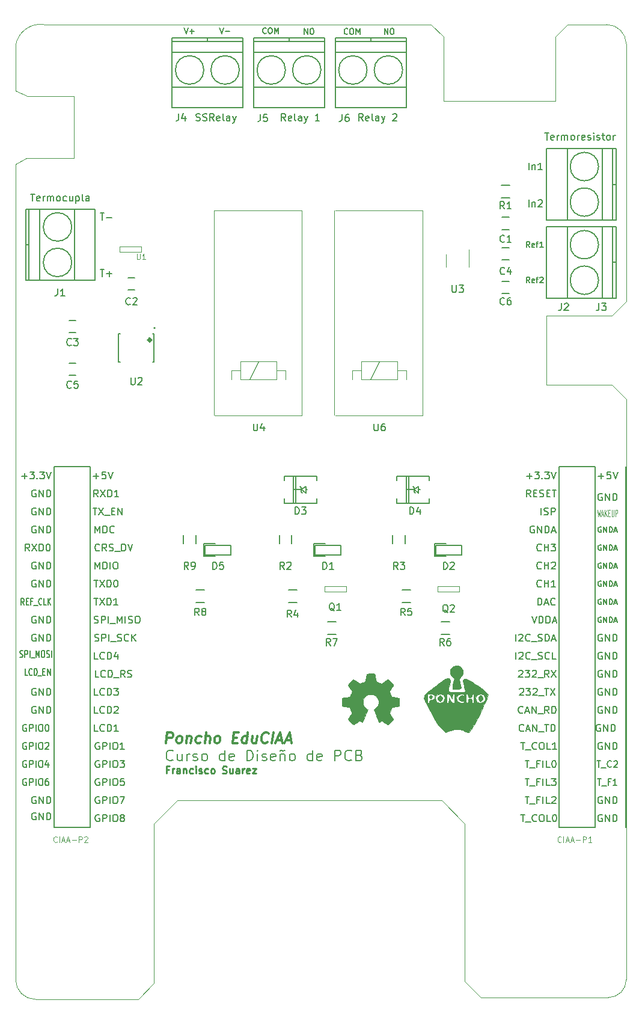
<source format=gbr>
G04 #@! TF.FileFunction,Legend,Top*
%FSLAX46Y46*%
G04 Gerber Fmt 4.6, Leading zero omitted, Abs format (unit mm)*
G04 Created by KiCad (PCBNEW 4.0.7-e1-6374~58~ubuntu16.04.1) date Wed Aug  9 14:42:09 2017*
%MOMM*%
%LPD*%
G01*
G04 APERTURE LIST*
%ADD10C,0.100000*%
%ADD11C,0.150000*%
%ADD12C,0.200000*%
%ADD13C,0.250000*%
%ADD14C,0.300000*%
%ADD15C,0.120000*%
%ADD16C,0.127000*%
%ADD17C,0.203200*%
%ADD18C,0.400000*%
%ADD19C,0.119380*%
%ADD20C,0.002540*%
%ADD21C,0.170000*%
%ADD22C,0.175000*%
%ADD23C,0.180000*%
%ADD24C,0.190000*%
%ADD25C,0.125000*%
G04 APERTURE END LIST*
D10*
D11*
X129952381Y-33861905D02*
X129952381Y-33061905D01*
X130409524Y-33861905D01*
X130409524Y-33061905D01*
X130942857Y-33061905D02*
X131095238Y-33061905D01*
X131171429Y-33100000D01*
X131247619Y-33176190D01*
X131285714Y-33328571D01*
X131285714Y-33595238D01*
X131247619Y-33747619D01*
X131171429Y-33823810D01*
X131095238Y-33861905D01*
X130942857Y-33861905D01*
X130866667Y-33823810D01*
X130790476Y-33747619D01*
X130752381Y-33595238D01*
X130752381Y-33328571D01*
X130790476Y-33176190D01*
X130866667Y-33100000D01*
X130942857Y-33061905D01*
X124771429Y-33785714D02*
X124733334Y-33823810D01*
X124619048Y-33861905D01*
X124542858Y-33861905D01*
X124428572Y-33823810D01*
X124352381Y-33747619D01*
X124314286Y-33671429D01*
X124276191Y-33519048D01*
X124276191Y-33404762D01*
X124314286Y-33252381D01*
X124352381Y-33176190D01*
X124428572Y-33100000D01*
X124542858Y-33061905D01*
X124619048Y-33061905D01*
X124733334Y-33100000D01*
X124771429Y-33138095D01*
X125266667Y-33061905D02*
X125419048Y-33061905D01*
X125495239Y-33100000D01*
X125571429Y-33176190D01*
X125609524Y-33328571D01*
X125609524Y-33595238D01*
X125571429Y-33747619D01*
X125495239Y-33823810D01*
X125419048Y-33861905D01*
X125266667Y-33861905D01*
X125190477Y-33823810D01*
X125114286Y-33747619D01*
X125076191Y-33595238D01*
X125076191Y-33328571D01*
X125114286Y-33176190D01*
X125190477Y-33100000D01*
X125266667Y-33061905D01*
X125952381Y-33861905D02*
X125952381Y-33061905D01*
X126219048Y-33633333D01*
X126485715Y-33061905D01*
X126485715Y-33861905D01*
X118652381Y-33861905D02*
X118652381Y-33061905D01*
X119109524Y-33861905D01*
X119109524Y-33061905D01*
X119642857Y-33061905D02*
X119795238Y-33061905D01*
X119871429Y-33100000D01*
X119947619Y-33176190D01*
X119985714Y-33328571D01*
X119985714Y-33595238D01*
X119947619Y-33747619D01*
X119871429Y-33823810D01*
X119795238Y-33861905D01*
X119642857Y-33861905D01*
X119566667Y-33823810D01*
X119490476Y-33747619D01*
X119452381Y-33595238D01*
X119452381Y-33328571D01*
X119490476Y-33176190D01*
X119566667Y-33100000D01*
X119642857Y-33061905D01*
X113271429Y-33685714D02*
X113233334Y-33723810D01*
X113119048Y-33761905D01*
X113042858Y-33761905D01*
X112928572Y-33723810D01*
X112852381Y-33647619D01*
X112814286Y-33571429D01*
X112776191Y-33419048D01*
X112776191Y-33304762D01*
X112814286Y-33152381D01*
X112852381Y-33076190D01*
X112928572Y-33000000D01*
X113042858Y-32961905D01*
X113119048Y-32961905D01*
X113233334Y-33000000D01*
X113271429Y-33038095D01*
X113766667Y-32961905D02*
X113919048Y-32961905D01*
X113995239Y-33000000D01*
X114071429Y-33076190D01*
X114109524Y-33228571D01*
X114109524Y-33495238D01*
X114071429Y-33647619D01*
X113995239Y-33723810D01*
X113919048Y-33761905D01*
X113766667Y-33761905D01*
X113690477Y-33723810D01*
X113614286Y-33647619D01*
X113576191Y-33495238D01*
X113576191Y-33228571D01*
X113614286Y-33076190D01*
X113690477Y-33000000D01*
X113766667Y-32961905D01*
X114452381Y-33761905D02*
X114452381Y-32961905D01*
X114719048Y-33533333D01*
X114985715Y-32961905D01*
X114985715Y-33761905D01*
X101738095Y-32961905D02*
X102004762Y-33761905D01*
X102271429Y-32961905D01*
X102538095Y-33457143D02*
X103147619Y-33457143D01*
X102842857Y-33761905D02*
X102842857Y-33152381D01*
X106738095Y-32961905D02*
X107004762Y-33761905D01*
X107271429Y-32961905D01*
X107538095Y-33457143D02*
X108147619Y-33457143D01*
D12*
X126928571Y-46052381D02*
X126595237Y-45576190D01*
X126357142Y-46052381D02*
X126357142Y-45052381D01*
X126738095Y-45052381D01*
X126833333Y-45100000D01*
X126880952Y-45147619D01*
X126928571Y-45242857D01*
X126928571Y-45385714D01*
X126880952Y-45480952D01*
X126833333Y-45528571D01*
X126738095Y-45576190D01*
X126357142Y-45576190D01*
X127738095Y-46004762D02*
X127642857Y-46052381D01*
X127452380Y-46052381D01*
X127357142Y-46004762D01*
X127309523Y-45909524D01*
X127309523Y-45528571D01*
X127357142Y-45433333D01*
X127452380Y-45385714D01*
X127642857Y-45385714D01*
X127738095Y-45433333D01*
X127785714Y-45528571D01*
X127785714Y-45623810D01*
X127309523Y-45719048D01*
X128357142Y-46052381D02*
X128261904Y-46004762D01*
X128214285Y-45909524D01*
X128214285Y-45052381D01*
X129166667Y-46052381D02*
X129166667Y-45528571D01*
X129119048Y-45433333D01*
X129023810Y-45385714D01*
X128833333Y-45385714D01*
X128738095Y-45433333D01*
X129166667Y-46004762D02*
X129071429Y-46052381D01*
X128833333Y-46052381D01*
X128738095Y-46004762D01*
X128690476Y-45909524D01*
X128690476Y-45814286D01*
X128738095Y-45719048D01*
X128833333Y-45671429D01*
X129071429Y-45671429D01*
X129166667Y-45623810D01*
X129547619Y-45385714D02*
X129785714Y-46052381D01*
X130023810Y-45385714D02*
X129785714Y-46052381D01*
X129690476Y-46290476D01*
X129642857Y-46338095D01*
X129547619Y-46385714D01*
X131119048Y-45147619D02*
X131166667Y-45100000D01*
X131261905Y-45052381D01*
X131500001Y-45052381D01*
X131595239Y-45100000D01*
X131642858Y-45147619D01*
X131690477Y-45242857D01*
X131690477Y-45338095D01*
X131642858Y-45480952D01*
X131071429Y-46052381D01*
X131690477Y-46052381D01*
X116028571Y-46052381D02*
X115695237Y-45576190D01*
X115457142Y-46052381D02*
X115457142Y-45052381D01*
X115838095Y-45052381D01*
X115933333Y-45100000D01*
X115980952Y-45147619D01*
X116028571Y-45242857D01*
X116028571Y-45385714D01*
X115980952Y-45480952D01*
X115933333Y-45528571D01*
X115838095Y-45576190D01*
X115457142Y-45576190D01*
X116838095Y-46004762D02*
X116742857Y-46052381D01*
X116552380Y-46052381D01*
X116457142Y-46004762D01*
X116409523Y-45909524D01*
X116409523Y-45528571D01*
X116457142Y-45433333D01*
X116552380Y-45385714D01*
X116742857Y-45385714D01*
X116838095Y-45433333D01*
X116885714Y-45528571D01*
X116885714Y-45623810D01*
X116409523Y-45719048D01*
X117457142Y-46052381D02*
X117361904Y-46004762D01*
X117314285Y-45909524D01*
X117314285Y-45052381D01*
X118266667Y-46052381D02*
X118266667Y-45528571D01*
X118219048Y-45433333D01*
X118123810Y-45385714D01*
X117933333Y-45385714D01*
X117838095Y-45433333D01*
X118266667Y-46004762D02*
X118171429Y-46052381D01*
X117933333Y-46052381D01*
X117838095Y-46004762D01*
X117790476Y-45909524D01*
X117790476Y-45814286D01*
X117838095Y-45719048D01*
X117933333Y-45671429D01*
X118171429Y-45671429D01*
X118266667Y-45623810D01*
X118647619Y-45385714D02*
X118885714Y-46052381D01*
X119123810Y-45385714D02*
X118885714Y-46052381D01*
X118790476Y-46290476D01*
X118742857Y-46338095D01*
X118647619Y-46385714D01*
X120790477Y-46052381D02*
X120219048Y-46052381D01*
X120504762Y-46052381D02*
X120504762Y-45052381D01*
X120409524Y-45195238D01*
X120314286Y-45290476D01*
X120219048Y-45338095D01*
X103414285Y-46004762D02*
X103557142Y-46052381D01*
X103795238Y-46052381D01*
X103890476Y-46004762D01*
X103938095Y-45957143D01*
X103985714Y-45861905D01*
X103985714Y-45766667D01*
X103938095Y-45671429D01*
X103890476Y-45623810D01*
X103795238Y-45576190D01*
X103604761Y-45528571D01*
X103509523Y-45480952D01*
X103461904Y-45433333D01*
X103414285Y-45338095D01*
X103414285Y-45242857D01*
X103461904Y-45147619D01*
X103509523Y-45100000D01*
X103604761Y-45052381D01*
X103842857Y-45052381D01*
X103985714Y-45100000D01*
X104366666Y-46004762D02*
X104509523Y-46052381D01*
X104747619Y-46052381D01*
X104842857Y-46004762D01*
X104890476Y-45957143D01*
X104938095Y-45861905D01*
X104938095Y-45766667D01*
X104890476Y-45671429D01*
X104842857Y-45623810D01*
X104747619Y-45576190D01*
X104557142Y-45528571D01*
X104461904Y-45480952D01*
X104414285Y-45433333D01*
X104366666Y-45338095D01*
X104366666Y-45242857D01*
X104414285Y-45147619D01*
X104461904Y-45100000D01*
X104557142Y-45052381D01*
X104795238Y-45052381D01*
X104938095Y-45100000D01*
X105938095Y-46052381D02*
X105604761Y-45576190D01*
X105366666Y-46052381D02*
X105366666Y-45052381D01*
X105747619Y-45052381D01*
X105842857Y-45100000D01*
X105890476Y-45147619D01*
X105938095Y-45242857D01*
X105938095Y-45385714D01*
X105890476Y-45480952D01*
X105842857Y-45528571D01*
X105747619Y-45576190D01*
X105366666Y-45576190D01*
X106747619Y-46004762D02*
X106652381Y-46052381D01*
X106461904Y-46052381D01*
X106366666Y-46004762D01*
X106319047Y-45909524D01*
X106319047Y-45528571D01*
X106366666Y-45433333D01*
X106461904Y-45385714D01*
X106652381Y-45385714D01*
X106747619Y-45433333D01*
X106795238Y-45528571D01*
X106795238Y-45623810D01*
X106319047Y-45719048D01*
X107366666Y-46052381D02*
X107271428Y-46004762D01*
X107223809Y-45909524D01*
X107223809Y-45052381D01*
X108176191Y-46052381D02*
X108176191Y-45528571D01*
X108128572Y-45433333D01*
X108033334Y-45385714D01*
X107842857Y-45385714D01*
X107747619Y-45433333D01*
X108176191Y-46004762D02*
X108080953Y-46052381D01*
X107842857Y-46052381D01*
X107747619Y-46004762D01*
X107700000Y-45909524D01*
X107700000Y-45814286D01*
X107747619Y-45719048D01*
X107842857Y-45671429D01*
X108080953Y-45671429D01*
X108176191Y-45623810D01*
X108557143Y-45385714D02*
X108795238Y-46052381D01*
X109033334Y-45385714D02*
X108795238Y-46052381D01*
X108700000Y-46290476D01*
X108652381Y-46338095D01*
X108557143Y-46385714D01*
D11*
X150395238Y-63861905D02*
X150128571Y-63480952D01*
X149938095Y-63861905D02*
X149938095Y-63061905D01*
X150242857Y-63061905D01*
X150319048Y-63100000D01*
X150357143Y-63138095D01*
X150395238Y-63214286D01*
X150395238Y-63328571D01*
X150357143Y-63404762D01*
X150319048Y-63442857D01*
X150242857Y-63480952D01*
X149938095Y-63480952D01*
X151042857Y-63823810D02*
X150966667Y-63861905D01*
X150814286Y-63861905D01*
X150738095Y-63823810D01*
X150700000Y-63747619D01*
X150700000Y-63442857D01*
X150738095Y-63366667D01*
X150814286Y-63328571D01*
X150966667Y-63328571D01*
X151042857Y-63366667D01*
X151080952Y-63442857D01*
X151080952Y-63519048D01*
X150700000Y-63595238D01*
X151309523Y-63328571D02*
X151614285Y-63328571D01*
X151423809Y-63861905D02*
X151423809Y-63176190D01*
X151461904Y-63100000D01*
X151538095Y-63061905D01*
X151614285Y-63061905D01*
X152300000Y-63861905D02*
X151842857Y-63861905D01*
X152071428Y-63861905D02*
X152071428Y-63061905D01*
X151995238Y-63176190D01*
X151919047Y-63252381D01*
X151842857Y-63290476D01*
D12*
X150271429Y-52952381D02*
X150271429Y-51952381D01*
X150747619Y-52285714D02*
X150747619Y-52952381D01*
X150747619Y-52380952D02*
X150795238Y-52333333D01*
X150890476Y-52285714D01*
X151033334Y-52285714D01*
X151128572Y-52333333D01*
X151176191Y-52428571D01*
X151176191Y-52952381D01*
X152176191Y-52952381D02*
X151604762Y-52952381D01*
X151890476Y-52952381D02*
X151890476Y-51952381D01*
X151795238Y-52095238D01*
X151700000Y-52190476D01*
X151604762Y-52238095D01*
X150271429Y-58152381D02*
X150271429Y-57152381D01*
X150747619Y-57485714D02*
X150747619Y-58152381D01*
X150747619Y-57580952D02*
X150795238Y-57533333D01*
X150890476Y-57485714D01*
X151033334Y-57485714D01*
X151128572Y-57533333D01*
X151176191Y-57628571D01*
X151176191Y-58152381D01*
X151604762Y-57247619D02*
X151652381Y-57200000D01*
X151747619Y-57152381D01*
X151985715Y-57152381D01*
X152080953Y-57200000D01*
X152128572Y-57247619D01*
X152176191Y-57342857D01*
X152176191Y-57438095D01*
X152128572Y-57580952D01*
X151557143Y-58152381D01*
X152176191Y-58152381D01*
D11*
X150395238Y-68861905D02*
X150128571Y-68480952D01*
X149938095Y-68861905D02*
X149938095Y-68061905D01*
X150242857Y-68061905D01*
X150319048Y-68100000D01*
X150357143Y-68138095D01*
X150395238Y-68214286D01*
X150395238Y-68328571D01*
X150357143Y-68404762D01*
X150319048Y-68442857D01*
X150242857Y-68480952D01*
X149938095Y-68480952D01*
X151042857Y-68823810D02*
X150966667Y-68861905D01*
X150814286Y-68861905D01*
X150738095Y-68823810D01*
X150700000Y-68747619D01*
X150700000Y-68442857D01*
X150738095Y-68366667D01*
X150814286Y-68328571D01*
X150966667Y-68328571D01*
X151042857Y-68366667D01*
X151080952Y-68442857D01*
X151080952Y-68519048D01*
X150700000Y-68595238D01*
X151309523Y-68328571D02*
X151614285Y-68328571D01*
X151423809Y-68861905D02*
X151423809Y-68176190D01*
X151461904Y-68100000D01*
X151538095Y-68061905D01*
X151614285Y-68061905D01*
X151842857Y-68138095D02*
X151880952Y-68100000D01*
X151957143Y-68061905D01*
X152147619Y-68061905D01*
X152223809Y-68100000D01*
X152261905Y-68138095D01*
X152300000Y-68214286D01*
X152300000Y-68290476D01*
X152261905Y-68404762D01*
X151804762Y-68861905D01*
X152300000Y-68861905D01*
D12*
X152523809Y-47752381D02*
X153095238Y-47752381D01*
X152809523Y-48752381D02*
X152809523Y-47752381D01*
X153809524Y-48704762D02*
X153714286Y-48752381D01*
X153523809Y-48752381D01*
X153428571Y-48704762D01*
X153380952Y-48609524D01*
X153380952Y-48228571D01*
X153428571Y-48133333D01*
X153523809Y-48085714D01*
X153714286Y-48085714D01*
X153809524Y-48133333D01*
X153857143Y-48228571D01*
X153857143Y-48323810D01*
X153380952Y-48419048D01*
X154285714Y-48752381D02*
X154285714Y-48085714D01*
X154285714Y-48276190D02*
X154333333Y-48180952D01*
X154380952Y-48133333D01*
X154476190Y-48085714D01*
X154571429Y-48085714D01*
X154904762Y-48752381D02*
X154904762Y-48085714D01*
X154904762Y-48180952D02*
X154952381Y-48133333D01*
X155047619Y-48085714D01*
X155190477Y-48085714D01*
X155285715Y-48133333D01*
X155333334Y-48228571D01*
X155333334Y-48752381D01*
X155333334Y-48228571D02*
X155380953Y-48133333D01*
X155476191Y-48085714D01*
X155619048Y-48085714D01*
X155714286Y-48133333D01*
X155761905Y-48228571D01*
X155761905Y-48752381D01*
X156380952Y-48752381D02*
X156285714Y-48704762D01*
X156238095Y-48657143D01*
X156190476Y-48561905D01*
X156190476Y-48276190D01*
X156238095Y-48180952D01*
X156285714Y-48133333D01*
X156380952Y-48085714D01*
X156523810Y-48085714D01*
X156619048Y-48133333D01*
X156666667Y-48180952D01*
X156714286Y-48276190D01*
X156714286Y-48561905D01*
X156666667Y-48657143D01*
X156619048Y-48704762D01*
X156523810Y-48752381D01*
X156380952Y-48752381D01*
X157142857Y-48752381D02*
X157142857Y-48085714D01*
X157142857Y-48276190D02*
X157190476Y-48180952D01*
X157238095Y-48133333D01*
X157333333Y-48085714D01*
X157428572Y-48085714D01*
X158142858Y-48704762D02*
X158047620Y-48752381D01*
X157857143Y-48752381D01*
X157761905Y-48704762D01*
X157714286Y-48609524D01*
X157714286Y-48228571D01*
X157761905Y-48133333D01*
X157857143Y-48085714D01*
X158047620Y-48085714D01*
X158142858Y-48133333D01*
X158190477Y-48228571D01*
X158190477Y-48323810D01*
X157714286Y-48419048D01*
X158571429Y-48704762D02*
X158666667Y-48752381D01*
X158857143Y-48752381D01*
X158952382Y-48704762D01*
X159000001Y-48609524D01*
X159000001Y-48561905D01*
X158952382Y-48466667D01*
X158857143Y-48419048D01*
X158714286Y-48419048D01*
X158619048Y-48371429D01*
X158571429Y-48276190D01*
X158571429Y-48228571D01*
X158619048Y-48133333D01*
X158714286Y-48085714D01*
X158857143Y-48085714D01*
X158952382Y-48133333D01*
X159428572Y-48752381D02*
X159428572Y-48085714D01*
X159428572Y-47752381D02*
X159380953Y-47800000D01*
X159428572Y-47847619D01*
X159476191Y-47800000D01*
X159428572Y-47752381D01*
X159428572Y-47847619D01*
X159857143Y-48704762D02*
X159952381Y-48752381D01*
X160142857Y-48752381D01*
X160238096Y-48704762D01*
X160285715Y-48609524D01*
X160285715Y-48561905D01*
X160238096Y-48466667D01*
X160142857Y-48419048D01*
X160000000Y-48419048D01*
X159904762Y-48371429D01*
X159857143Y-48276190D01*
X159857143Y-48228571D01*
X159904762Y-48133333D01*
X160000000Y-48085714D01*
X160142857Y-48085714D01*
X160238096Y-48133333D01*
X160571429Y-48085714D02*
X160952381Y-48085714D01*
X160714286Y-47752381D02*
X160714286Y-48609524D01*
X160761905Y-48704762D01*
X160857143Y-48752381D01*
X160952381Y-48752381D01*
X161428572Y-48752381D02*
X161333334Y-48704762D01*
X161285715Y-48657143D01*
X161238096Y-48561905D01*
X161238096Y-48276190D01*
X161285715Y-48180952D01*
X161333334Y-48133333D01*
X161428572Y-48085714D01*
X161571430Y-48085714D01*
X161666668Y-48133333D01*
X161714287Y-48180952D01*
X161761906Y-48276190D01*
X161761906Y-48561905D01*
X161714287Y-48657143D01*
X161666668Y-48704762D01*
X161571430Y-48752381D01*
X161428572Y-48752381D01*
X162190477Y-48752381D02*
X162190477Y-48085714D01*
X162190477Y-48276190D02*
X162238096Y-48180952D01*
X162285715Y-48133333D01*
X162380953Y-48085714D01*
X162476192Y-48085714D01*
X80109523Y-56352381D02*
X80680952Y-56352381D01*
X80395237Y-57352381D02*
X80395237Y-56352381D01*
X81395238Y-57304762D02*
X81300000Y-57352381D01*
X81109523Y-57352381D01*
X81014285Y-57304762D01*
X80966666Y-57209524D01*
X80966666Y-56828571D01*
X81014285Y-56733333D01*
X81109523Y-56685714D01*
X81300000Y-56685714D01*
X81395238Y-56733333D01*
X81442857Y-56828571D01*
X81442857Y-56923810D01*
X80966666Y-57019048D01*
X81871428Y-57352381D02*
X81871428Y-56685714D01*
X81871428Y-56876190D02*
X81919047Y-56780952D01*
X81966666Y-56733333D01*
X82061904Y-56685714D01*
X82157143Y-56685714D01*
X82490476Y-57352381D02*
X82490476Y-56685714D01*
X82490476Y-56780952D02*
X82538095Y-56733333D01*
X82633333Y-56685714D01*
X82776191Y-56685714D01*
X82871429Y-56733333D01*
X82919048Y-56828571D01*
X82919048Y-57352381D01*
X82919048Y-56828571D02*
X82966667Y-56733333D01*
X83061905Y-56685714D01*
X83204762Y-56685714D01*
X83300000Y-56733333D01*
X83347619Y-56828571D01*
X83347619Y-57352381D01*
X83966666Y-57352381D02*
X83871428Y-57304762D01*
X83823809Y-57257143D01*
X83776190Y-57161905D01*
X83776190Y-56876190D01*
X83823809Y-56780952D01*
X83871428Y-56733333D01*
X83966666Y-56685714D01*
X84109524Y-56685714D01*
X84204762Y-56733333D01*
X84252381Y-56780952D01*
X84300000Y-56876190D01*
X84300000Y-57161905D01*
X84252381Y-57257143D01*
X84204762Y-57304762D01*
X84109524Y-57352381D01*
X83966666Y-57352381D01*
X85157143Y-57304762D02*
X85061905Y-57352381D01*
X84871428Y-57352381D01*
X84776190Y-57304762D01*
X84728571Y-57257143D01*
X84680952Y-57161905D01*
X84680952Y-56876190D01*
X84728571Y-56780952D01*
X84776190Y-56733333D01*
X84871428Y-56685714D01*
X85061905Y-56685714D01*
X85157143Y-56733333D01*
X86014286Y-56685714D02*
X86014286Y-57352381D01*
X85585714Y-56685714D02*
X85585714Y-57209524D01*
X85633333Y-57304762D01*
X85728571Y-57352381D01*
X85871429Y-57352381D01*
X85966667Y-57304762D01*
X86014286Y-57257143D01*
X86490476Y-56685714D02*
X86490476Y-57685714D01*
X86490476Y-56733333D02*
X86585714Y-56685714D01*
X86776191Y-56685714D01*
X86871429Y-56733333D01*
X86919048Y-56780952D01*
X86966667Y-56876190D01*
X86966667Y-57161905D01*
X86919048Y-57257143D01*
X86871429Y-57304762D01*
X86776191Y-57352381D01*
X86585714Y-57352381D01*
X86490476Y-57304762D01*
X87538095Y-57352381D02*
X87442857Y-57304762D01*
X87395238Y-57209524D01*
X87395238Y-56352381D01*
X88347620Y-57352381D02*
X88347620Y-56828571D01*
X88300001Y-56733333D01*
X88204763Y-56685714D01*
X88014286Y-56685714D01*
X87919048Y-56733333D01*
X88347620Y-57304762D02*
X88252382Y-57352381D01*
X88014286Y-57352381D01*
X87919048Y-57304762D01*
X87871429Y-57209524D01*
X87871429Y-57114286D01*
X87919048Y-57019048D01*
X88014286Y-56971429D01*
X88252382Y-56971429D01*
X88347620Y-56923810D01*
X89895238Y-66952381D02*
X90466667Y-66952381D01*
X90180952Y-67952381D02*
X90180952Y-66952381D01*
X90800000Y-67571429D02*
X91561905Y-67571429D01*
X91180953Y-67952381D02*
X91180953Y-67190476D01*
X89895238Y-59052381D02*
X90466667Y-59052381D01*
X90180952Y-60052381D02*
X90180952Y-59052381D01*
X90800000Y-59671429D02*
X91561905Y-59671429D01*
D10*
X86200000Y-51300000D02*
X86200000Y-42600000D01*
X78000000Y-52200000D02*
X79500000Y-51300000D01*
X79700000Y-42600000D02*
X78000000Y-41800000D01*
X164000000Y-35250000D02*
G75*
G03X161250000Y-32500000I-2750000J0D01*
G01*
X84000000Y-32500000D02*
X136500000Y-32500000D01*
X82000000Y-32500000D02*
X84000000Y-32500000D01*
X81999999Y-32500000D02*
G75*
G03X78000000Y-35500000I-499999J-3500000D01*
G01*
X78000000Y-41800000D02*
X78000000Y-35500000D01*
X79500000Y-51300000D02*
X86200000Y-51300000D01*
X78000000Y-167000000D02*
X78000000Y-52200000D01*
X78000000Y-167000000D02*
G75*
G03X80750000Y-169750000I2750000J0D01*
G01*
X97500000Y-167500000D02*
X95250000Y-169750000D01*
X161500000Y-169500000D02*
G75*
G03X164000000Y-167000000I0J2500000D01*
G01*
X138000000Y-141750000D02*
X100750000Y-141750000D01*
X141250000Y-145000000D02*
X138000000Y-141750000D01*
X141250000Y-167250000D02*
X141250000Y-145000000D01*
X95250000Y-169750000D02*
X80750000Y-169750000D01*
X97500000Y-145000000D02*
X97500000Y-167500000D01*
X100750000Y-141750000D02*
X97500000Y-145000000D01*
X143500000Y-169500000D02*
X141250000Y-167250000D01*
X161500000Y-169500000D02*
X143500000Y-169500000D01*
X164000000Y-85250000D02*
X164000000Y-167000000D01*
X162000000Y-83250000D02*
X164000000Y-85250000D01*
X152750000Y-83250000D02*
X162000000Y-83250000D01*
X152750000Y-73500000D02*
X152750000Y-83250000D01*
X162000000Y-73500000D02*
X152750000Y-73500000D01*
X164000000Y-71500000D02*
X162000000Y-73500000D01*
X164000000Y-35250000D02*
X164000000Y-71500000D01*
X155750000Y-32500000D02*
X161250000Y-32500000D01*
X155500000Y-32750000D02*
X155750000Y-32500000D01*
X154000000Y-34250000D02*
X155500000Y-32750000D01*
X154000000Y-35250000D02*
X154000000Y-34250000D01*
X154000000Y-43250000D02*
X154000000Y-35250000D01*
X138250000Y-43250000D02*
X154000000Y-43250000D01*
X138250000Y-34250000D02*
X138250000Y-43250000D01*
X136500000Y-32500000D02*
X138250000Y-34250000D01*
X86200000Y-42600000D02*
X79700000Y-42600000D01*
D12*
X100142858Y-136035714D02*
X100071429Y-136107143D01*
X99857143Y-136178571D01*
X99714286Y-136178571D01*
X99500001Y-136107143D01*
X99357143Y-135964286D01*
X99285715Y-135821429D01*
X99214286Y-135535714D01*
X99214286Y-135321429D01*
X99285715Y-135035714D01*
X99357143Y-134892857D01*
X99500001Y-134750000D01*
X99714286Y-134678571D01*
X99857143Y-134678571D01*
X100071429Y-134750000D01*
X100142858Y-134821429D01*
X101428572Y-135178571D02*
X101428572Y-136178571D01*
X100785715Y-135178571D02*
X100785715Y-135964286D01*
X100857143Y-136107143D01*
X101000001Y-136178571D01*
X101214286Y-136178571D01*
X101357143Y-136107143D01*
X101428572Y-136035714D01*
X102142858Y-136178571D02*
X102142858Y-135178571D01*
X102142858Y-135464286D02*
X102214286Y-135321429D01*
X102285715Y-135250000D01*
X102428572Y-135178571D01*
X102571429Y-135178571D01*
X103000000Y-136107143D02*
X103142857Y-136178571D01*
X103428572Y-136178571D01*
X103571429Y-136107143D01*
X103642857Y-135964286D01*
X103642857Y-135892857D01*
X103571429Y-135750000D01*
X103428572Y-135678571D01*
X103214286Y-135678571D01*
X103071429Y-135607143D01*
X103000000Y-135464286D01*
X103000000Y-135392857D01*
X103071429Y-135250000D01*
X103214286Y-135178571D01*
X103428572Y-135178571D01*
X103571429Y-135250000D01*
X104500001Y-136178571D02*
X104357143Y-136107143D01*
X104285715Y-136035714D01*
X104214286Y-135892857D01*
X104214286Y-135464286D01*
X104285715Y-135321429D01*
X104357143Y-135250000D01*
X104500001Y-135178571D01*
X104714286Y-135178571D01*
X104857143Y-135250000D01*
X104928572Y-135321429D01*
X105000001Y-135464286D01*
X105000001Y-135892857D01*
X104928572Y-136035714D01*
X104857143Y-136107143D01*
X104714286Y-136178571D01*
X104500001Y-136178571D01*
X107428572Y-136178571D02*
X107428572Y-134678571D01*
X107428572Y-136107143D02*
X107285715Y-136178571D01*
X107000001Y-136178571D01*
X106857143Y-136107143D01*
X106785715Y-136035714D01*
X106714286Y-135892857D01*
X106714286Y-135464286D01*
X106785715Y-135321429D01*
X106857143Y-135250000D01*
X107000001Y-135178571D01*
X107285715Y-135178571D01*
X107428572Y-135250000D01*
X108714286Y-136107143D02*
X108571429Y-136178571D01*
X108285715Y-136178571D01*
X108142858Y-136107143D01*
X108071429Y-135964286D01*
X108071429Y-135392857D01*
X108142858Y-135250000D01*
X108285715Y-135178571D01*
X108571429Y-135178571D01*
X108714286Y-135250000D01*
X108785715Y-135392857D01*
X108785715Y-135535714D01*
X108071429Y-135678571D01*
X110571429Y-136178571D02*
X110571429Y-134678571D01*
X110928572Y-134678571D01*
X111142857Y-134750000D01*
X111285715Y-134892857D01*
X111357143Y-135035714D01*
X111428572Y-135321429D01*
X111428572Y-135535714D01*
X111357143Y-135821429D01*
X111285715Y-135964286D01*
X111142857Y-136107143D01*
X110928572Y-136178571D01*
X110571429Y-136178571D01*
X112071429Y-136178571D02*
X112071429Y-135178571D01*
X112071429Y-134678571D02*
X112000000Y-134750000D01*
X112071429Y-134821429D01*
X112142857Y-134750000D01*
X112071429Y-134678571D01*
X112071429Y-134821429D01*
X112714286Y-136107143D02*
X112857143Y-136178571D01*
X113142858Y-136178571D01*
X113285715Y-136107143D01*
X113357143Y-135964286D01*
X113357143Y-135892857D01*
X113285715Y-135750000D01*
X113142858Y-135678571D01*
X112928572Y-135678571D01*
X112785715Y-135607143D01*
X112714286Y-135464286D01*
X112714286Y-135392857D01*
X112785715Y-135250000D01*
X112928572Y-135178571D01*
X113142858Y-135178571D01*
X113285715Y-135250000D01*
X114571429Y-136107143D02*
X114428572Y-136178571D01*
X114142858Y-136178571D01*
X114000001Y-136107143D01*
X113928572Y-135964286D01*
X113928572Y-135392857D01*
X114000001Y-135250000D01*
X114142858Y-135178571D01*
X114428572Y-135178571D01*
X114571429Y-135250000D01*
X114642858Y-135392857D01*
X114642858Y-135535714D01*
X113928572Y-135678571D01*
X115285715Y-135178571D02*
X115285715Y-136178571D01*
X115285715Y-135321429D02*
X115357143Y-135250000D01*
X115500001Y-135178571D01*
X115714286Y-135178571D01*
X115857143Y-135250000D01*
X115928572Y-135392857D01*
X115928572Y-136178571D01*
X115214286Y-134821429D02*
X115285715Y-134750000D01*
X115428572Y-134678571D01*
X115714286Y-134821429D01*
X115857143Y-134750000D01*
X115928572Y-134678571D01*
X116857144Y-136178571D02*
X116714286Y-136107143D01*
X116642858Y-136035714D01*
X116571429Y-135892857D01*
X116571429Y-135464286D01*
X116642858Y-135321429D01*
X116714286Y-135250000D01*
X116857144Y-135178571D01*
X117071429Y-135178571D01*
X117214286Y-135250000D01*
X117285715Y-135321429D01*
X117357144Y-135464286D01*
X117357144Y-135892857D01*
X117285715Y-136035714D01*
X117214286Y-136107143D01*
X117071429Y-136178571D01*
X116857144Y-136178571D01*
X119785715Y-136178571D02*
X119785715Y-134678571D01*
X119785715Y-136107143D02*
X119642858Y-136178571D01*
X119357144Y-136178571D01*
X119214286Y-136107143D01*
X119142858Y-136035714D01*
X119071429Y-135892857D01*
X119071429Y-135464286D01*
X119142858Y-135321429D01*
X119214286Y-135250000D01*
X119357144Y-135178571D01*
X119642858Y-135178571D01*
X119785715Y-135250000D01*
X121071429Y-136107143D02*
X120928572Y-136178571D01*
X120642858Y-136178571D01*
X120500001Y-136107143D01*
X120428572Y-135964286D01*
X120428572Y-135392857D01*
X120500001Y-135250000D01*
X120642858Y-135178571D01*
X120928572Y-135178571D01*
X121071429Y-135250000D01*
X121142858Y-135392857D01*
X121142858Y-135535714D01*
X120428572Y-135678571D01*
X122928572Y-136178571D02*
X122928572Y-134678571D01*
X123500000Y-134678571D01*
X123642858Y-134750000D01*
X123714286Y-134821429D01*
X123785715Y-134964286D01*
X123785715Y-135178571D01*
X123714286Y-135321429D01*
X123642858Y-135392857D01*
X123500000Y-135464286D01*
X122928572Y-135464286D01*
X125285715Y-136035714D02*
X125214286Y-136107143D01*
X125000000Y-136178571D01*
X124857143Y-136178571D01*
X124642858Y-136107143D01*
X124500000Y-135964286D01*
X124428572Y-135821429D01*
X124357143Y-135535714D01*
X124357143Y-135321429D01*
X124428572Y-135035714D01*
X124500000Y-134892857D01*
X124642858Y-134750000D01*
X124857143Y-134678571D01*
X125000000Y-134678571D01*
X125214286Y-134750000D01*
X125285715Y-134821429D01*
X126428572Y-135392857D02*
X126642858Y-135464286D01*
X126714286Y-135535714D01*
X126785715Y-135678571D01*
X126785715Y-135892857D01*
X126714286Y-136035714D01*
X126642858Y-136107143D01*
X126500000Y-136178571D01*
X125928572Y-136178571D01*
X125928572Y-134678571D01*
X126428572Y-134678571D01*
X126571429Y-134750000D01*
X126642858Y-134821429D01*
X126714286Y-134964286D01*
X126714286Y-135107143D01*
X126642858Y-135250000D01*
X126571429Y-135321429D01*
X126428572Y-135392857D01*
X125928572Y-135392857D01*
D13*
X99571428Y-137428571D02*
X99238094Y-137428571D01*
X99238094Y-137952381D02*
X99238094Y-136952381D01*
X99714285Y-136952381D01*
X100095237Y-137952381D02*
X100095237Y-137285714D01*
X100095237Y-137476190D02*
X100142856Y-137380952D01*
X100190475Y-137333333D01*
X100285713Y-137285714D01*
X100380952Y-137285714D01*
X101142857Y-137952381D02*
X101142857Y-137428571D01*
X101095238Y-137333333D01*
X101000000Y-137285714D01*
X100809523Y-137285714D01*
X100714285Y-137333333D01*
X101142857Y-137904762D02*
X101047619Y-137952381D01*
X100809523Y-137952381D01*
X100714285Y-137904762D01*
X100666666Y-137809524D01*
X100666666Y-137714286D01*
X100714285Y-137619048D01*
X100809523Y-137571429D01*
X101047619Y-137571429D01*
X101142857Y-137523810D01*
X101619047Y-137285714D02*
X101619047Y-137952381D01*
X101619047Y-137380952D02*
X101666666Y-137333333D01*
X101761904Y-137285714D01*
X101904762Y-137285714D01*
X102000000Y-137333333D01*
X102047619Y-137428571D01*
X102047619Y-137952381D01*
X102952381Y-137904762D02*
X102857143Y-137952381D01*
X102666666Y-137952381D01*
X102571428Y-137904762D01*
X102523809Y-137857143D01*
X102476190Y-137761905D01*
X102476190Y-137476190D01*
X102523809Y-137380952D01*
X102571428Y-137333333D01*
X102666666Y-137285714D01*
X102857143Y-137285714D01*
X102952381Y-137333333D01*
X103380952Y-137952381D02*
X103380952Y-137285714D01*
X103380952Y-136952381D02*
X103333333Y-137000000D01*
X103380952Y-137047619D01*
X103428571Y-137000000D01*
X103380952Y-136952381D01*
X103380952Y-137047619D01*
X103809523Y-137904762D02*
X103904761Y-137952381D01*
X104095237Y-137952381D01*
X104190476Y-137904762D01*
X104238095Y-137809524D01*
X104238095Y-137761905D01*
X104190476Y-137666667D01*
X104095237Y-137619048D01*
X103952380Y-137619048D01*
X103857142Y-137571429D01*
X103809523Y-137476190D01*
X103809523Y-137428571D01*
X103857142Y-137333333D01*
X103952380Y-137285714D01*
X104095237Y-137285714D01*
X104190476Y-137333333D01*
X105095238Y-137904762D02*
X105000000Y-137952381D01*
X104809523Y-137952381D01*
X104714285Y-137904762D01*
X104666666Y-137857143D01*
X104619047Y-137761905D01*
X104619047Y-137476190D01*
X104666666Y-137380952D01*
X104714285Y-137333333D01*
X104809523Y-137285714D01*
X105000000Y-137285714D01*
X105095238Y-137333333D01*
X105666666Y-137952381D02*
X105571428Y-137904762D01*
X105523809Y-137857143D01*
X105476190Y-137761905D01*
X105476190Y-137476190D01*
X105523809Y-137380952D01*
X105571428Y-137333333D01*
X105666666Y-137285714D01*
X105809524Y-137285714D01*
X105904762Y-137333333D01*
X105952381Y-137380952D01*
X106000000Y-137476190D01*
X106000000Y-137761905D01*
X105952381Y-137857143D01*
X105904762Y-137904762D01*
X105809524Y-137952381D01*
X105666666Y-137952381D01*
X107142857Y-137904762D02*
X107285714Y-137952381D01*
X107523810Y-137952381D01*
X107619048Y-137904762D01*
X107666667Y-137857143D01*
X107714286Y-137761905D01*
X107714286Y-137666667D01*
X107666667Y-137571429D01*
X107619048Y-137523810D01*
X107523810Y-137476190D01*
X107333333Y-137428571D01*
X107238095Y-137380952D01*
X107190476Y-137333333D01*
X107142857Y-137238095D01*
X107142857Y-137142857D01*
X107190476Y-137047619D01*
X107238095Y-137000000D01*
X107333333Y-136952381D01*
X107571429Y-136952381D01*
X107714286Y-137000000D01*
X108571429Y-137285714D02*
X108571429Y-137952381D01*
X108142857Y-137285714D02*
X108142857Y-137809524D01*
X108190476Y-137904762D01*
X108285714Y-137952381D01*
X108428572Y-137952381D01*
X108523810Y-137904762D01*
X108571429Y-137857143D01*
X109476191Y-137952381D02*
X109476191Y-137428571D01*
X109428572Y-137333333D01*
X109333334Y-137285714D01*
X109142857Y-137285714D01*
X109047619Y-137333333D01*
X109476191Y-137904762D02*
X109380953Y-137952381D01*
X109142857Y-137952381D01*
X109047619Y-137904762D01*
X109000000Y-137809524D01*
X109000000Y-137714286D01*
X109047619Y-137619048D01*
X109142857Y-137571429D01*
X109380953Y-137571429D01*
X109476191Y-137523810D01*
X109952381Y-137952381D02*
X109952381Y-137285714D01*
X109952381Y-137476190D02*
X110000000Y-137380952D01*
X110047619Y-137333333D01*
X110142857Y-137285714D01*
X110238096Y-137285714D01*
X110952382Y-137904762D02*
X110857144Y-137952381D01*
X110666667Y-137952381D01*
X110571429Y-137904762D01*
X110523810Y-137809524D01*
X110523810Y-137428571D01*
X110571429Y-137333333D01*
X110666667Y-137285714D01*
X110857144Y-137285714D01*
X110952382Y-137333333D01*
X111000001Y-137428571D01*
X111000001Y-137523810D01*
X110523810Y-137619048D01*
X111333334Y-137285714D02*
X111857144Y-137285714D01*
X111333334Y-137952381D01*
X111857144Y-137952381D01*
D14*
X99165179Y-133678571D02*
X99352679Y-132178571D01*
X99924107Y-132178571D01*
X100058036Y-132250000D01*
X100120535Y-132321429D01*
X100174107Y-132464286D01*
X100147322Y-132678571D01*
X100058035Y-132821429D01*
X99977679Y-132892857D01*
X99825892Y-132964286D01*
X99254464Y-132964286D01*
X100879465Y-133678571D02*
X100745535Y-133607143D01*
X100683036Y-133535714D01*
X100629464Y-133392857D01*
X100683035Y-132964286D01*
X100772321Y-132821429D01*
X100852678Y-132750000D01*
X101004465Y-132678571D01*
X101218750Y-132678571D01*
X101352678Y-132750000D01*
X101415178Y-132821429D01*
X101468750Y-132964286D01*
X101415179Y-133392857D01*
X101325893Y-133535714D01*
X101245535Y-133607143D01*
X101093750Y-133678571D01*
X100879465Y-133678571D01*
X102147322Y-132678571D02*
X102022322Y-133678571D01*
X102129464Y-132821429D02*
X102209821Y-132750000D01*
X102361608Y-132678571D01*
X102575893Y-132678571D01*
X102709821Y-132750000D01*
X102763393Y-132892857D01*
X102665179Y-133678571D01*
X104031250Y-133607143D02*
X103879465Y-133678571D01*
X103593751Y-133678571D01*
X103459821Y-133607143D01*
X103397322Y-133535714D01*
X103343750Y-133392857D01*
X103397321Y-132964286D01*
X103486607Y-132821429D01*
X103566964Y-132750000D01*
X103718751Y-132678571D01*
X104004465Y-132678571D01*
X104138393Y-132750000D01*
X104665179Y-133678571D02*
X104852679Y-132178571D01*
X105308036Y-133678571D02*
X105406250Y-132892857D01*
X105352678Y-132750000D01*
X105218750Y-132678571D01*
X105004465Y-132678571D01*
X104852678Y-132750000D01*
X104772321Y-132821429D01*
X106236608Y-133678571D02*
X106102678Y-133607143D01*
X106040179Y-133535714D01*
X105986607Y-133392857D01*
X106040178Y-132964286D01*
X106129464Y-132821429D01*
X106209821Y-132750000D01*
X106361608Y-132678571D01*
X106575893Y-132678571D01*
X106709821Y-132750000D01*
X106772321Y-132821429D01*
X106825893Y-132964286D01*
X106772322Y-133392857D01*
X106683036Y-133535714D01*
X106602678Y-133607143D01*
X106450893Y-133678571D01*
X106236608Y-133678571D01*
X108620536Y-132892857D02*
X109120536Y-132892857D01*
X109236608Y-133678571D02*
X108522322Y-133678571D01*
X108709822Y-132178571D01*
X109424108Y-132178571D01*
X110522322Y-133678571D02*
X110709822Y-132178571D01*
X110531250Y-133607143D02*
X110379465Y-133678571D01*
X110093751Y-133678571D01*
X109959821Y-133607143D01*
X109897322Y-133535714D01*
X109843750Y-133392857D01*
X109897321Y-132964286D01*
X109986607Y-132821429D01*
X110066964Y-132750000D01*
X110218751Y-132678571D01*
X110504465Y-132678571D01*
X110638393Y-132750000D01*
X112004465Y-132678571D02*
X111879465Y-133678571D01*
X111361608Y-132678571D02*
X111263393Y-133464286D01*
X111316964Y-133607143D01*
X111450894Y-133678571D01*
X111665179Y-133678571D01*
X111816964Y-133607143D01*
X111897322Y-133535714D01*
X113468751Y-133535714D02*
X113388393Y-133607143D01*
X113165179Y-133678571D01*
X113022322Y-133678571D01*
X112816965Y-133607143D01*
X112691964Y-133464286D01*
X112638393Y-133321429D01*
X112602679Y-133035714D01*
X112629464Y-132821429D01*
X112736608Y-132535714D01*
X112825893Y-132392857D01*
X112986608Y-132250000D01*
X113209822Y-132178571D01*
X113352679Y-132178571D01*
X113558036Y-132250000D01*
X113620536Y-132321429D01*
X114093751Y-133678571D02*
X114281251Y-132178571D01*
X114790179Y-133250000D02*
X115504465Y-133250000D01*
X114593751Y-133678571D02*
X115281251Y-132178571D01*
X115593751Y-133678571D01*
X116075893Y-133250000D02*
X116790179Y-133250000D01*
X115879465Y-133678571D02*
X116566965Y-132178571D01*
X116879465Y-133678571D01*
D11*
X162100000Y-55000000D02*
X162600000Y-55000000D01*
X160100000Y-52500000D02*
G75*
G03X160100000Y-52500000I-2000000J0D01*
G01*
X160100000Y-57500000D02*
G75*
G03X160100000Y-57500000I-2000000J0D01*
G01*
X160600000Y-60000000D02*
X160600000Y-50000000D01*
X155700000Y-60000000D02*
X155700000Y-50000000D01*
X162100000Y-60000000D02*
X162100000Y-50000000D01*
X162600000Y-60000000D02*
X162600000Y-50000000D01*
X162600000Y-50000000D02*
X152800000Y-50000000D01*
X152800000Y-50000000D02*
X152800000Y-60000000D01*
X152800000Y-60000000D02*
X162600000Y-60000000D01*
X163908000Y-96020000D02*
X163908000Y-94750000D01*
X163908000Y-96020000D02*
X163908000Y-145550000D01*
X83390000Y-96020000D02*
X83390000Y-94750000D01*
X83390000Y-94750000D02*
X88470000Y-94750000D01*
X88470000Y-94750000D02*
X88470000Y-145550000D01*
X88470000Y-145550000D02*
X83390000Y-145550000D01*
X83390000Y-145550000D02*
X83390000Y-96020000D01*
X154510000Y-145550000D02*
X154510000Y-94750000D01*
X159590000Y-145550000D02*
X159590000Y-94750000D01*
X159590000Y-145550000D02*
X154510000Y-145550000D01*
X159590000Y-94750000D02*
X154510000Y-94750000D01*
D15*
X122900000Y-58700000D02*
X122900000Y-87500000D01*
X135300000Y-58700000D02*
X135300000Y-87500000D01*
X123000000Y-58700000D02*
X135300000Y-58700000D01*
X127920000Y-82460000D02*
X129190000Y-79920000D01*
X131730000Y-81190000D02*
X133000000Y-81190000D01*
X133000000Y-81190000D02*
X133000000Y-82460000D01*
X125380000Y-82460000D02*
X125380000Y-81190000D01*
X125380000Y-81190000D02*
X126650000Y-81190000D01*
X126650000Y-81190000D02*
X126650000Y-79920000D01*
X126650000Y-79920000D02*
X131730000Y-79920000D01*
X131730000Y-79920000D02*
X131730000Y-82460000D01*
X131730000Y-82460000D02*
X126650000Y-82460000D01*
X126650000Y-82460000D02*
X126650000Y-81190000D01*
X135340000Y-87540000D02*
X123000000Y-87540000D01*
X105900000Y-58700000D02*
X105900000Y-87500000D01*
X118300000Y-58700000D02*
X118300000Y-87500000D01*
X106000000Y-58700000D02*
X118300000Y-58700000D01*
X110920000Y-82460000D02*
X112190000Y-79920000D01*
X114730000Y-81190000D02*
X116000000Y-81190000D01*
X116000000Y-81190000D02*
X116000000Y-82460000D01*
X108380000Y-82460000D02*
X108380000Y-81190000D01*
X108380000Y-81190000D02*
X109650000Y-81190000D01*
X109650000Y-81190000D02*
X109650000Y-79920000D01*
X109650000Y-79920000D02*
X114730000Y-79920000D01*
X114730000Y-79920000D02*
X114730000Y-82460000D01*
X114730000Y-82460000D02*
X109650000Y-82460000D01*
X109650000Y-82460000D02*
X109650000Y-81190000D01*
X118340000Y-87540000D02*
X106000000Y-87540000D01*
D16*
X118862000Y-98000000D02*
X119065200Y-98000000D01*
X120386000Y-99905000D02*
X115814000Y-99905000D01*
X115814000Y-99905000D02*
X115814000Y-99270000D01*
X117439600Y-96095000D02*
X117439600Y-99905000D01*
X117109400Y-96095000D02*
X117109400Y-99905000D01*
X120386000Y-96730000D02*
X120386000Y-96095000D01*
X120386000Y-96095000D02*
X115814000Y-96095000D01*
X115814000Y-96095000D02*
X115814000Y-96730000D01*
X120386000Y-99270000D02*
X120386000Y-99905000D01*
X118227000Y-98000000D02*
X118862000Y-98474980D01*
X118862000Y-98474980D02*
X118862000Y-98000000D01*
X118862000Y-98000000D02*
X118862000Y-97525020D01*
X118862000Y-97525020D02*
X118227000Y-98000000D01*
X118227000Y-98000000D02*
X118227000Y-98317500D01*
X118227000Y-98317500D02*
X118384480Y-98474980D01*
X118227000Y-98000000D02*
X118227000Y-97682500D01*
X118227000Y-97682500D02*
X118069520Y-97525020D01*
X118227000Y-98000000D02*
X117117020Y-98000000D01*
X134762000Y-98000000D02*
X134965200Y-98000000D01*
X136286000Y-99905000D02*
X131714000Y-99905000D01*
X131714000Y-99905000D02*
X131714000Y-99270000D01*
X133339600Y-96095000D02*
X133339600Y-99905000D01*
X133009400Y-96095000D02*
X133009400Y-99905000D01*
X136286000Y-96730000D02*
X136286000Y-96095000D01*
X136286000Y-96095000D02*
X131714000Y-96095000D01*
X131714000Y-96095000D02*
X131714000Y-96730000D01*
X136286000Y-99270000D02*
X136286000Y-99905000D01*
X134127000Y-98000000D02*
X134762000Y-98474980D01*
X134762000Y-98474980D02*
X134762000Y-98000000D01*
X134762000Y-98000000D02*
X134762000Y-97525020D01*
X134762000Y-97525020D02*
X134127000Y-98000000D01*
X134127000Y-98000000D02*
X134127000Y-98317500D01*
X134127000Y-98317500D02*
X134284480Y-98474980D01*
X134127000Y-98000000D02*
X134127000Y-97682500D01*
X134127000Y-97682500D02*
X133969520Y-97525020D01*
X134127000Y-98000000D02*
X133017020Y-98000000D01*
D11*
X120000000Y-105600000D02*
X120000000Y-105900000D01*
X120000000Y-105600000D02*
X121600000Y-105600000D01*
X120000000Y-107200000D02*
X120000000Y-107400000D01*
X120000000Y-107400000D02*
X121600000Y-107400000D01*
X123800000Y-107200000D02*
X123700000Y-107200000D01*
X120000000Y-107200000D02*
X120000000Y-105800000D01*
X123700000Y-107200000D02*
X120200000Y-107200000D01*
X120200000Y-107200000D02*
X120200000Y-105800000D01*
X120200000Y-105800000D02*
X123800000Y-105800000D01*
X123800000Y-105800000D02*
X123800000Y-107200000D01*
X137000000Y-105600000D02*
X137000000Y-105900000D01*
X137000000Y-105600000D02*
X138600000Y-105600000D01*
X137000000Y-107200000D02*
X137000000Y-107400000D01*
X137000000Y-107400000D02*
X138600000Y-107400000D01*
X140800000Y-107200000D02*
X140700000Y-107200000D01*
X137000000Y-107200000D02*
X137000000Y-105800000D01*
X140700000Y-107200000D02*
X137200000Y-107200000D01*
X137200000Y-107200000D02*
X137200000Y-105800000D01*
X137200000Y-105800000D02*
X140800000Y-105800000D01*
X140800000Y-105800000D02*
X140800000Y-107200000D01*
X104500000Y-105600000D02*
X104500000Y-105900000D01*
X104500000Y-105600000D02*
X106100000Y-105600000D01*
X104500000Y-107200000D02*
X104500000Y-107400000D01*
X104500000Y-107400000D02*
X106100000Y-107400000D01*
X108300000Y-107200000D02*
X108200000Y-107200000D01*
X104500000Y-107200000D02*
X104500000Y-105800000D01*
X108200000Y-107200000D02*
X104700000Y-107200000D01*
X104700000Y-107200000D02*
X104700000Y-105800000D01*
X104700000Y-105800000D02*
X108300000Y-105800000D01*
X108300000Y-105800000D02*
X108300000Y-107200000D01*
X79900000Y-63500000D02*
X79400000Y-63500000D01*
X85900000Y-66000000D02*
G75*
G03X85900000Y-66000000I-2000000J0D01*
G01*
X85900000Y-61000000D02*
G75*
G03X85900000Y-61000000I-2000000J0D01*
G01*
X81400000Y-58500000D02*
X81400000Y-68500000D01*
X86300000Y-58500000D02*
X86300000Y-68500000D01*
X79900000Y-58500000D02*
X79900000Y-68500000D01*
X79400000Y-58500000D02*
X79400000Y-68500000D01*
X79400000Y-68500000D02*
X89200000Y-68500000D01*
X89200000Y-68500000D02*
X89200000Y-58500000D01*
X89200000Y-58500000D02*
X79400000Y-58500000D01*
X162100000Y-66000000D02*
X162600000Y-66000000D01*
X160100000Y-63500000D02*
G75*
G03X160100000Y-63500000I-2000000J0D01*
G01*
X160100000Y-68500000D02*
G75*
G03X160100000Y-68500000I-2000000J0D01*
G01*
X160600000Y-71000000D02*
X160600000Y-61000000D01*
X155700000Y-71000000D02*
X155700000Y-61000000D01*
X162100000Y-71000000D02*
X162100000Y-61000000D01*
X162600000Y-71000000D02*
X162600000Y-61000000D01*
X162600000Y-61000000D02*
X152800000Y-61000000D01*
X152800000Y-61000000D02*
X152800000Y-71000000D01*
X152800000Y-71000000D02*
X162600000Y-71000000D01*
X105000000Y-34900000D02*
X105000000Y-34400000D01*
X104500000Y-38900000D02*
G75*
G03X104500000Y-38900000I-2000000J0D01*
G01*
X109500000Y-38900000D02*
G75*
G03X109500000Y-38900000I-2000000J0D01*
G01*
X110000000Y-36400000D02*
X100000000Y-36400000D01*
X110000000Y-41300000D02*
X100000000Y-41300000D01*
X110000000Y-34900000D02*
X100000000Y-34900000D01*
X110000000Y-34400000D02*
X100000000Y-34400000D01*
X100000000Y-34400000D02*
X100000000Y-44200000D01*
X100000000Y-44200000D02*
X110000000Y-44200000D01*
X110000000Y-44200000D02*
X110000000Y-34400000D01*
X116500000Y-34900000D02*
X116500000Y-34400000D01*
X116000000Y-38900000D02*
G75*
G03X116000000Y-38900000I-2000000J0D01*
G01*
X121000000Y-38900000D02*
G75*
G03X121000000Y-38900000I-2000000J0D01*
G01*
X121500000Y-36400000D02*
X111500000Y-36400000D01*
X121500000Y-41300000D02*
X111500000Y-41300000D01*
X121500000Y-34900000D02*
X111500000Y-34900000D01*
X121500000Y-34400000D02*
X111500000Y-34400000D01*
X111500000Y-34400000D02*
X111500000Y-44200000D01*
X111500000Y-44200000D02*
X121500000Y-44200000D01*
X121500000Y-44200000D02*
X121500000Y-34400000D01*
X128000000Y-34900000D02*
X128000000Y-34400000D01*
X127500000Y-38900000D02*
G75*
G03X127500000Y-38900000I-2000000J0D01*
G01*
X132500000Y-38900000D02*
G75*
G03X132500000Y-38900000I-2000000J0D01*
G01*
X133000000Y-36400000D02*
X123000000Y-36400000D01*
X133000000Y-41300000D02*
X123000000Y-41300000D01*
X133000000Y-34900000D02*
X123000000Y-34900000D01*
X133000000Y-34400000D02*
X123000000Y-34400000D01*
X123000000Y-34400000D02*
X123000000Y-44200000D01*
X123000000Y-44200000D02*
X133000000Y-44200000D01*
X133000000Y-44200000D02*
X133000000Y-34400000D01*
D16*
X97500000Y-76000000D02*
X97300000Y-76000000D01*
X92500000Y-76000000D02*
X92700000Y-76000000D01*
X92500000Y-80000000D02*
X92700000Y-80000000D01*
X97500000Y-80000000D02*
X97300000Y-80000000D01*
D17*
X97656912Y-75225400D02*
G75*
G03X97656912Y-75225400I-80512J0D01*
G01*
D16*
X97500000Y-80000000D02*
X97500000Y-76000000D01*
X92500000Y-76000000D02*
X92500000Y-80000000D01*
D18*
X97054619Y-76925400D02*
G75*
G03X97054619Y-76925400I-178219J0D01*
G01*
D15*
X138640000Y-64850000D02*
X138640000Y-66650000D01*
X141860000Y-66650000D02*
X141860000Y-64200000D01*
D19*
X124524000Y-112381000D02*
X121476000Y-112381000D01*
X121476000Y-112381000D02*
X121476000Y-111619000D01*
X121476000Y-111619000D02*
X124524000Y-111619000D01*
X124524000Y-111619000D02*
X124524000Y-112381000D01*
X140524000Y-112381000D02*
X137476000Y-112381000D01*
X137476000Y-112381000D02*
X137476000Y-111619000D01*
X137476000Y-111619000D02*
X140524000Y-111619000D01*
X140524000Y-111619000D02*
X140524000Y-112381000D01*
D11*
X146500000Y-61350000D02*
X147500000Y-61350000D01*
X147500000Y-59650000D02*
X146500000Y-59650000D01*
X94800000Y-68150000D02*
X93800000Y-68150000D01*
X93800000Y-69850000D02*
X94800000Y-69850000D01*
X86500000Y-74150000D02*
X85500000Y-74150000D01*
X85500000Y-75850000D02*
X86500000Y-75850000D01*
X146500000Y-65600000D02*
X147500000Y-65600000D01*
X147500000Y-63900000D02*
X146500000Y-63900000D01*
X86500000Y-80150000D02*
X85500000Y-80150000D01*
X85500000Y-81850000D02*
X86500000Y-81850000D01*
X146500000Y-70350000D02*
X147500000Y-70350000D01*
X147500000Y-68650000D02*
X146500000Y-68650000D01*
X147600000Y-56875000D02*
X146400000Y-56875000D01*
X146400000Y-55125000D02*
X147600000Y-55125000D01*
X116875000Y-104400000D02*
X116875000Y-105600000D01*
X115125000Y-105600000D02*
X115125000Y-104400000D01*
X132875000Y-104400000D02*
X132875000Y-105600000D01*
X131125000Y-105600000D02*
X131125000Y-104400000D01*
X116400000Y-112125000D02*
X117600000Y-112125000D01*
X117600000Y-113875000D02*
X116400000Y-113875000D01*
X132400000Y-112125000D02*
X133600000Y-112125000D01*
X133600000Y-113875000D02*
X132400000Y-113875000D01*
X137900000Y-116625000D02*
X139100000Y-116625000D01*
X139100000Y-118375000D02*
X137900000Y-118375000D01*
X121900000Y-116625000D02*
X123100000Y-116625000D01*
X123100000Y-118375000D02*
X121900000Y-118375000D01*
X103400000Y-112125000D02*
X104600000Y-112125000D01*
X104600000Y-113875000D02*
X103400000Y-113875000D01*
X101625000Y-105600000D02*
X101625000Y-104400000D01*
X103375000Y-104400000D02*
X103375000Y-105600000D01*
D20*
G36*
X125576840Y-131091560D02*
X125617480Y-131071240D01*
X125711460Y-131012820D01*
X125846080Y-130923920D01*
X126003560Y-130819780D01*
X126161040Y-130710560D01*
X126290580Y-130624200D01*
X126382020Y-130565780D01*
X126420120Y-130545460D01*
X126440440Y-130550540D01*
X126516640Y-130588640D01*
X126625860Y-130644520D01*
X126689360Y-130677540D01*
X126788420Y-130720720D01*
X126839220Y-130730880D01*
X126846840Y-130715640D01*
X126884940Y-130639440D01*
X126940820Y-130507360D01*
X127017020Y-130334640D01*
X127103380Y-130131440D01*
X127197360Y-129913000D01*
X127288800Y-129689480D01*
X127377700Y-129476120D01*
X127456440Y-129285620D01*
X127519940Y-129130680D01*
X127560580Y-129021460D01*
X127575820Y-128975740D01*
X127570740Y-128965580D01*
X127519940Y-128917320D01*
X127433580Y-128851280D01*
X127243080Y-128696340D01*
X127057660Y-128462660D01*
X126943360Y-128198500D01*
X126905260Y-127903860D01*
X126938280Y-127632080D01*
X127044960Y-127370460D01*
X127227840Y-127134240D01*
X127448820Y-126958980D01*
X127707900Y-126847220D01*
X128000000Y-126811660D01*
X128279400Y-126842140D01*
X128546100Y-126948820D01*
X128782320Y-127129160D01*
X128881380Y-127243460D01*
X129018540Y-127482220D01*
X129097280Y-127738760D01*
X129104900Y-127802260D01*
X129094740Y-128084200D01*
X129010920Y-128353440D01*
X128863600Y-128594740D01*
X128657860Y-128790320D01*
X128629920Y-128810640D01*
X128535940Y-128881760D01*
X128472440Y-128930020D01*
X128421640Y-128970660D01*
X128779780Y-129831720D01*
X128835660Y-129968880D01*
X128934720Y-130205100D01*
X129021080Y-130408300D01*
X129089660Y-130568320D01*
X129137920Y-130677540D01*
X129158240Y-130720720D01*
X129160780Y-130723260D01*
X129191260Y-130728340D01*
X129257300Y-130702940D01*
X129376680Y-130644520D01*
X129457960Y-130603880D01*
X129549400Y-130560700D01*
X129590040Y-130545460D01*
X129625600Y-130563240D01*
X129711960Y-130621660D01*
X129841500Y-130705480D01*
X129993900Y-130809620D01*
X130141220Y-130911220D01*
X130275840Y-131000120D01*
X130374900Y-131061080D01*
X130423160Y-131089020D01*
X130430780Y-131089020D01*
X130471420Y-131063620D01*
X130550160Y-131000120D01*
X130667000Y-130888360D01*
X130832100Y-130725800D01*
X130857500Y-130700400D01*
X130994660Y-130560700D01*
X131106420Y-130443860D01*
X131180080Y-130362580D01*
X131205480Y-130324480D01*
X131205480Y-130324480D01*
X131182620Y-130276220D01*
X131119120Y-130179700D01*
X131030220Y-130042540D01*
X130921000Y-129882520D01*
X130636520Y-129468500D01*
X130794000Y-129077340D01*
X130842260Y-128957960D01*
X130903220Y-128813180D01*
X130946400Y-128709040D01*
X130971800Y-128663320D01*
X131012440Y-128648080D01*
X131121660Y-128622680D01*
X131276600Y-128589660D01*
X131459480Y-128556640D01*
X131637280Y-128523620D01*
X131797300Y-128493140D01*
X131911600Y-128470280D01*
X131962400Y-128460120D01*
X131975100Y-128452500D01*
X131985260Y-128427100D01*
X131992880Y-128373760D01*
X131995420Y-128277240D01*
X131997960Y-128124840D01*
X131997960Y-127903860D01*
X131997960Y-127881000D01*
X131995420Y-127670180D01*
X131992880Y-127502540D01*
X131987800Y-127393320D01*
X131980180Y-127350140D01*
X131980180Y-127350140D01*
X131929380Y-127337440D01*
X131817620Y-127314580D01*
X131657600Y-127281560D01*
X131467100Y-127246000D01*
X131456940Y-127243460D01*
X131266440Y-127207900D01*
X131108960Y-127174880D01*
X130997200Y-127149480D01*
X130951480Y-127134240D01*
X130941320Y-127121540D01*
X130903220Y-127047880D01*
X130847340Y-126931040D01*
X130786380Y-126786260D01*
X130722880Y-126638940D01*
X130669540Y-126504320D01*
X130633980Y-126405260D01*
X130623820Y-126359540D01*
X130623820Y-126359540D01*
X130651760Y-126313820D01*
X130717800Y-126214760D01*
X130809240Y-126080140D01*
X130921000Y-125917580D01*
X130928620Y-125904880D01*
X131037840Y-125744860D01*
X131126740Y-125610240D01*
X131185160Y-125513720D01*
X131205480Y-125470540D01*
X131205480Y-125468000D01*
X131169920Y-125419740D01*
X131088640Y-125330840D01*
X130971800Y-125208920D01*
X130832100Y-125066680D01*
X130786380Y-125023500D01*
X130631440Y-124871100D01*
X130524760Y-124772040D01*
X130456180Y-124718700D01*
X130423160Y-124706000D01*
X130423160Y-124708540D01*
X130374900Y-124736480D01*
X130273300Y-124802520D01*
X130136140Y-124896500D01*
X129973580Y-125005720D01*
X129963420Y-125013340D01*
X129803400Y-125122560D01*
X129671320Y-125211460D01*
X129574800Y-125274960D01*
X129534160Y-125300360D01*
X129526540Y-125300360D01*
X129463040Y-125280040D01*
X129348740Y-125241940D01*
X129209040Y-125186060D01*
X129061720Y-125127640D01*
X128927100Y-125071760D01*
X128825500Y-125023500D01*
X128777240Y-124998100D01*
X128777240Y-124995560D01*
X128759460Y-124937140D01*
X128731520Y-124817760D01*
X128698500Y-124652660D01*
X128660400Y-124457080D01*
X128655320Y-124426600D01*
X128619760Y-124236100D01*
X128589280Y-124078620D01*
X128566420Y-123969400D01*
X128553720Y-123923680D01*
X128528320Y-123918600D01*
X128434340Y-123910980D01*
X128292100Y-123908440D01*
X128119380Y-123905900D01*
X127939040Y-123908440D01*
X127763780Y-123910980D01*
X127611380Y-123916060D01*
X127504700Y-123923680D01*
X127458980Y-123933840D01*
X127456440Y-123936380D01*
X127441200Y-123994800D01*
X127415800Y-124114180D01*
X127380240Y-124279280D01*
X127342140Y-124477400D01*
X127337060Y-124510420D01*
X127301500Y-124700920D01*
X127268480Y-124855860D01*
X127245620Y-124965080D01*
X127232920Y-125005720D01*
X127217680Y-125015880D01*
X127138940Y-125048900D01*
X127011940Y-125102240D01*
X126851920Y-125165740D01*
X126486160Y-125315600D01*
X126039120Y-125005720D01*
X125995940Y-124977780D01*
X125835920Y-124868560D01*
X125701300Y-124779660D01*
X125609860Y-124721240D01*
X125571760Y-124698380D01*
X125569220Y-124700920D01*
X125523500Y-124739020D01*
X125434600Y-124822840D01*
X125312680Y-124942220D01*
X125172980Y-125081920D01*
X125068840Y-125186060D01*
X124944380Y-125313060D01*
X124865640Y-125396880D01*
X124822460Y-125452760D01*
X124807220Y-125485780D01*
X124812300Y-125506100D01*
X124840240Y-125551820D01*
X124906280Y-125650880D01*
X124997720Y-125788040D01*
X125106940Y-125945520D01*
X125198380Y-126080140D01*
X125294900Y-126230000D01*
X125358400Y-126336680D01*
X125381260Y-126390020D01*
X125376180Y-126412880D01*
X125343160Y-126499240D01*
X125289820Y-126633860D01*
X125223780Y-126791340D01*
X125066300Y-127146940D01*
X124832620Y-127190120D01*
X124692920Y-127218060D01*
X124494800Y-127256160D01*
X124306840Y-127291720D01*
X124012200Y-127350140D01*
X124002040Y-128432180D01*
X124047760Y-128452500D01*
X124090940Y-128465200D01*
X124200160Y-128488060D01*
X124355100Y-128518540D01*
X124540520Y-128554100D01*
X124695460Y-128584580D01*
X124855480Y-128612520D01*
X124967240Y-128635380D01*
X125018040Y-128645540D01*
X125030740Y-128663320D01*
X125071380Y-128739520D01*
X125127260Y-128861440D01*
X125188220Y-129008760D01*
X125251720Y-129158620D01*
X125307600Y-129298320D01*
X125348240Y-129405000D01*
X125360940Y-129460880D01*
X125340620Y-129504060D01*
X125279660Y-129595500D01*
X125193300Y-129727580D01*
X125086620Y-129885060D01*
X124977400Y-130042540D01*
X124888500Y-130177160D01*
X124825000Y-130273680D01*
X124799600Y-130316860D01*
X124812300Y-130347340D01*
X124873260Y-130423540D01*
X124992640Y-130545460D01*
X125167900Y-130720720D01*
X125198380Y-130748660D01*
X125338080Y-130883280D01*
X125457460Y-130992500D01*
X125538740Y-131066160D01*
X125576840Y-131091560D01*
X125576840Y-131091560D01*
G37*
X125576840Y-131091560D02*
X125617480Y-131071240D01*
X125711460Y-131012820D01*
X125846080Y-130923920D01*
X126003560Y-130819780D01*
X126161040Y-130710560D01*
X126290580Y-130624200D01*
X126382020Y-130565780D01*
X126420120Y-130545460D01*
X126440440Y-130550540D01*
X126516640Y-130588640D01*
X126625860Y-130644520D01*
X126689360Y-130677540D01*
X126788420Y-130720720D01*
X126839220Y-130730880D01*
X126846840Y-130715640D01*
X126884940Y-130639440D01*
X126940820Y-130507360D01*
X127017020Y-130334640D01*
X127103380Y-130131440D01*
X127197360Y-129913000D01*
X127288800Y-129689480D01*
X127377700Y-129476120D01*
X127456440Y-129285620D01*
X127519940Y-129130680D01*
X127560580Y-129021460D01*
X127575820Y-128975740D01*
X127570740Y-128965580D01*
X127519940Y-128917320D01*
X127433580Y-128851280D01*
X127243080Y-128696340D01*
X127057660Y-128462660D01*
X126943360Y-128198500D01*
X126905260Y-127903860D01*
X126938280Y-127632080D01*
X127044960Y-127370460D01*
X127227840Y-127134240D01*
X127448820Y-126958980D01*
X127707900Y-126847220D01*
X128000000Y-126811660D01*
X128279400Y-126842140D01*
X128546100Y-126948820D01*
X128782320Y-127129160D01*
X128881380Y-127243460D01*
X129018540Y-127482220D01*
X129097280Y-127738760D01*
X129104900Y-127802260D01*
X129094740Y-128084200D01*
X129010920Y-128353440D01*
X128863600Y-128594740D01*
X128657860Y-128790320D01*
X128629920Y-128810640D01*
X128535940Y-128881760D01*
X128472440Y-128930020D01*
X128421640Y-128970660D01*
X128779780Y-129831720D01*
X128835660Y-129968880D01*
X128934720Y-130205100D01*
X129021080Y-130408300D01*
X129089660Y-130568320D01*
X129137920Y-130677540D01*
X129158240Y-130720720D01*
X129160780Y-130723260D01*
X129191260Y-130728340D01*
X129257300Y-130702940D01*
X129376680Y-130644520D01*
X129457960Y-130603880D01*
X129549400Y-130560700D01*
X129590040Y-130545460D01*
X129625600Y-130563240D01*
X129711960Y-130621660D01*
X129841500Y-130705480D01*
X129993900Y-130809620D01*
X130141220Y-130911220D01*
X130275840Y-131000120D01*
X130374900Y-131061080D01*
X130423160Y-131089020D01*
X130430780Y-131089020D01*
X130471420Y-131063620D01*
X130550160Y-131000120D01*
X130667000Y-130888360D01*
X130832100Y-130725800D01*
X130857500Y-130700400D01*
X130994660Y-130560700D01*
X131106420Y-130443860D01*
X131180080Y-130362580D01*
X131205480Y-130324480D01*
X131205480Y-130324480D01*
X131182620Y-130276220D01*
X131119120Y-130179700D01*
X131030220Y-130042540D01*
X130921000Y-129882520D01*
X130636520Y-129468500D01*
X130794000Y-129077340D01*
X130842260Y-128957960D01*
X130903220Y-128813180D01*
X130946400Y-128709040D01*
X130971800Y-128663320D01*
X131012440Y-128648080D01*
X131121660Y-128622680D01*
X131276600Y-128589660D01*
X131459480Y-128556640D01*
X131637280Y-128523620D01*
X131797300Y-128493140D01*
X131911600Y-128470280D01*
X131962400Y-128460120D01*
X131975100Y-128452500D01*
X131985260Y-128427100D01*
X131992880Y-128373760D01*
X131995420Y-128277240D01*
X131997960Y-128124840D01*
X131997960Y-127903860D01*
X131997960Y-127881000D01*
X131995420Y-127670180D01*
X131992880Y-127502540D01*
X131987800Y-127393320D01*
X131980180Y-127350140D01*
X131980180Y-127350140D01*
X131929380Y-127337440D01*
X131817620Y-127314580D01*
X131657600Y-127281560D01*
X131467100Y-127246000D01*
X131456940Y-127243460D01*
X131266440Y-127207900D01*
X131108960Y-127174880D01*
X130997200Y-127149480D01*
X130951480Y-127134240D01*
X130941320Y-127121540D01*
X130903220Y-127047880D01*
X130847340Y-126931040D01*
X130786380Y-126786260D01*
X130722880Y-126638940D01*
X130669540Y-126504320D01*
X130633980Y-126405260D01*
X130623820Y-126359540D01*
X130623820Y-126359540D01*
X130651760Y-126313820D01*
X130717800Y-126214760D01*
X130809240Y-126080140D01*
X130921000Y-125917580D01*
X130928620Y-125904880D01*
X131037840Y-125744860D01*
X131126740Y-125610240D01*
X131185160Y-125513720D01*
X131205480Y-125470540D01*
X131205480Y-125468000D01*
X131169920Y-125419740D01*
X131088640Y-125330840D01*
X130971800Y-125208920D01*
X130832100Y-125066680D01*
X130786380Y-125023500D01*
X130631440Y-124871100D01*
X130524760Y-124772040D01*
X130456180Y-124718700D01*
X130423160Y-124706000D01*
X130423160Y-124708540D01*
X130374900Y-124736480D01*
X130273300Y-124802520D01*
X130136140Y-124896500D01*
X129973580Y-125005720D01*
X129963420Y-125013340D01*
X129803400Y-125122560D01*
X129671320Y-125211460D01*
X129574800Y-125274960D01*
X129534160Y-125300360D01*
X129526540Y-125300360D01*
X129463040Y-125280040D01*
X129348740Y-125241940D01*
X129209040Y-125186060D01*
X129061720Y-125127640D01*
X128927100Y-125071760D01*
X128825500Y-125023500D01*
X128777240Y-124998100D01*
X128777240Y-124995560D01*
X128759460Y-124937140D01*
X128731520Y-124817760D01*
X128698500Y-124652660D01*
X128660400Y-124457080D01*
X128655320Y-124426600D01*
X128619760Y-124236100D01*
X128589280Y-124078620D01*
X128566420Y-123969400D01*
X128553720Y-123923680D01*
X128528320Y-123918600D01*
X128434340Y-123910980D01*
X128292100Y-123908440D01*
X128119380Y-123905900D01*
X127939040Y-123908440D01*
X127763780Y-123910980D01*
X127611380Y-123916060D01*
X127504700Y-123923680D01*
X127458980Y-123933840D01*
X127456440Y-123936380D01*
X127441200Y-123994800D01*
X127415800Y-124114180D01*
X127380240Y-124279280D01*
X127342140Y-124477400D01*
X127337060Y-124510420D01*
X127301500Y-124700920D01*
X127268480Y-124855860D01*
X127245620Y-124965080D01*
X127232920Y-125005720D01*
X127217680Y-125015880D01*
X127138940Y-125048900D01*
X127011940Y-125102240D01*
X126851920Y-125165740D01*
X126486160Y-125315600D01*
X126039120Y-125005720D01*
X125995940Y-124977780D01*
X125835920Y-124868560D01*
X125701300Y-124779660D01*
X125609860Y-124721240D01*
X125571760Y-124698380D01*
X125569220Y-124700920D01*
X125523500Y-124739020D01*
X125434600Y-124822840D01*
X125312680Y-124942220D01*
X125172980Y-125081920D01*
X125068840Y-125186060D01*
X124944380Y-125313060D01*
X124865640Y-125396880D01*
X124822460Y-125452760D01*
X124807220Y-125485780D01*
X124812300Y-125506100D01*
X124840240Y-125551820D01*
X124906280Y-125650880D01*
X124997720Y-125788040D01*
X125106940Y-125945520D01*
X125198380Y-126080140D01*
X125294900Y-126230000D01*
X125358400Y-126336680D01*
X125381260Y-126390020D01*
X125376180Y-126412880D01*
X125343160Y-126499240D01*
X125289820Y-126633860D01*
X125223780Y-126791340D01*
X125066300Y-127146940D01*
X124832620Y-127190120D01*
X124692920Y-127218060D01*
X124494800Y-127256160D01*
X124306840Y-127291720D01*
X124012200Y-127350140D01*
X124002040Y-128432180D01*
X124047760Y-128452500D01*
X124090940Y-128465200D01*
X124200160Y-128488060D01*
X124355100Y-128518540D01*
X124540520Y-128554100D01*
X124695460Y-128584580D01*
X124855480Y-128612520D01*
X124967240Y-128635380D01*
X125018040Y-128645540D01*
X125030740Y-128663320D01*
X125071380Y-128739520D01*
X125127260Y-128861440D01*
X125188220Y-129008760D01*
X125251720Y-129158620D01*
X125307600Y-129298320D01*
X125348240Y-129405000D01*
X125360940Y-129460880D01*
X125340620Y-129504060D01*
X125279660Y-129595500D01*
X125193300Y-129727580D01*
X125086620Y-129885060D01*
X124977400Y-130042540D01*
X124888500Y-130177160D01*
X124825000Y-130273680D01*
X124799600Y-130316860D01*
X124812300Y-130347340D01*
X124873260Y-130423540D01*
X124992640Y-130545460D01*
X125167900Y-130720720D01*
X125198380Y-130748660D01*
X125338080Y-130883280D01*
X125457460Y-130992500D01*
X125538740Y-131066160D01*
X125576840Y-131091560D01*
D10*
G36*
X144535714Y-126872979D02*
X144498746Y-127079891D01*
X144405012Y-127364800D01*
X144280272Y-127662897D01*
X144150281Y-127909374D01*
X144123376Y-127947413D01*
X144123376Y-127376299D01*
X144058326Y-127063062D01*
X143869112Y-126855622D01*
X143564639Y-126762329D01*
X143463636Y-126757792D01*
X143129516Y-126818777D01*
X142908248Y-126996165D01*
X142808734Y-127281608D01*
X142803896Y-127376299D01*
X142868946Y-127689536D01*
X143058159Y-127896975D01*
X143362633Y-127990269D01*
X143463636Y-127994805D01*
X143797606Y-127936492D01*
X143958441Y-127829870D01*
X144092315Y-127592030D01*
X144123376Y-127376299D01*
X144123376Y-127947413D01*
X144089856Y-127994805D01*
X144013749Y-128121925D01*
X143895220Y-128361365D01*
X143753792Y-128672585D01*
X143672876Y-128860714D01*
X143421635Y-129429272D01*
X143149718Y-129996808D01*
X142869494Y-130541693D01*
X142593334Y-131042296D01*
X142556493Y-131103955D01*
X142556493Y-127376299D01*
X142552598Y-127060064D01*
X142534834Y-126874516D01*
X142494089Y-126785476D01*
X142421247Y-126758762D01*
X142391558Y-126757792D01*
X142270831Y-126796671D01*
X142228325Y-126941331D01*
X142226623Y-127005195D01*
X142206189Y-127180430D01*
X142109798Y-127245018D01*
X141979220Y-127252598D01*
X141803985Y-127232163D01*
X141739397Y-127135773D01*
X141731818Y-127005195D01*
X141705898Y-126824104D01*
X141609459Y-126760345D01*
X141566883Y-126757792D01*
X141482553Y-126772401D01*
X141433074Y-126839012D01*
X141409330Y-126991807D01*
X141402206Y-127264964D01*
X141401948Y-127376299D01*
X141405843Y-127692533D01*
X141423606Y-127878081D01*
X141464351Y-127967122D01*
X141537193Y-127993835D01*
X141566883Y-127994805D01*
X141680559Y-127962518D01*
X141726426Y-127836472D01*
X141731818Y-127706169D01*
X141745609Y-127512245D01*
X141815564Y-127432706D01*
X141979220Y-127417533D01*
X142145441Y-127433623D01*
X142213617Y-127515237D01*
X142226623Y-127706169D01*
X142245073Y-127905103D01*
X142317099Y-127985370D01*
X142391558Y-127994805D01*
X142475887Y-127980197D01*
X142525367Y-127913586D01*
X142549111Y-127760791D01*
X142556234Y-127487634D01*
X142556493Y-127376299D01*
X142556493Y-131103955D01*
X142333610Y-131476986D01*
X142102692Y-131824132D01*
X141912952Y-132062103D01*
X141781691Y-132167512D01*
X141660102Y-132154002D01*
X141438445Y-132080892D01*
X141163465Y-131963746D01*
X141154545Y-131959546D01*
X141154545Y-127861490D01*
X141110706Y-127768405D01*
X140956623Y-127766159D01*
X140938776Y-127769422D01*
X140717011Y-127743945D01*
X140523128Y-127615310D01*
X140417755Y-127428790D01*
X140412337Y-127376299D01*
X140484303Y-127181398D01*
X140658393Y-127027991D01*
X140871896Y-126963309D01*
X140949632Y-126971645D01*
X141105982Y-126984616D01*
X141154279Y-126902533D01*
X141154545Y-126890434D01*
X141114247Y-126804720D01*
X140970303Y-126764936D01*
X140783441Y-126757792D01*
X140429195Y-126812653D01*
X140198088Y-126976882D01*
X140090717Y-127249956D01*
X140082467Y-127376299D01*
X140144642Y-127688869D01*
X140330769Y-127892787D01*
X140640252Y-127987526D01*
X140783441Y-127994805D01*
X141022962Y-127980515D01*
X141134243Y-127929291D01*
X141154545Y-127861490D01*
X141154545Y-131959546D01*
X141148315Y-131956614D01*
X140592041Y-131756938D01*
X140061238Y-131707886D01*
X139835065Y-131749843D01*
X139835065Y-127376299D01*
X139831169Y-127060064D01*
X139813406Y-126874516D01*
X139772661Y-126785476D01*
X139699819Y-126758762D01*
X139670129Y-126757792D01*
X139564651Y-126783769D01*
X139516125Y-126890106D01*
X139504414Y-127108279D01*
X139503634Y-127458766D01*
X139293571Y-127108279D01*
X139125995Y-126874431D01*
X138970269Y-126770267D01*
X138882014Y-126757792D01*
X138779505Y-126766063D01*
X138719414Y-126814024D01*
X138690429Y-126936397D01*
X138681238Y-127167906D01*
X138680519Y-127376299D01*
X138684415Y-127692533D01*
X138702178Y-127878081D01*
X138742923Y-127967122D01*
X138815765Y-127993835D01*
X138845454Y-127994805D01*
X138950932Y-127968829D01*
X138999459Y-127862492D01*
X139011169Y-127644318D01*
X139011950Y-127293831D01*
X139222012Y-127644318D01*
X139389588Y-127878167D01*
X139545315Y-127982330D01*
X139633570Y-127994805D01*
X139736078Y-127986535D01*
X139796169Y-127938574D01*
X139825154Y-127816200D01*
X139834345Y-127584692D01*
X139835065Y-127376299D01*
X139835065Y-131749843D01*
X139517590Y-131808738D01*
X139216558Y-131920415D01*
X138940534Y-132035832D01*
X138714037Y-132126797D01*
X138598052Y-132169513D01*
X138481124Y-132125399D01*
X138433116Y-132084033D01*
X138433116Y-127376299D01*
X138368066Y-127063062D01*
X138178853Y-126855622D01*
X137874380Y-126762329D01*
X137773376Y-126757792D01*
X137439257Y-126818777D01*
X137217988Y-126996165D01*
X137118475Y-127281608D01*
X137113636Y-127376299D01*
X137178686Y-127689536D01*
X137367900Y-127896975D01*
X137672373Y-127990269D01*
X137773376Y-127994805D01*
X138107347Y-127936492D01*
X138268181Y-127829870D01*
X138402055Y-127592030D01*
X138433116Y-127376299D01*
X138433116Y-132084033D01*
X138282824Y-131954536D01*
X138014180Y-131666799D01*
X137938311Y-131578924D01*
X137630139Y-131207270D01*
X137367799Y-130863429D01*
X137129659Y-130513116D01*
X137031168Y-130349614D01*
X137031168Y-127170130D01*
X136992515Y-126954020D01*
X136859854Y-126824720D01*
X136608131Y-126765961D01*
X136396168Y-126757792D01*
X135959090Y-126757792D01*
X135959090Y-127376299D01*
X135962986Y-127692533D01*
X135980749Y-127878081D01*
X136021494Y-127967122D01*
X136094336Y-127993835D01*
X136124026Y-127994805D01*
X136253361Y-127946485D01*
X136288961Y-127788637D01*
X136312327Y-127646227D01*
X136415269Y-127590232D01*
X136561103Y-127582468D01*
X136839350Y-127534793D01*
X136991932Y-127385235D01*
X137031168Y-127170130D01*
X137031168Y-130349614D01*
X136894084Y-130122046D01*
X136639442Y-129655935D01*
X136344100Y-129080499D01*
X136275195Y-128943182D01*
X136072554Y-128540996D01*
X135892532Y-128188910D01*
X135749373Y-127914385D01*
X135657322Y-127744880D01*
X135633488Y-127706169D01*
X135520287Y-127438262D01*
X135529598Y-127131701D01*
X135607920Y-126937928D01*
X135788246Y-126705761D01*
X136029229Y-126472825D01*
X136270117Y-126294418D01*
X136371428Y-126242986D01*
X136484414Y-126171742D01*
X136689280Y-126018489D01*
X136952796Y-125808692D01*
X137138847Y-125654858D01*
X137521606Y-125348273D01*
X137906040Y-125065849D01*
X138264115Y-124825844D01*
X138567798Y-124646518D01*
X138789055Y-124546129D01*
X138864077Y-124531169D01*
X139007245Y-124588013D01*
X139131204Y-124692915D01*
X139201177Y-124781911D01*
X139231535Y-124878628D01*
X139220852Y-125023694D01*
X139167698Y-125257739D01*
X139102752Y-125502589D01*
X138997923Y-125885459D01*
X138936300Y-126157087D01*
X138937106Y-126336449D01*
X139019564Y-126442520D01*
X139202895Y-126494274D01*
X139506322Y-126510686D01*
X139949068Y-126510733D01*
X140123701Y-126510390D01*
X140616616Y-126506848D01*
X140963601Y-126495121D01*
X141183529Y-126473554D01*
X141295275Y-126440495D01*
X141319480Y-126405648D01*
X141298521Y-126279660D01*
X141243133Y-126042674D01*
X141164548Y-125742181D01*
X141150407Y-125690787D01*
X141043088Y-125244153D01*
X141008894Y-124930369D01*
X141048676Y-124734028D01*
X141163285Y-124639721D01*
X141208992Y-124629488D01*
X141420553Y-124660090D01*
X141739874Y-124788811D01*
X142149801Y-125006071D01*
X142633175Y-125302287D01*
X143172841Y-125667878D01*
X143525487Y-125923187D01*
X143929546Y-126227697D01*
X144214754Y-126456510D01*
X144398878Y-126626333D01*
X144499689Y-126753872D01*
X144534955Y-126855833D01*
X144535714Y-126872979D01*
X144535714Y-126872979D01*
X144535714Y-126872979D01*
G37*
X144535714Y-126872979D02*
X144498746Y-127079891D01*
X144405012Y-127364800D01*
X144280272Y-127662897D01*
X144150281Y-127909374D01*
X144123376Y-127947413D01*
X144123376Y-127376299D01*
X144058326Y-127063062D01*
X143869112Y-126855622D01*
X143564639Y-126762329D01*
X143463636Y-126757792D01*
X143129516Y-126818777D01*
X142908248Y-126996165D01*
X142808734Y-127281608D01*
X142803896Y-127376299D01*
X142868946Y-127689536D01*
X143058159Y-127896975D01*
X143362633Y-127990269D01*
X143463636Y-127994805D01*
X143797606Y-127936492D01*
X143958441Y-127829870D01*
X144092315Y-127592030D01*
X144123376Y-127376299D01*
X144123376Y-127947413D01*
X144089856Y-127994805D01*
X144013749Y-128121925D01*
X143895220Y-128361365D01*
X143753792Y-128672585D01*
X143672876Y-128860714D01*
X143421635Y-129429272D01*
X143149718Y-129996808D01*
X142869494Y-130541693D01*
X142593334Y-131042296D01*
X142556493Y-131103955D01*
X142556493Y-127376299D01*
X142552598Y-127060064D01*
X142534834Y-126874516D01*
X142494089Y-126785476D01*
X142421247Y-126758762D01*
X142391558Y-126757792D01*
X142270831Y-126796671D01*
X142228325Y-126941331D01*
X142226623Y-127005195D01*
X142206189Y-127180430D01*
X142109798Y-127245018D01*
X141979220Y-127252598D01*
X141803985Y-127232163D01*
X141739397Y-127135773D01*
X141731818Y-127005195D01*
X141705898Y-126824104D01*
X141609459Y-126760345D01*
X141566883Y-126757792D01*
X141482553Y-126772401D01*
X141433074Y-126839012D01*
X141409330Y-126991807D01*
X141402206Y-127264964D01*
X141401948Y-127376299D01*
X141405843Y-127692533D01*
X141423606Y-127878081D01*
X141464351Y-127967122D01*
X141537193Y-127993835D01*
X141566883Y-127994805D01*
X141680559Y-127962518D01*
X141726426Y-127836472D01*
X141731818Y-127706169D01*
X141745609Y-127512245D01*
X141815564Y-127432706D01*
X141979220Y-127417533D01*
X142145441Y-127433623D01*
X142213617Y-127515237D01*
X142226623Y-127706169D01*
X142245073Y-127905103D01*
X142317099Y-127985370D01*
X142391558Y-127994805D01*
X142475887Y-127980197D01*
X142525367Y-127913586D01*
X142549111Y-127760791D01*
X142556234Y-127487634D01*
X142556493Y-127376299D01*
X142556493Y-131103955D01*
X142333610Y-131476986D01*
X142102692Y-131824132D01*
X141912952Y-132062103D01*
X141781691Y-132167512D01*
X141660102Y-132154002D01*
X141438445Y-132080892D01*
X141163465Y-131963746D01*
X141154545Y-131959546D01*
X141154545Y-127861490D01*
X141110706Y-127768405D01*
X140956623Y-127766159D01*
X140938776Y-127769422D01*
X140717011Y-127743945D01*
X140523128Y-127615310D01*
X140417755Y-127428790D01*
X140412337Y-127376299D01*
X140484303Y-127181398D01*
X140658393Y-127027991D01*
X140871896Y-126963309D01*
X140949632Y-126971645D01*
X141105982Y-126984616D01*
X141154279Y-126902533D01*
X141154545Y-126890434D01*
X141114247Y-126804720D01*
X140970303Y-126764936D01*
X140783441Y-126757792D01*
X140429195Y-126812653D01*
X140198088Y-126976882D01*
X140090717Y-127249956D01*
X140082467Y-127376299D01*
X140144642Y-127688869D01*
X140330769Y-127892787D01*
X140640252Y-127987526D01*
X140783441Y-127994805D01*
X141022962Y-127980515D01*
X141134243Y-127929291D01*
X141154545Y-127861490D01*
X141154545Y-131959546D01*
X141148315Y-131956614D01*
X140592041Y-131756938D01*
X140061238Y-131707886D01*
X139835065Y-131749843D01*
X139835065Y-127376299D01*
X139831169Y-127060064D01*
X139813406Y-126874516D01*
X139772661Y-126785476D01*
X139699819Y-126758762D01*
X139670129Y-126757792D01*
X139564651Y-126783769D01*
X139516125Y-126890106D01*
X139504414Y-127108279D01*
X139503634Y-127458766D01*
X139293571Y-127108279D01*
X139125995Y-126874431D01*
X138970269Y-126770267D01*
X138882014Y-126757792D01*
X138779505Y-126766063D01*
X138719414Y-126814024D01*
X138690429Y-126936397D01*
X138681238Y-127167906D01*
X138680519Y-127376299D01*
X138684415Y-127692533D01*
X138702178Y-127878081D01*
X138742923Y-127967122D01*
X138815765Y-127993835D01*
X138845454Y-127994805D01*
X138950932Y-127968829D01*
X138999459Y-127862492D01*
X139011169Y-127644318D01*
X139011950Y-127293831D01*
X139222012Y-127644318D01*
X139389588Y-127878167D01*
X139545315Y-127982330D01*
X139633570Y-127994805D01*
X139736078Y-127986535D01*
X139796169Y-127938574D01*
X139825154Y-127816200D01*
X139834345Y-127584692D01*
X139835065Y-127376299D01*
X139835065Y-131749843D01*
X139517590Y-131808738D01*
X139216558Y-131920415D01*
X138940534Y-132035832D01*
X138714037Y-132126797D01*
X138598052Y-132169513D01*
X138481124Y-132125399D01*
X138433116Y-132084033D01*
X138433116Y-127376299D01*
X138368066Y-127063062D01*
X138178853Y-126855622D01*
X137874380Y-126762329D01*
X137773376Y-126757792D01*
X137439257Y-126818777D01*
X137217988Y-126996165D01*
X137118475Y-127281608D01*
X137113636Y-127376299D01*
X137178686Y-127689536D01*
X137367900Y-127896975D01*
X137672373Y-127990269D01*
X137773376Y-127994805D01*
X138107347Y-127936492D01*
X138268181Y-127829870D01*
X138402055Y-127592030D01*
X138433116Y-127376299D01*
X138433116Y-132084033D01*
X138282824Y-131954536D01*
X138014180Y-131666799D01*
X137938311Y-131578924D01*
X137630139Y-131207270D01*
X137367799Y-130863429D01*
X137129659Y-130513116D01*
X137031168Y-130349614D01*
X137031168Y-127170130D01*
X136992515Y-126954020D01*
X136859854Y-126824720D01*
X136608131Y-126765961D01*
X136396168Y-126757792D01*
X135959090Y-126757792D01*
X135959090Y-127376299D01*
X135962986Y-127692533D01*
X135980749Y-127878081D01*
X136021494Y-127967122D01*
X136094336Y-127993835D01*
X136124026Y-127994805D01*
X136253361Y-127946485D01*
X136288961Y-127788637D01*
X136312327Y-127646227D01*
X136415269Y-127590232D01*
X136561103Y-127582468D01*
X136839350Y-127534793D01*
X136991932Y-127385235D01*
X137031168Y-127170130D01*
X137031168Y-130349614D01*
X136894084Y-130122046D01*
X136639442Y-129655935D01*
X136344100Y-129080499D01*
X136275195Y-128943182D01*
X136072554Y-128540996D01*
X135892532Y-128188910D01*
X135749373Y-127914385D01*
X135657322Y-127744880D01*
X135633488Y-127706169D01*
X135520287Y-127438262D01*
X135529598Y-127131701D01*
X135607920Y-126937928D01*
X135788246Y-126705761D01*
X136029229Y-126472825D01*
X136270117Y-126294418D01*
X136371428Y-126242986D01*
X136484414Y-126171742D01*
X136689280Y-126018489D01*
X136952796Y-125808692D01*
X137138847Y-125654858D01*
X137521606Y-125348273D01*
X137906040Y-125065849D01*
X138264115Y-124825844D01*
X138567798Y-124646518D01*
X138789055Y-124546129D01*
X138864077Y-124531169D01*
X139007245Y-124588013D01*
X139131204Y-124692915D01*
X139201177Y-124781911D01*
X139231535Y-124878628D01*
X139220852Y-125023694D01*
X139167698Y-125257739D01*
X139102752Y-125502589D01*
X138997923Y-125885459D01*
X138936300Y-126157087D01*
X138937106Y-126336449D01*
X139019564Y-126442520D01*
X139202895Y-126494274D01*
X139506322Y-126510686D01*
X139949068Y-126510733D01*
X140123701Y-126510390D01*
X140616616Y-126506848D01*
X140963601Y-126495121D01*
X141183529Y-126473554D01*
X141295275Y-126440495D01*
X141319480Y-126405648D01*
X141298521Y-126279660D01*
X141243133Y-126042674D01*
X141164548Y-125742181D01*
X141150407Y-125690787D01*
X141043088Y-125244153D01*
X141008894Y-124930369D01*
X141048676Y-124734028D01*
X141163285Y-124639721D01*
X141208992Y-124629488D01*
X141420553Y-124660090D01*
X141739874Y-124788811D01*
X142149801Y-125006071D01*
X142633175Y-125302287D01*
X143172841Y-125667878D01*
X143525487Y-125923187D01*
X143929546Y-126227697D01*
X144214754Y-126456510D01*
X144398878Y-126626333D01*
X144499689Y-126753872D01*
X144534955Y-126855833D01*
X144535714Y-126872979D01*
X144535714Y-126872979D01*
G36*
X141023542Y-123763681D02*
X140895402Y-124110555D01*
X140679417Y-124387770D01*
X140563302Y-124517644D01*
X140508034Y-124630302D01*
X140506066Y-124779019D01*
X140549854Y-125017070D01*
X140574294Y-125129978D01*
X140658312Y-125526812D01*
X140696110Y-125790578D01*
X140675383Y-125949618D01*
X140583822Y-126032277D01*
X140409122Y-126066896D01*
X140161440Y-126080813D01*
X139876450Y-126084805D01*
X139660118Y-126071737D01*
X139563550Y-126046451D01*
X139509692Y-125881732D01*
X139533559Y-125576316D01*
X139634776Y-125134778D01*
X139639985Y-125115942D01*
X139774775Y-124631128D01*
X139511192Y-124395596D01*
X139285647Y-124097415D01*
X139191576Y-123753176D01*
X139224480Y-123403477D01*
X139379862Y-123088915D01*
X139653223Y-122850085D01*
X139684290Y-122833262D01*
X140033719Y-122736095D01*
X140380075Y-122784270D01*
X140687140Y-122961559D01*
X140918691Y-123251735D01*
X140989692Y-123418105D01*
X141023542Y-123763681D01*
X141023542Y-123763681D01*
X141023542Y-123763681D01*
G37*
X141023542Y-123763681D02*
X140895402Y-124110555D01*
X140679417Y-124387770D01*
X140563302Y-124517644D01*
X140508034Y-124630302D01*
X140506066Y-124779019D01*
X140549854Y-125017070D01*
X140574294Y-125129978D01*
X140658312Y-125526812D01*
X140696110Y-125790578D01*
X140675383Y-125949618D01*
X140583822Y-126032277D01*
X140409122Y-126066896D01*
X140161440Y-126080813D01*
X139876450Y-126084805D01*
X139660118Y-126071737D01*
X139563550Y-126046451D01*
X139509692Y-125881732D01*
X139533559Y-125576316D01*
X139634776Y-125134778D01*
X139639985Y-125115942D01*
X139774775Y-124631128D01*
X139511192Y-124395596D01*
X139285647Y-124097415D01*
X139191576Y-123753176D01*
X139224480Y-123403477D01*
X139379862Y-123088915D01*
X139653223Y-122850085D01*
X139684290Y-122833262D01*
X140033719Y-122736095D01*
X140380075Y-122784270D01*
X140687140Y-122961559D01*
X140918691Y-123251735D01*
X140989692Y-123418105D01*
X141023542Y-123763681D01*
X141023542Y-123763681D01*
G36*
X136679921Y-127178422D02*
X136618831Y-127293831D01*
X136462394Y-127412559D01*
X136343056Y-127377350D01*
X136289586Y-127198993D01*
X136288961Y-127170130D01*
X136333119Y-126976179D01*
X136446417Y-126924150D01*
X136600085Y-127024830D01*
X136618831Y-127046429D01*
X136679921Y-127178422D01*
X136679921Y-127178422D01*
X136679921Y-127178422D01*
G37*
X136679921Y-127178422D02*
X136618831Y-127293831D01*
X136462394Y-127412559D01*
X136343056Y-127377350D01*
X136289586Y-127198993D01*
X136288961Y-127170130D01*
X136333119Y-126976179D01*
X136446417Y-126924150D01*
X136600085Y-127024830D01*
X136618831Y-127046429D01*
X136679921Y-127178422D01*
X136679921Y-127178422D01*
G36*
X138088176Y-127353300D02*
X138064806Y-127493268D01*
X137993355Y-127614199D01*
X137871495Y-127765484D01*
X137774528Y-127829848D01*
X137773376Y-127829870D01*
X137677357Y-127767542D01*
X137555448Y-127617317D01*
X137553397Y-127614199D01*
X137462594Y-127443160D01*
X137473440Y-127302983D01*
X137534042Y-127181244D01*
X137656518Y-127026105D01*
X137773376Y-126963961D01*
X137893963Y-127029490D01*
X138012711Y-127181244D01*
X138088176Y-127353300D01*
X138088176Y-127353300D01*
X138088176Y-127353300D01*
G37*
X138088176Y-127353300D02*
X138064806Y-127493268D01*
X137993355Y-127614199D01*
X137871495Y-127765484D01*
X137774528Y-127829848D01*
X137773376Y-127829870D01*
X137677357Y-127767542D01*
X137555448Y-127617317D01*
X137553397Y-127614199D01*
X137462594Y-127443160D01*
X137473440Y-127302983D01*
X137534042Y-127181244D01*
X137656518Y-127026105D01*
X137773376Y-126963961D01*
X137893963Y-127029490D01*
X138012711Y-127181244D01*
X138088176Y-127353300D01*
X138088176Y-127353300D01*
G36*
X143778435Y-127353300D02*
X143755065Y-127493268D01*
X143683615Y-127614199D01*
X143561755Y-127765484D01*
X143464788Y-127829848D01*
X143463636Y-127829870D01*
X143367616Y-127767542D01*
X143245708Y-127617317D01*
X143243657Y-127614199D01*
X143152854Y-127443160D01*
X143163699Y-127302983D01*
X143224301Y-127181244D01*
X143346778Y-127026105D01*
X143463636Y-126963961D01*
X143584223Y-127029490D01*
X143702971Y-127181244D01*
X143778435Y-127353300D01*
X143778435Y-127353300D01*
X143778435Y-127353300D01*
G37*
X143778435Y-127353300D02*
X143755065Y-127493268D01*
X143683615Y-127614199D01*
X143561755Y-127765484D01*
X143464788Y-127829848D01*
X143463636Y-127829870D01*
X143367616Y-127767542D01*
X143245708Y-127617317D01*
X143243657Y-127614199D01*
X143152854Y-127443160D01*
X143163699Y-127302983D01*
X143224301Y-127181244D01*
X143346778Y-127026105D01*
X143463636Y-126963961D01*
X143584223Y-127029490D01*
X143702971Y-127181244D01*
X143778435Y-127353300D01*
X143778435Y-127353300D01*
D19*
X92676000Y-63719000D02*
X95724000Y-63719000D01*
X95724000Y-63719000D02*
X95724000Y-64481000D01*
X95724000Y-64481000D02*
X92676000Y-64481000D01*
X92676000Y-64481000D02*
X92676000Y-63719000D01*
D11*
X154866667Y-71752381D02*
X154866667Y-72466667D01*
X154819047Y-72609524D01*
X154723809Y-72704762D01*
X154580952Y-72752381D01*
X154485714Y-72752381D01*
X155295238Y-71847619D02*
X155342857Y-71800000D01*
X155438095Y-71752381D01*
X155676191Y-71752381D01*
X155771429Y-71800000D01*
X155819048Y-71847619D01*
X155866667Y-71942857D01*
X155866667Y-72038095D01*
X155819048Y-72180952D01*
X155247619Y-72752381D01*
X155866667Y-72752381D01*
D12*
X89787810Y-143780000D02*
X89692572Y-143732381D01*
X89549715Y-143732381D01*
X89406857Y-143780000D01*
X89311619Y-143875238D01*
X89264000Y-143970476D01*
X89216381Y-144160952D01*
X89216381Y-144303810D01*
X89264000Y-144494286D01*
X89311619Y-144589524D01*
X89406857Y-144684762D01*
X89549715Y-144732381D01*
X89644953Y-144732381D01*
X89787810Y-144684762D01*
X89835429Y-144637143D01*
X89835429Y-144303810D01*
X89644953Y-144303810D01*
X90264000Y-144732381D02*
X90264000Y-143732381D01*
X90644953Y-143732381D01*
X90740191Y-143780000D01*
X90787810Y-143827619D01*
X90835429Y-143922857D01*
X90835429Y-144065714D01*
X90787810Y-144160952D01*
X90740191Y-144208571D01*
X90644953Y-144256190D01*
X90264000Y-144256190D01*
X91264000Y-144732381D02*
X91264000Y-143732381D01*
X91930666Y-143732381D02*
X92121143Y-143732381D01*
X92216381Y-143780000D01*
X92311619Y-143875238D01*
X92359238Y-144065714D01*
X92359238Y-144399048D01*
X92311619Y-144589524D01*
X92216381Y-144684762D01*
X92121143Y-144732381D01*
X91930666Y-144732381D01*
X91835428Y-144684762D01*
X91740190Y-144589524D01*
X91692571Y-144399048D01*
X91692571Y-144065714D01*
X91740190Y-143875238D01*
X91835428Y-143780000D01*
X91930666Y-143732381D01*
X92930666Y-144160952D02*
X92835428Y-144113333D01*
X92787809Y-144065714D01*
X92740190Y-143970476D01*
X92740190Y-143922857D01*
X92787809Y-143827619D01*
X92835428Y-143780000D01*
X92930666Y-143732381D01*
X93121143Y-143732381D01*
X93216381Y-143780000D01*
X93264000Y-143827619D01*
X93311619Y-143922857D01*
X93311619Y-143970476D01*
X93264000Y-144065714D01*
X93216381Y-144113333D01*
X93121143Y-144160952D01*
X92930666Y-144160952D01*
X92835428Y-144208571D01*
X92787809Y-144256190D01*
X92740190Y-144351429D01*
X92740190Y-144541905D01*
X92787809Y-144637143D01*
X92835428Y-144684762D01*
X92930666Y-144732381D01*
X93121143Y-144732381D01*
X93216381Y-144684762D01*
X93264000Y-144637143D01*
X93311619Y-144541905D01*
X93311619Y-144351429D01*
X93264000Y-144256190D01*
X93216381Y-144208571D01*
X93121143Y-144160952D01*
X89787810Y-141240000D02*
X89692572Y-141192381D01*
X89549715Y-141192381D01*
X89406857Y-141240000D01*
X89311619Y-141335238D01*
X89264000Y-141430476D01*
X89216381Y-141620952D01*
X89216381Y-141763810D01*
X89264000Y-141954286D01*
X89311619Y-142049524D01*
X89406857Y-142144762D01*
X89549715Y-142192381D01*
X89644953Y-142192381D01*
X89787810Y-142144762D01*
X89835429Y-142097143D01*
X89835429Y-141763810D01*
X89644953Y-141763810D01*
X90264000Y-142192381D02*
X90264000Y-141192381D01*
X90644953Y-141192381D01*
X90740191Y-141240000D01*
X90787810Y-141287619D01*
X90835429Y-141382857D01*
X90835429Y-141525714D01*
X90787810Y-141620952D01*
X90740191Y-141668571D01*
X90644953Y-141716190D01*
X90264000Y-141716190D01*
X91264000Y-142192381D02*
X91264000Y-141192381D01*
X91930666Y-141192381D02*
X92121143Y-141192381D01*
X92216381Y-141240000D01*
X92311619Y-141335238D01*
X92359238Y-141525714D01*
X92359238Y-141859048D01*
X92311619Y-142049524D01*
X92216381Y-142144762D01*
X92121143Y-142192381D01*
X91930666Y-142192381D01*
X91835428Y-142144762D01*
X91740190Y-142049524D01*
X91692571Y-141859048D01*
X91692571Y-141525714D01*
X91740190Y-141335238D01*
X91835428Y-141240000D01*
X91930666Y-141192381D01*
X92692571Y-141192381D02*
X93359238Y-141192381D01*
X92930666Y-142192381D01*
X89787810Y-138700000D02*
X89692572Y-138652381D01*
X89549715Y-138652381D01*
X89406857Y-138700000D01*
X89311619Y-138795238D01*
X89264000Y-138890476D01*
X89216381Y-139080952D01*
X89216381Y-139223810D01*
X89264000Y-139414286D01*
X89311619Y-139509524D01*
X89406857Y-139604762D01*
X89549715Y-139652381D01*
X89644953Y-139652381D01*
X89787810Y-139604762D01*
X89835429Y-139557143D01*
X89835429Y-139223810D01*
X89644953Y-139223810D01*
X90264000Y-139652381D02*
X90264000Y-138652381D01*
X90644953Y-138652381D01*
X90740191Y-138700000D01*
X90787810Y-138747619D01*
X90835429Y-138842857D01*
X90835429Y-138985714D01*
X90787810Y-139080952D01*
X90740191Y-139128571D01*
X90644953Y-139176190D01*
X90264000Y-139176190D01*
X91264000Y-139652381D02*
X91264000Y-138652381D01*
X91930666Y-138652381D02*
X92121143Y-138652381D01*
X92216381Y-138700000D01*
X92311619Y-138795238D01*
X92359238Y-138985714D01*
X92359238Y-139319048D01*
X92311619Y-139509524D01*
X92216381Y-139604762D01*
X92121143Y-139652381D01*
X91930666Y-139652381D01*
X91835428Y-139604762D01*
X91740190Y-139509524D01*
X91692571Y-139319048D01*
X91692571Y-138985714D01*
X91740190Y-138795238D01*
X91835428Y-138700000D01*
X91930666Y-138652381D01*
X93264000Y-138652381D02*
X92787809Y-138652381D01*
X92740190Y-139128571D01*
X92787809Y-139080952D01*
X92883047Y-139033333D01*
X93121143Y-139033333D01*
X93216381Y-139080952D01*
X93264000Y-139128571D01*
X93311619Y-139223810D01*
X93311619Y-139461905D01*
X93264000Y-139557143D01*
X93216381Y-139604762D01*
X93121143Y-139652381D01*
X92883047Y-139652381D01*
X92787809Y-139604762D01*
X92740190Y-139557143D01*
X89787810Y-136160000D02*
X89692572Y-136112381D01*
X89549715Y-136112381D01*
X89406857Y-136160000D01*
X89311619Y-136255238D01*
X89264000Y-136350476D01*
X89216381Y-136540952D01*
X89216381Y-136683810D01*
X89264000Y-136874286D01*
X89311619Y-136969524D01*
X89406857Y-137064762D01*
X89549715Y-137112381D01*
X89644953Y-137112381D01*
X89787810Y-137064762D01*
X89835429Y-137017143D01*
X89835429Y-136683810D01*
X89644953Y-136683810D01*
X90264000Y-137112381D02*
X90264000Y-136112381D01*
X90644953Y-136112381D01*
X90740191Y-136160000D01*
X90787810Y-136207619D01*
X90835429Y-136302857D01*
X90835429Y-136445714D01*
X90787810Y-136540952D01*
X90740191Y-136588571D01*
X90644953Y-136636190D01*
X90264000Y-136636190D01*
X91264000Y-137112381D02*
X91264000Y-136112381D01*
X91930666Y-136112381D02*
X92121143Y-136112381D01*
X92216381Y-136160000D01*
X92311619Y-136255238D01*
X92359238Y-136445714D01*
X92359238Y-136779048D01*
X92311619Y-136969524D01*
X92216381Y-137064762D01*
X92121143Y-137112381D01*
X91930666Y-137112381D01*
X91835428Y-137064762D01*
X91740190Y-136969524D01*
X91692571Y-136779048D01*
X91692571Y-136445714D01*
X91740190Y-136255238D01*
X91835428Y-136160000D01*
X91930666Y-136112381D01*
X92692571Y-136112381D02*
X93311619Y-136112381D01*
X92978285Y-136493333D01*
X93121143Y-136493333D01*
X93216381Y-136540952D01*
X93264000Y-136588571D01*
X93311619Y-136683810D01*
X93311619Y-136921905D01*
X93264000Y-137017143D01*
X93216381Y-137064762D01*
X93121143Y-137112381D01*
X92835428Y-137112381D01*
X92740190Y-137064762D01*
X92692571Y-137017143D01*
X89787810Y-133620000D02*
X89692572Y-133572381D01*
X89549715Y-133572381D01*
X89406857Y-133620000D01*
X89311619Y-133715238D01*
X89264000Y-133810476D01*
X89216381Y-134000952D01*
X89216381Y-134143810D01*
X89264000Y-134334286D01*
X89311619Y-134429524D01*
X89406857Y-134524762D01*
X89549715Y-134572381D01*
X89644953Y-134572381D01*
X89787810Y-134524762D01*
X89835429Y-134477143D01*
X89835429Y-134143810D01*
X89644953Y-134143810D01*
X90264000Y-134572381D02*
X90264000Y-133572381D01*
X90644953Y-133572381D01*
X90740191Y-133620000D01*
X90787810Y-133667619D01*
X90835429Y-133762857D01*
X90835429Y-133905714D01*
X90787810Y-134000952D01*
X90740191Y-134048571D01*
X90644953Y-134096190D01*
X90264000Y-134096190D01*
X91264000Y-134572381D02*
X91264000Y-133572381D01*
X91930666Y-133572381D02*
X92121143Y-133572381D01*
X92216381Y-133620000D01*
X92311619Y-133715238D01*
X92359238Y-133905714D01*
X92359238Y-134239048D01*
X92311619Y-134429524D01*
X92216381Y-134524762D01*
X92121143Y-134572381D01*
X91930666Y-134572381D01*
X91835428Y-134524762D01*
X91740190Y-134429524D01*
X91692571Y-134239048D01*
X91692571Y-133905714D01*
X91740190Y-133715238D01*
X91835428Y-133620000D01*
X91930666Y-133572381D01*
X93311619Y-134572381D02*
X92740190Y-134572381D01*
X93025904Y-134572381D02*
X93025904Y-133572381D01*
X92930666Y-133715238D01*
X92835428Y-133810476D01*
X92740190Y-133858095D01*
X89589334Y-132032381D02*
X89113143Y-132032381D01*
X89113143Y-131032381D01*
X90494096Y-131937143D02*
X90446477Y-131984762D01*
X90303620Y-132032381D01*
X90208382Y-132032381D01*
X90065524Y-131984762D01*
X89970286Y-131889524D01*
X89922667Y-131794286D01*
X89875048Y-131603810D01*
X89875048Y-131460952D01*
X89922667Y-131270476D01*
X89970286Y-131175238D01*
X90065524Y-131080000D01*
X90208382Y-131032381D01*
X90303620Y-131032381D01*
X90446477Y-131080000D01*
X90494096Y-131127619D01*
X90922667Y-132032381D02*
X90922667Y-131032381D01*
X91160762Y-131032381D01*
X91303620Y-131080000D01*
X91398858Y-131175238D01*
X91446477Y-131270476D01*
X91494096Y-131460952D01*
X91494096Y-131603810D01*
X91446477Y-131794286D01*
X91398858Y-131889524D01*
X91303620Y-131984762D01*
X91160762Y-132032381D01*
X90922667Y-132032381D01*
X92446477Y-132032381D02*
X91875048Y-132032381D01*
X92160762Y-132032381D02*
X92160762Y-131032381D01*
X92065524Y-131175238D01*
X91970286Y-131270476D01*
X91875048Y-131318095D01*
X89589334Y-129492381D02*
X89113143Y-129492381D01*
X89113143Y-128492381D01*
X90494096Y-129397143D02*
X90446477Y-129444762D01*
X90303620Y-129492381D01*
X90208382Y-129492381D01*
X90065524Y-129444762D01*
X89970286Y-129349524D01*
X89922667Y-129254286D01*
X89875048Y-129063810D01*
X89875048Y-128920952D01*
X89922667Y-128730476D01*
X89970286Y-128635238D01*
X90065524Y-128540000D01*
X90208382Y-128492381D01*
X90303620Y-128492381D01*
X90446477Y-128540000D01*
X90494096Y-128587619D01*
X90922667Y-129492381D02*
X90922667Y-128492381D01*
X91160762Y-128492381D01*
X91303620Y-128540000D01*
X91398858Y-128635238D01*
X91446477Y-128730476D01*
X91494096Y-128920952D01*
X91494096Y-129063810D01*
X91446477Y-129254286D01*
X91398858Y-129349524D01*
X91303620Y-129444762D01*
X91160762Y-129492381D01*
X90922667Y-129492381D01*
X91875048Y-128587619D02*
X91922667Y-128540000D01*
X92017905Y-128492381D01*
X92256001Y-128492381D01*
X92351239Y-128540000D01*
X92398858Y-128587619D01*
X92446477Y-128682857D01*
X92446477Y-128778095D01*
X92398858Y-128920952D01*
X91827429Y-129492381D01*
X92446477Y-129492381D01*
X89589334Y-126952381D02*
X89113143Y-126952381D01*
X89113143Y-125952381D01*
X90494096Y-126857143D02*
X90446477Y-126904762D01*
X90303620Y-126952381D01*
X90208382Y-126952381D01*
X90065524Y-126904762D01*
X89970286Y-126809524D01*
X89922667Y-126714286D01*
X89875048Y-126523810D01*
X89875048Y-126380952D01*
X89922667Y-126190476D01*
X89970286Y-126095238D01*
X90065524Y-126000000D01*
X90208382Y-125952381D01*
X90303620Y-125952381D01*
X90446477Y-126000000D01*
X90494096Y-126047619D01*
X90922667Y-126952381D02*
X90922667Y-125952381D01*
X91160762Y-125952381D01*
X91303620Y-126000000D01*
X91398858Y-126095238D01*
X91446477Y-126190476D01*
X91494096Y-126380952D01*
X91494096Y-126523810D01*
X91446477Y-126714286D01*
X91398858Y-126809524D01*
X91303620Y-126904762D01*
X91160762Y-126952381D01*
X90922667Y-126952381D01*
X91827429Y-125952381D02*
X92446477Y-125952381D01*
X92113143Y-126333333D01*
X92256001Y-126333333D01*
X92351239Y-126380952D01*
X92398858Y-126428571D01*
X92446477Y-126523810D01*
X92446477Y-126761905D01*
X92398858Y-126857143D01*
X92351239Y-126904762D01*
X92256001Y-126952381D01*
X91970286Y-126952381D01*
X91875048Y-126904762D01*
X91827429Y-126857143D01*
X89724381Y-124412381D02*
X89248190Y-124412381D01*
X89248190Y-123412381D01*
X90629143Y-124317143D02*
X90581524Y-124364762D01*
X90438667Y-124412381D01*
X90343429Y-124412381D01*
X90200571Y-124364762D01*
X90105333Y-124269524D01*
X90057714Y-124174286D01*
X90010095Y-123983810D01*
X90010095Y-123840952D01*
X90057714Y-123650476D01*
X90105333Y-123555238D01*
X90200571Y-123460000D01*
X90343429Y-123412381D01*
X90438667Y-123412381D01*
X90581524Y-123460000D01*
X90629143Y-123507619D01*
X91057714Y-124412381D02*
X91057714Y-123412381D01*
X91295809Y-123412381D01*
X91438667Y-123460000D01*
X91533905Y-123555238D01*
X91581524Y-123650476D01*
X91629143Y-123840952D01*
X91629143Y-123983810D01*
X91581524Y-124174286D01*
X91533905Y-124269524D01*
X91438667Y-124364762D01*
X91295809Y-124412381D01*
X91057714Y-124412381D01*
X91819619Y-124507619D02*
X92581524Y-124507619D01*
X93391048Y-124412381D02*
X93057714Y-123936190D01*
X92819619Y-124412381D02*
X92819619Y-123412381D01*
X93200572Y-123412381D01*
X93295810Y-123460000D01*
X93343429Y-123507619D01*
X93391048Y-123602857D01*
X93391048Y-123745714D01*
X93343429Y-123840952D01*
X93295810Y-123888571D01*
X93200572Y-123936190D01*
X92819619Y-123936190D01*
X93772000Y-124364762D02*
X93914857Y-124412381D01*
X94152953Y-124412381D01*
X94248191Y-124364762D01*
X94295810Y-124317143D01*
X94343429Y-124221905D01*
X94343429Y-124126667D01*
X94295810Y-124031429D01*
X94248191Y-123983810D01*
X94152953Y-123936190D01*
X93962476Y-123888571D01*
X93867238Y-123840952D01*
X93819619Y-123793333D01*
X93772000Y-123698095D01*
X93772000Y-123602857D01*
X93819619Y-123507619D01*
X93867238Y-123460000D01*
X93962476Y-123412381D01*
X94200572Y-123412381D01*
X94343429Y-123460000D01*
X89589334Y-121872381D02*
X89113143Y-121872381D01*
X89113143Y-120872381D01*
X90494096Y-121777143D02*
X90446477Y-121824762D01*
X90303620Y-121872381D01*
X90208382Y-121872381D01*
X90065524Y-121824762D01*
X89970286Y-121729524D01*
X89922667Y-121634286D01*
X89875048Y-121443810D01*
X89875048Y-121300952D01*
X89922667Y-121110476D01*
X89970286Y-121015238D01*
X90065524Y-120920000D01*
X90208382Y-120872381D01*
X90303620Y-120872381D01*
X90446477Y-120920000D01*
X90494096Y-120967619D01*
X90922667Y-121872381D02*
X90922667Y-120872381D01*
X91160762Y-120872381D01*
X91303620Y-120920000D01*
X91398858Y-121015238D01*
X91446477Y-121110476D01*
X91494096Y-121300952D01*
X91494096Y-121443810D01*
X91446477Y-121634286D01*
X91398858Y-121729524D01*
X91303620Y-121824762D01*
X91160762Y-121872381D01*
X90922667Y-121872381D01*
X92351239Y-121205714D02*
X92351239Y-121872381D01*
X92113143Y-120824762D02*
X91875048Y-121539048D01*
X92494096Y-121539048D01*
X89145048Y-119284762D02*
X89287905Y-119332381D01*
X89526001Y-119332381D01*
X89621239Y-119284762D01*
X89668858Y-119237143D01*
X89716477Y-119141905D01*
X89716477Y-119046667D01*
X89668858Y-118951429D01*
X89621239Y-118903810D01*
X89526001Y-118856190D01*
X89335524Y-118808571D01*
X89240286Y-118760952D01*
X89192667Y-118713333D01*
X89145048Y-118618095D01*
X89145048Y-118522857D01*
X89192667Y-118427619D01*
X89240286Y-118380000D01*
X89335524Y-118332381D01*
X89573620Y-118332381D01*
X89716477Y-118380000D01*
X90145048Y-119332381D02*
X90145048Y-118332381D01*
X90526001Y-118332381D01*
X90621239Y-118380000D01*
X90668858Y-118427619D01*
X90716477Y-118522857D01*
X90716477Y-118665714D01*
X90668858Y-118760952D01*
X90621239Y-118808571D01*
X90526001Y-118856190D01*
X90145048Y-118856190D01*
X91145048Y-119332381D02*
X91145048Y-118332381D01*
X91383143Y-119427619D02*
X92145048Y-119427619D01*
X92335524Y-119284762D02*
X92478381Y-119332381D01*
X92716477Y-119332381D01*
X92811715Y-119284762D01*
X92859334Y-119237143D01*
X92906953Y-119141905D01*
X92906953Y-119046667D01*
X92859334Y-118951429D01*
X92811715Y-118903810D01*
X92716477Y-118856190D01*
X92526000Y-118808571D01*
X92430762Y-118760952D01*
X92383143Y-118713333D01*
X92335524Y-118618095D01*
X92335524Y-118522857D01*
X92383143Y-118427619D01*
X92430762Y-118380000D01*
X92526000Y-118332381D01*
X92764096Y-118332381D01*
X92906953Y-118380000D01*
X93906953Y-119237143D02*
X93859334Y-119284762D01*
X93716477Y-119332381D01*
X93621239Y-119332381D01*
X93478381Y-119284762D01*
X93383143Y-119189524D01*
X93335524Y-119094286D01*
X93287905Y-118903810D01*
X93287905Y-118760952D01*
X93335524Y-118570476D01*
X93383143Y-118475238D01*
X93478381Y-118380000D01*
X93621239Y-118332381D01*
X93716477Y-118332381D01*
X93859334Y-118380000D01*
X93906953Y-118427619D01*
X94335524Y-119332381D02*
X94335524Y-118332381D01*
X94906953Y-119332381D02*
X94478381Y-118760952D01*
X94906953Y-118332381D02*
X94335524Y-118903810D01*
X89065715Y-116744762D02*
X89208572Y-116792381D01*
X89446668Y-116792381D01*
X89541906Y-116744762D01*
X89589525Y-116697143D01*
X89637144Y-116601905D01*
X89637144Y-116506667D01*
X89589525Y-116411429D01*
X89541906Y-116363810D01*
X89446668Y-116316190D01*
X89256191Y-116268571D01*
X89160953Y-116220952D01*
X89113334Y-116173333D01*
X89065715Y-116078095D01*
X89065715Y-115982857D01*
X89113334Y-115887619D01*
X89160953Y-115840000D01*
X89256191Y-115792381D01*
X89494287Y-115792381D01*
X89637144Y-115840000D01*
X90065715Y-116792381D02*
X90065715Y-115792381D01*
X90446668Y-115792381D01*
X90541906Y-115840000D01*
X90589525Y-115887619D01*
X90637144Y-115982857D01*
X90637144Y-116125714D01*
X90589525Y-116220952D01*
X90541906Y-116268571D01*
X90446668Y-116316190D01*
X90065715Y-116316190D01*
X91065715Y-116792381D02*
X91065715Y-115792381D01*
X91303810Y-116887619D02*
X92065715Y-116887619D01*
X92303810Y-116792381D02*
X92303810Y-115792381D01*
X92637144Y-116506667D01*
X92970477Y-115792381D01*
X92970477Y-116792381D01*
X93446667Y-116792381D02*
X93446667Y-115792381D01*
X93875238Y-116744762D02*
X94018095Y-116792381D01*
X94256191Y-116792381D01*
X94351429Y-116744762D01*
X94399048Y-116697143D01*
X94446667Y-116601905D01*
X94446667Y-116506667D01*
X94399048Y-116411429D01*
X94351429Y-116363810D01*
X94256191Y-116316190D01*
X94065714Y-116268571D01*
X93970476Y-116220952D01*
X93922857Y-116173333D01*
X93875238Y-116078095D01*
X93875238Y-115982857D01*
X93922857Y-115887619D01*
X93970476Y-115840000D01*
X94065714Y-115792381D01*
X94303810Y-115792381D01*
X94446667Y-115840000D01*
X95065714Y-115792381D02*
X95256191Y-115792381D01*
X95351429Y-115840000D01*
X95446667Y-115935238D01*
X95494286Y-116125714D01*
X95494286Y-116459048D01*
X95446667Y-116649524D01*
X95351429Y-116744762D01*
X95256191Y-116792381D01*
X95065714Y-116792381D01*
X94970476Y-116744762D01*
X94875238Y-116649524D01*
X94827619Y-116459048D01*
X94827619Y-116125714D01*
X94875238Y-115935238D01*
X94970476Y-115840000D01*
X95065714Y-115792381D01*
X89017905Y-113252381D02*
X89589334Y-113252381D01*
X89303619Y-114252381D02*
X89303619Y-113252381D01*
X89827429Y-113252381D02*
X90494096Y-114252381D01*
X90494096Y-113252381D02*
X89827429Y-114252381D01*
X90875048Y-114252381D02*
X90875048Y-113252381D01*
X91113143Y-113252381D01*
X91256001Y-113300000D01*
X91351239Y-113395238D01*
X91398858Y-113490476D01*
X91446477Y-113680952D01*
X91446477Y-113823810D01*
X91398858Y-114014286D01*
X91351239Y-114109524D01*
X91256001Y-114204762D01*
X91113143Y-114252381D01*
X90875048Y-114252381D01*
X92398858Y-114252381D02*
X91827429Y-114252381D01*
X92113143Y-114252381D02*
X92113143Y-113252381D01*
X92017905Y-113395238D01*
X91922667Y-113490476D01*
X91827429Y-113538095D01*
X89017905Y-110712381D02*
X89589334Y-110712381D01*
X89303619Y-111712381D02*
X89303619Y-110712381D01*
X89827429Y-110712381D02*
X90494096Y-111712381D01*
X90494096Y-110712381D02*
X89827429Y-111712381D01*
X90875048Y-111712381D02*
X90875048Y-110712381D01*
X91113143Y-110712381D01*
X91256001Y-110760000D01*
X91351239Y-110855238D01*
X91398858Y-110950476D01*
X91446477Y-111140952D01*
X91446477Y-111283810D01*
X91398858Y-111474286D01*
X91351239Y-111569524D01*
X91256001Y-111664762D01*
X91113143Y-111712381D01*
X90875048Y-111712381D01*
X92065524Y-110712381D02*
X92160763Y-110712381D01*
X92256001Y-110760000D01*
X92303620Y-110807619D01*
X92351239Y-110902857D01*
X92398858Y-111093333D01*
X92398858Y-111331429D01*
X92351239Y-111521905D01*
X92303620Y-111617143D01*
X92256001Y-111664762D01*
X92160763Y-111712381D01*
X92065524Y-111712381D01*
X91970286Y-111664762D01*
X91922667Y-111617143D01*
X91875048Y-111521905D01*
X91827429Y-111331429D01*
X91827429Y-111093333D01*
X91875048Y-110902857D01*
X91922667Y-110807619D01*
X91970286Y-110760000D01*
X92065524Y-110712381D01*
X89160762Y-109172381D02*
X89160762Y-108172381D01*
X89494096Y-108886667D01*
X89827429Y-108172381D01*
X89827429Y-109172381D01*
X90303619Y-109172381D02*
X90303619Y-108172381D01*
X90541714Y-108172381D01*
X90684572Y-108220000D01*
X90779810Y-108315238D01*
X90827429Y-108410476D01*
X90875048Y-108600952D01*
X90875048Y-108743810D01*
X90827429Y-108934286D01*
X90779810Y-109029524D01*
X90684572Y-109124762D01*
X90541714Y-109172381D01*
X90303619Y-109172381D01*
X91303619Y-109172381D02*
X91303619Y-108172381D01*
X91970285Y-108172381D02*
X92160762Y-108172381D01*
X92256000Y-108220000D01*
X92351238Y-108315238D01*
X92398857Y-108505714D01*
X92398857Y-108839048D01*
X92351238Y-109029524D01*
X92256000Y-109124762D01*
X92160762Y-109172381D01*
X91970285Y-109172381D01*
X91875047Y-109124762D01*
X91779809Y-109029524D01*
X91732190Y-108839048D01*
X91732190Y-108505714D01*
X91779809Y-108315238D01*
X91875047Y-108220000D01*
X91970285Y-108172381D01*
X89795810Y-106537143D02*
X89748191Y-106584762D01*
X89605334Y-106632381D01*
X89510096Y-106632381D01*
X89367238Y-106584762D01*
X89272000Y-106489524D01*
X89224381Y-106394286D01*
X89176762Y-106203810D01*
X89176762Y-106060952D01*
X89224381Y-105870476D01*
X89272000Y-105775238D01*
X89367238Y-105680000D01*
X89510096Y-105632381D01*
X89605334Y-105632381D01*
X89748191Y-105680000D01*
X89795810Y-105727619D01*
X90795810Y-106632381D02*
X90462476Y-106156190D01*
X90224381Y-106632381D02*
X90224381Y-105632381D01*
X90605334Y-105632381D01*
X90700572Y-105680000D01*
X90748191Y-105727619D01*
X90795810Y-105822857D01*
X90795810Y-105965714D01*
X90748191Y-106060952D01*
X90700572Y-106108571D01*
X90605334Y-106156190D01*
X90224381Y-106156190D01*
X91176762Y-106584762D02*
X91319619Y-106632381D01*
X91557715Y-106632381D01*
X91652953Y-106584762D01*
X91700572Y-106537143D01*
X91748191Y-106441905D01*
X91748191Y-106346667D01*
X91700572Y-106251429D01*
X91652953Y-106203810D01*
X91557715Y-106156190D01*
X91367238Y-106108571D01*
X91272000Y-106060952D01*
X91224381Y-106013333D01*
X91176762Y-105918095D01*
X91176762Y-105822857D01*
X91224381Y-105727619D01*
X91272000Y-105680000D01*
X91367238Y-105632381D01*
X91605334Y-105632381D01*
X91748191Y-105680000D01*
X91938667Y-106727619D02*
X92700572Y-106727619D01*
X92938667Y-106632381D02*
X92938667Y-105632381D01*
X93176762Y-105632381D01*
X93319620Y-105680000D01*
X93414858Y-105775238D01*
X93462477Y-105870476D01*
X93510096Y-106060952D01*
X93510096Y-106203810D01*
X93462477Y-106394286D01*
X93414858Y-106489524D01*
X93319620Y-106584762D01*
X93176762Y-106632381D01*
X92938667Y-106632381D01*
X93795810Y-105632381D02*
X94129143Y-106632381D01*
X94462477Y-105632381D01*
X89168667Y-104092381D02*
X89168667Y-103092381D01*
X89502001Y-103806667D01*
X89835334Y-103092381D01*
X89835334Y-104092381D01*
X90311524Y-104092381D02*
X90311524Y-103092381D01*
X90549619Y-103092381D01*
X90692477Y-103140000D01*
X90787715Y-103235238D01*
X90835334Y-103330476D01*
X90882953Y-103520952D01*
X90882953Y-103663810D01*
X90835334Y-103854286D01*
X90787715Y-103949524D01*
X90692477Y-104044762D01*
X90549619Y-104092381D01*
X90311524Y-104092381D01*
X91882953Y-103997143D02*
X91835334Y-104044762D01*
X91692477Y-104092381D01*
X91597239Y-104092381D01*
X91454381Y-104044762D01*
X91359143Y-103949524D01*
X91311524Y-103854286D01*
X91263905Y-103663810D01*
X91263905Y-103520952D01*
X91311524Y-103330476D01*
X91359143Y-103235238D01*
X91454381Y-103140000D01*
X91597239Y-103092381D01*
X91692477Y-103092381D01*
X91835334Y-103140000D01*
X91882953Y-103187619D01*
X88890952Y-100552381D02*
X89462381Y-100552381D01*
X89176666Y-101552381D02*
X89176666Y-100552381D01*
X89700476Y-100552381D02*
X90367143Y-101552381D01*
X90367143Y-100552381D02*
X89700476Y-101552381D01*
X90510000Y-101647619D02*
X91271905Y-101647619D01*
X91510000Y-101028571D02*
X91843334Y-101028571D01*
X91986191Y-101552381D02*
X91510000Y-101552381D01*
X91510000Y-100552381D01*
X91986191Y-100552381D01*
X92414762Y-101552381D02*
X92414762Y-100552381D01*
X92986191Y-101552381D01*
X92986191Y-100552381D01*
X89613143Y-99012381D02*
X89279809Y-98536190D01*
X89041714Y-99012381D02*
X89041714Y-98012381D01*
X89422667Y-98012381D01*
X89517905Y-98060000D01*
X89565524Y-98107619D01*
X89613143Y-98202857D01*
X89613143Y-98345714D01*
X89565524Y-98440952D01*
X89517905Y-98488571D01*
X89422667Y-98536190D01*
X89041714Y-98536190D01*
X89946476Y-98012381D02*
X90613143Y-99012381D01*
X90613143Y-98012381D02*
X89946476Y-99012381D01*
X90994095Y-99012381D02*
X90994095Y-98012381D01*
X91232190Y-98012381D01*
X91375048Y-98060000D01*
X91470286Y-98155238D01*
X91517905Y-98250476D01*
X91565524Y-98440952D01*
X91565524Y-98583810D01*
X91517905Y-98774286D01*
X91470286Y-98869524D01*
X91375048Y-98964762D01*
X91232190Y-99012381D01*
X90994095Y-99012381D01*
X92517905Y-99012381D02*
X91946476Y-99012381D01*
X92232190Y-99012381D02*
X92232190Y-98012381D01*
X92136952Y-98155238D01*
X92041714Y-98250476D01*
X91946476Y-98298095D01*
X88962286Y-96091429D02*
X89724191Y-96091429D01*
X89343239Y-96472381D02*
X89343239Y-95710476D01*
X90676572Y-95472381D02*
X90200381Y-95472381D01*
X90152762Y-95948571D01*
X90200381Y-95900952D01*
X90295619Y-95853333D01*
X90533715Y-95853333D01*
X90628953Y-95900952D01*
X90676572Y-95948571D01*
X90724191Y-96043810D01*
X90724191Y-96281905D01*
X90676572Y-96377143D01*
X90628953Y-96424762D01*
X90533715Y-96472381D01*
X90295619Y-96472381D01*
X90200381Y-96424762D01*
X90152762Y-96377143D01*
X91009905Y-95472381D02*
X91343238Y-96472381D01*
X91676572Y-95472381D01*
X80850096Y-143526000D02*
X80754858Y-143478381D01*
X80612001Y-143478381D01*
X80469143Y-143526000D01*
X80373905Y-143621238D01*
X80326286Y-143716476D01*
X80278667Y-143906952D01*
X80278667Y-144049810D01*
X80326286Y-144240286D01*
X80373905Y-144335524D01*
X80469143Y-144430762D01*
X80612001Y-144478381D01*
X80707239Y-144478381D01*
X80850096Y-144430762D01*
X80897715Y-144383143D01*
X80897715Y-144049810D01*
X80707239Y-144049810D01*
X81326286Y-144478381D02*
X81326286Y-143478381D01*
X81897715Y-144478381D01*
X81897715Y-143478381D01*
X82373905Y-144478381D02*
X82373905Y-143478381D01*
X82612000Y-143478381D01*
X82754858Y-143526000D01*
X82850096Y-143621238D01*
X82897715Y-143716476D01*
X82945334Y-143906952D01*
X82945334Y-144049810D01*
X82897715Y-144240286D01*
X82850096Y-144335524D01*
X82754858Y-144430762D01*
X82612000Y-144478381D01*
X82373905Y-144478381D01*
X80850096Y-141240000D02*
X80754858Y-141192381D01*
X80612001Y-141192381D01*
X80469143Y-141240000D01*
X80373905Y-141335238D01*
X80326286Y-141430476D01*
X80278667Y-141620952D01*
X80278667Y-141763810D01*
X80326286Y-141954286D01*
X80373905Y-142049524D01*
X80469143Y-142144762D01*
X80612001Y-142192381D01*
X80707239Y-142192381D01*
X80850096Y-142144762D01*
X80897715Y-142097143D01*
X80897715Y-141763810D01*
X80707239Y-141763810D01*
X81326286Y-142192381D02*
X81326286Y-141192381D01*
X81897715Y-142192381D01*
X81897715Y-141192381D01*
X82373905Y-142192381D02*
X82373905Y-141192381D01*
X82612000Y-141192381D01*
X82754858Y-141240000D01*
X82850096Y-141335238D01*
X82897715Y-141430476D01*
X82945334Y-141620952D01*
X82945334Y-141763810D01*
X82897715Y-141954286D01*
X82850096Y-142049524D01*
X82754858Y-142144762D01*
X82612000Y-142192381D01*
X82373905Y-142192381D01*
X79521429Y-138700000D02*
X79435715Y-138652381D01*
X79307144Y-138652381D01*
X79178572Y-138700000D01*
X79092858Y-138795238D01*
X79050001Y-138890476D01*
X79007144Y-139080952D01*
X79007144Y-139223810D01*
X79050001Y-139414286D01*
X79092858Y-139509524D01*
X79178572Y-139604762D01*
X79307144Y-139652381D01*
X79392858Y-139652381D01*
X79521429Y-139604762D01*
X79564286Y-139557143D01*
X79564286Y-139223810D01*
X79392858Y-139223810D01*
X79950001Y-139652381D02*
X79950001Y-138652381D01*
X80292858Y-138652381D01*
X80378572Y-138700000D01*
X80421429Y-138747619D01*
X80464286Y-138842857D01*
X80464286Y-138985714D01*
X80421429Y-139080952D01*
X80378572Y-139128571D01*
X80292858Y-139176190D01*
X79950001Y-139176190D01*
X80850001Y-139652381D02*
X80850001Y-138652381D01*
X81450000Y-138652381D02*
X81621429Y-138652381D01*
X81707143Y-138700000D01*
X81792857Y-138795238D01*
X81835715Y-138985714D01*
X81835715Y-139319048D01*
X81792857Y-139509524D01*
X81707143Y-139604762D01*
X81621429Y-139652381D01*
X81450000Y-139652381D01*
X81364286Y-139604762D01*
X81278572Y-139509524D01*
X81235715Y-139319048D01*
X81235715Y-138985714D01*
X81278572Y-138795238D01*
X81364286Y-138700000D01*
X81450000Y-138652381D01*
X82607143Y-138652381D02*
X82435714Y-138652381D01*
X82350000Y-138700000D01*
X82307143Y-138747619D01*
X82221429Y-138890476D01*
X82178572Y-139080952D01*
X82178572Y-139461905D01*
X82221429Y-139557143D01*
X82264286Y-139604762D01*
X82350000Y-139652381D01*
X82521429Y-139652381D01*
X82607143Y-139604762D01*
X82650000Y-139557143D01*
X82692857Y-139461905D01*
X82692857Y-139223810D01*
X82650000Y-139128571D01*
X82607143Y-139080952D01*
X82521429Y-139033333D01*
X82350000Y-139033333D01*
X82264286Y-139080952D01*
X82221429Y-139128571D01*
X82178572Y-139223810D01*
X79521429Y-136160000D02*
X79435715Y-136112381D01*
X79307144Y-136112381D01*
X79178572Y-136160000D01*
X79092858Y-136255238D01*
X79050001Y-136350476D01*
X79007144Y-136540952D01*
X79007144Y-136683810D01*
X79050001Y-136874286D01*
X79092858Y-136969524D01*
X79178572Y-137064762D01*
X79307144Y-137112381D01*
X79392858Y-137112381D01*
X79521429Y-137064762D01*
X79564286Y-137017143D01*
X79564286Y-136683810D01*
X79392858Y-136683810D01*
X79950001Y-137112381D02*
X79950001Y-136112381D01*
X80292858Y-136112381D01*
X80378572Y-136160000D01*
X80421429Y-136207619D01*
X80464286Y-136302857D01*
X80464286Y-136445714D01*
X80421429Y-136540952D01*
X80378572Y-136588571D01*
X80292858Y-136636190D01*
X79950001Y-136636190D01*
X80850001Y-137112381D02*
X80850001Y-136112381D01*
X81450000Y-136112381D02*
X81621429Y-136112381D01*
X81707143Y-136160000D01*
X81792857Y-136255238D01*
X81835715Y-136445714D01*
X81835715Y-136779048D01*
X81792857Y-136969524D01*
X81707143Y-137064762D01*
X81621429Y-137112381D01*
X81450000Y-137112381D01*
X81364286Y-137064762D01*
X81278572Y-136969524D01*
X81235715Y-136779048D01*
X81235715Y-136445714D01*
X81278572Y-136255238D01*
X81364286Y-136160000D01*
X81450000Y-136112381D01*
X82607143Y-136445714D02*
X82607143Y-137112381D01*
X82392857Y-136064762D02*
X82178572Y-136779048D01*
X82735714Y-136779048D01*
X79521429Y-133620000D02*
X79435715Y-133572381D01*
X79307144Y-133572381D01*
X79178572Y-133620000D01*
X79092858Y-133715238D01*
X79050001Y-133810476D01*
X79007144Y-134000952D01*
X79007144Y-134143810D01*
X79050001Y-134334286D01*
X79092858Y-134429524D01*
X79178572Y-134524762D01*
X79307144Y-134572381D01*
X79392858Y-134572381D01*
X79521429Y-134524762D01*
X79564286Y-134477143D01*
X79564286Y-134143810D01*
X79392858Y-134143810D01*
X79950001Y-134572381D02*
X79950001Y-133572381D01*
X80292858Y-133572381D01*
X80378572Y-133620000D01*
X80421429Y-133667619D01*
X80464286Y-133762857D01*
X80464286Y-133905714D01*
X80421429Y-134000952D01*
X80378572Y-134048571D01*
X80292858Y-134096190D01*
X79950001Y-134096190D01*
X80850001Y-134572381D02*
X80850001Y-133572381D01*
X81450000Y-133572381D02*
X81621429Y-133572381D01*
X81707143Y-133620000D01*
X81792857Y-133715238D01*
X81835715Y-133905714D01*
X81835715Y-134239048D01*
X81792857Y-134429524D01*
X81707143Y-134524762D01*
X81621429Y-134572381D01*
X81450000Y-134572381D01*
X81364286Y-134524762D01*
X81278572Y-134429524D01*
X81235715Y-134239048D01*
X81235715Y-133905714D01*
X81278572Y-133715238D01*
X81364286Y-133620000D01*
X81450000Y-133572381D01*
X82178572Y-133667619D02*
X82221429Y-133620000D01*
X82307143Y-133572381D01*
X82521429Y-133572381D01*
X82607143Y-133620000D01*
X82650000Y-133667619D01*
X82692857Y-133762857D01*
X82692857Y-133858095D01*
X82650000Y-134000952D01*
X82135714Y-134572381D01*
X82692857Y-134572381D01*
X79521429Y-131080000D02*
X79435715Y-131032381D01*
X79307144Y-131032381D01*
X79178572Y-131080000D01*
X79092858Y-131175238D01*
X79050001Y-131270476D01*
X79007144Y-131460952D01*
X79007144Y-131603810D01*
X79050001Y-131794286D01*
X79092858Y-131889524D01*
X79178572Y-131984762D01*
X79307144Y-132032381D01*
X79392858Y-132032381D01*
X79521429Y-131984762D01*
X79564286Y-131937143D01*
X79564286Y-131603810D01*
X79392858Y-131603810D01*
X79950001Y-132032381D02*
X79950001Y-131032381D01*
X80292858Y-131032381D01*
X80378572Y-131080000D01*
X80421429Y-131127619D01*
X80464286Y-131222857D01*
X80464286Y-131365714D01*
X80421429Y-131460952D01*
X80378572Y-131508571D01*
X80292858Y-131556190D01*
X79950001Y-131556190D01*
X80850001Y-132032381D02*
X80850001Y-131032381D01*
X81450000Y-131032381D02*
X81621429Y-131032381D01*
X81707143Y-131080000D01*
X81792857Y-131175238D01*
X81835715Y-131365714D01*
X81835715Y-131699048D01*
X81792857Y-131889524D01*
X81707143Y-131984762D01*
X81621429Y-132032381D01*
X81450000Y-132032381D01*
X81364286Y-131984762D01*
X81278572Y-131889524D01*
X81235715Y-131699048D01*
X81235715Y-131365714D01*
X81278572Y-131175238D01*
X81364286Y-131080000D01*
X81450000Y-131032381D01*
X82392857Y-131032381D02*
X82478572Y-131032381D01*
X82564286Y-131080000D01*
X82607143Y-131127619D01*
X82650000Y-131222857D01*
X82692857Y-131413333D01*
X82692857Y-131651429D01*
X82650000Y-131841905D01*
X82607143Y-131937143D01*
X82564286Y-131984762D01*
X82478572Y-132032381D01*
X82392857Y-132032381D01*
X82307143Y-131984762D01*
X82264286Y-131937143D01*
X82221429Y-131841905D01*
X82178572Y-131651429D01*
X82178572Y-131413333D01*
X82221429Y-131222857D01*
X82264286Y-131127619D01*
X82307143Y-131080000D01*
X82392857Y-131032381D01*
X80850096Y-128540000D02*
X80754858Y-128492381D01*
X80612001Y-128492381D01*
X80469143Y-128540000D01*
X80373905Y-128635238D01*
X80326286Y-128730476D01*
X80278667Y-128920952D01*
X80278667Y-129063810D01*
X80326286Y-129254286D01*
X80373905Y-129349524D01*
X80469143Y-129444762D01*
X80612001Y-129492381D01*
X80707239Y-129492381D01*
X80850096Y-129444762D01*
X80897715Y-129397143D01*
X80897715Y-129063810D01*
X80707239Y-129063810D01*
X81326286Y-129492381D02*
X81326286Y-128492381D01*
X81897715Y-129492381D01*
X81897715Y-128492381D01*
X82373905Y-129492381D02*
X82373905Y-128492381D01*
X82612000Y-128492381D01*
X82754858Y-128540000D01*
X82850096Y-128635238D01*
X82897715Y-128730476D01*
X82945334Y-128920952D01*
X82945334Y-129063810D01*
X82897715Y-129254286D01*
X82850096Y-129349524D01*
X82754858Y-129444762D01*
X82612000Y-129492381D01*
X82373905Y-129492381D01*
X80850096Y-126000000D02*
X80754858Y-125952381D01*
X80612001Y-125952381D01*
X80469143Y-126000000D01*
X80373905Y-126095238D01*
X80326286Y-126190476D01*
X80278667Y-126380952D01*
X80278667Y-126523810D01*
X80326286Y-126714286D01*
X80373905Y-126809524D01*
X80469143Y-126904762D01*
X80612001Y-126952381D01*
X80707239Y-126952381D01*
X80850096Y-126904762D01*
X80897715Y-126857143D01*
X80897715Y-126523810D01*
X80707239Y-126523810D01*
X81326286Y-126952381D02*
X81326286Y-125952381D01*
X81897715Y-126952381D01*
X81897715Y-125952381D01*
X82373905Y-126952381D02*
X82373905Y-125952381D01*
X82612000Y-125952381D01*
X82754858Y-126000000D01*
X82850096Y-126095238D01*
X82897715Y-126190476D01*
X82945334Y-126380952D01*
X82945334Y-126523810D01*
X82897715Y-126714286D01*
X82850096Y-126809524D01*
X82754858Y-126904762D01*
X82612000Y-126952381D01*
X82373905Y-126952381D01*
D21*
X79670667Y-124158381D02*
X79337334Y-124158381D01*
X79337334Y-123158381D01*
X80304001Y-124063143D02*
X80270667Y-124110762D01*
X80170667Y-124158381D01*
X80104001Y-124158381D01*
X80004001Y-124110762D01*
X79937334Y-124015524D01*
X79904001Y-123920286D01*
X79870667Y-123729810D01*
X79870667Y-123586952D01*
X79904001Y-123396476D01*
X79937334Y-123301238D01*
X80004001Y-123206000D01*
X80104001Y-123158381D01*
X80170667Y-123158381D01*
X80270667Y-123206000D01*
X80304001Y-123253619D01*
X80604001Y-124158381D02*
X80604001Y-123158381D01*
X80770667Y-123158381D01*
X80870667Y-123206000D01*
X80937334Y-123301238D01*
X80970667Y-123396476D01*
X81004001Y-123586952D01*
X81004001Y-123729810D01*
X80970667Y-123920286D01*
X80937334Y-124015524D01*
X80870667Y-124110762D01*
X80770667Y-124158381D01*
X80604001Y-124158381D01*
X81137334Y-124253619D02*
X81670667Y-124253619D01*
X81837334Y-123634571D02*
X82070667Y-123634571D01*
X82170667Y-124158381D02*
X81837334Y-124158381D01*
X81837334Y-123158381D01*
X82170667Y-123158381D01*
X82470667Y-124158381D02*
X82470667Y-123158381D01*
X82870667Y-124158381D01*
X82870667Y-123158381D01*
X78600000Y-121570762D02*
X78700000Y-121618381D01*
X78866667Y-121618381D01*
X78933334Y-121570762D01*
X78966667Y-121523143D01*
X79000000Y-121427905D01*
X79000000Y-121332667D01*
X78966667Y-121237429D01*
X78933334Y-121189810D01*
X78866667Y-121142190D01*
X78733334Y-121094571D01*
X78666667Y-121046952D01*
X78633334Y-120999333D01*
X78600000Y-120904095D01*
X78600000Y-120808857D01*
X78633334Y-120713619D01*
X78666667Y-120666000D01*
X78733334Y-120618381D01*
X78900000Y-120618381D01*
X79000000Y-120666000D01*
X79300001Y-121618381D02*
X79300001Y-120618381D01*
X79566667Y-120618381D01*
X79633334Y-120666000D01*
X79666667Y-120713619D01*
X79700001Y-120808857D01*
X79700001Y-120951714D01*
X79666667Y-121046952D01*
X79633334Y-121094571D01*
X79566667Y-121142190D01*
X79300001Y-121142190D01*
X80000001Y-121618381D02*
X80000001Y-120618381D01*
X80166667Y-121713619D02*
X80700000Y-121713619D01*
X80866667Y-121618381D02*
X80866667Y-120618381D01*
X81100000Y-121332667D01*
X81333333Y-120618381D01*
X81333333Y-121618381D01*
X81800000Y-120618381D02*
X81933333Y-120618381D01*
X82000000Y-120666000D01*
X82066667Y-120761238D01*
X82100000Y-120951714D01*
X82100000Y-121285048D01*
X82066667Y-121475524D01*
X82000000Y-121570762D01*
X81933333Y-121618381D01*
X81800000Y-121618381D01*
X81733333Y-121570762D01*
X81666667Y-121475524D01*
X81633333Y-121285048D01*
X81633333Y-120951714D01*
X81666667Y-120761238D01*
X81733333Y-120666000D01*
X81800000Y-120618381D01*
X82366666Y-121570762D02*
X82466666Y-121618381D01*
X82633333Y-121618381D01*
X82700000Y-121570762D01*
X82733333Y-121523143D01*
X82766666Y-121427905D01*
X82766666Y-121332667D01*
X82733333Y-121237429D01*
X82700000Y-121189810D01*
X82633333Y-121142190D01*
X82500000Y-121094571D01*
X82433333Y-121046952D01*
X82400000Y-120999333D01*
X82366666Y-120904095D01*
X82366666Y-120808857D01*
X82400000Y-120713619D01*
X82433333Y-120666000D01*
X82500000Y-120618381D01*
X82666666Y-120618381D01*
X82766666Y-120666000D01*
X83066667Y-121618381D02*
X83066667Y-120618381D01*
D12*
X80850096Y-118380000D02*
X80754858Y-118332381D01*
X80612001Y-118332381D01*
X80469143Y-118380000D01*
X80373905Y-118475238D01*
X80326286Y-118570476D01*
X80278667Y-118760952D01*
X80278667Y-118903810D01*
X80326286Y-119094286D01*
X80373905Y-119189524D01*
X80469143Y-119284762D01*
X80612001Y-119332381D01*
X80707239Y-119332381D01*
X80850096Y-119284762D01*
X80897715Y-119237143D01*
X80897715Y-118903810D01*
X80707239Y-118903810D01*
X81326286Y-119332381D02*
X81326286Y-118332381D01*
X81897715Y-119332381D01*
X81897715Y-118332381D01*
X82373905Y-119332381D02*
X82373905Y-118332381D01*
X82612000Y-118332381D01*
X82754858Y-118380000D01*
X82850096Y-118475238D01*
X82897715Y-118570476D01*
X82945334Y-118760952D01*
X82945334Y-118903810D01*
X82897715Y-119094286D01*
X82850096Y-119189524D01*
X82754858Y-119284762D01*
X82612000Y-119332381D01*
X82373905Y-119332381D01*
X80850096Y-115840000D02*
X80754858Y-115792381D01*
X80612001Y-115792381D01*
X80469143Y-115840000D01*
X80373905Y-115935238D01*
X80326286Y-116030476D01*
X80278667Y-116220952D01*
X80278667Y-116363810D01*
X80326286Y-116554286D01*
X80373905Y-116649524D01*
X80469143Y-116744762D01*
X80612001Y-116792381D01*
X80707239Y-116792381D01*
X80850096Y-116744762D01*
X80897715Y-116697143D01*
X80897715Y-116363810D01*
X80707239Y-116363810D01*
X81326286Y-116792381D02*
X81326286Y-115792381D01*
X81897715Y-116792381D01*
X81897715Y-115792381D01*
X82373905Y-116792381D02*
X82373905Y-115792381D01*
X82612000Y-115792381D01*
X82754858Y-115840000D01*
X82850096Y-115935238D01*
X82897715Y-116030476D01*
X82945334Y-116220952D01*
X82945334Y-116363810D01*
X82897715Y-116554286D01*
X82850096Y-116649524D01*
X82754858Y-116744762D01*
X82612000Y-116792381D01*
X82373905Y-116792381D01*
D22*
X79200001Y-114207143D02*
X78966667Y-113778571D01*
X78800001Y-114207143D02*
X78800001Y-113307143D01*
X79066667Y-113307143D01*
X79133334Y-113350000D01*
X79166667Y-113392857D01*
X79200001Y-113478571D01*
X79200001Y-113607143D01*
X79166667Y-113692857D01*
X79133334Y-113735714D01*
X79066667Y-113778571D01*
X78800001Y-113778571D01*
X79500001Y-113735714D02*
X79733334Y-113735714D01*
X79833334Y-114207143D02*
X79500001Y-114207143D01*
X79500001Y-113307143D01*
X79833334Y-113307143D01*
X80366667Y-113735714D02*
X80133334Y-113735714D01*
X80133334Y-114207143D02*
X80133334Y-113307143D01*
X80466667Y-113307143D01*
X80566667Y-114292857D02*
X81100000Y-114292857D01*
X81666667Y-114121429D02*
X81633333Y-114164286D01*
X81533333Y-114207143D01*
X81466667Y-114207143D01*
X81366667Y-114164286D01*
X81300000Y-114078571D01*
X81266667Y-113992857D01*
X81233333Y-113821429D01*
X81233333Y-113692857D01*
X81266667Y-113521429D01*
X81300000Y-113435714D01*
X81366667Y-113350000D01*
X81466667Y-113307143D01*
X81533333Y-113307143D01*
X81633333Y-113350000D01*
X81666667Y-113392857D01*
X82300000Y-114207143D02*
X81966667Y-114207143D01*
X81966667Y-113307143D01*
X82533334Y-114207143D02*
X82533334Y-113307143D01*
X82933334Y-114207143D02*
X82633334Y-113692857D01*
X82933334Y-113307143D02*
X82533334Y-113821429D01*
D12*
X80850096Y-110760000D02*
X80754858Y-110712381D01*
X80612001Y-110712381D01*
X80469143Y-110760000D01*
X80373905Y-110855238D01*
X80326286Y-110950476D01*
X80278667Y-111140952D01*
X80278667Y-111283810D01*
X80326286Y-111474286D01*
X80373905Y-111569524D01*
X80469143Y-111664762D01*
X80612001Y-111712381D01*
X80707239Y-111712381D01*
X80850096Y-111664762D01*
X80897715Y-111617143D01*
X80897715Y-111283810D01*
X80707239Y-111283810D01*
X81326286Y-111712381D02*
X81326286Y-110712381D01*
X81897715Y-111712381D01*
X81897715Y-110712381D01*
X82373905Y-111712381D02*
X82373905Y-110712381D01*
X82612000Y-110712381D01*
X82754858Y-110760000D01*
X82850096Y-110855238D01*
X82897715Y-110950476D01*
X82945334Y-111140952D01*
X82945334Y-111283810D01*
X82897715Y-111474286D01*
X82850096Y-111569524D01*
X82754858Y-111664762D01*
X82612000Y-111712381D01*
X82373905Y-111712381D01*
X80850096Y-108220000D02*
X80754858Y-108172381D01*
X80612001Y-108172381D01*
X80469143Y-108220000D01*
X80373905Y-108315238D01*
X80326286Y-108410476D01*
X80278667Y-108600952D01*
X80278667Y-108743810D01*
X80326286Y-108934286D01*
X80373905Y-109029524D01*
X80469143Y-109124762D01*
X80612001Y-109172381D01*
X80707239Y-109172381D01*
X80850096Y-109124762D01*
X80897715Y-109077143D01*
X80897715Y-108743810D01*
X80707239Y-108743810D01*
X81326286Y-109172381D02*
X81326286Y-108172381D01*
X81897715Y-109172381D01*
X81897715Y-108172381D01*
X82373905Y-109172381D02*
X82373905Y-108172381D01*
X82612000Y-108172381D01*
X82754858Y-108220000D01*
X82850096Y-108315238D01*
X82897715Y-108410476D01*
X82945334Y-108600952D01*
X82945334Y-108743810D01*
X82897715Y-108934286D01*
X82850096Y-109029524D01*
X82754858Y-109124762D01*
X82612000Y-109172381D01*
X82373905Y-109172381D01*
X80850096Y-103140000D02*
X80754858Y-103092381D01*
X80612001Y-103092381D01*
X80469143Y-103140000D01*
X80373905Y-103235238D01*
X80326286Y-103330476D01*
X80278667Y-103520952D01*
X80278667Y-103663810D01*
X80326286Y-103854286D01*
X80373905Y-103949524D01*
X80469143Y-104044762D01*
X80612001Y-104092381D01*
X80707239Y-104092381D01*
X80850096Y-104044762D01*
X80897715Y-103997143D01*
X80897715Y-103663810D01*
X80707239Y-103663810D01*
X81326286Y-104092381D02*
X81326286Y-103092381D01*
X81897715Y-104092381D01*
X81897715Y-103092381D01*
X82373905Y-104092381D02*
X82373905Y-103092381D01*
X82612000Y-103092381D01*
X82754858Y-103140000D01*
X82850096Y-103235238D01*
X82897715Y-103330476D01*
X82945334Y-103520952D01*
X82945334Y-103663810D01*
X82897715Y-103854286D01*
X82850096Y-103949524D01*
X82754858Y-104044762D01*
X82612000Y-104092381D01*
X82373905Y-104092381D01*
X79961143Y-106632381D02*
X79627809Y-106156190D01*
X79389714Y-106632381D02*
X79389714Y-105632381D01*
X79770667Y-105632381D01*
X79865905Y-105680000D01*
X79913524Y-105727619D01*
X79961143Y-105822857D01*
X79961143Y-105965714D01*
X79913524Y-106060952D01*
X79865905Y-106108571D01*
X79770667Y-106156190D01*
X79389714Y-106156190D01*
X80294476Y-105632381D02*
X80961143Y-106632381D01*
X80961143Y-105632381D02*
X80294476Y-106632381D01*
X81342095Y-106632381D02*
X81342095Y-105632381D01*
X81580190Y-105632381D01*
X81723048Y-105680000D01*
X81818286Y-105775238D01*
X81865905Y-105870476D01*
X81913524Y-106060952D01*
X81913524Y-106203810D01*
X81865905Y-106394286D01*
X81818286Y-106489524D01*
X81723048Y-106584762D01*
X81580190Y-106632381D01*
X81342095Y-106632381D01*
X82532571Y-105632381D02*
X82627810Y-105632381D01*
X82723048Y-105680000D01*
X82770667Y-105727619D01*
X82818286Y-105822857D01*
X82865905Y-106013333D01*
X82865905Y-106251429D01*
X82818286Y-106441905D01*
X82770667Y-106537143D01*
X82723048Y-106584762D01*
X82627810Y-106632381D01*
X82532571Y-106632381D01*
X82437333Y-106584762D01*
X82389714Y-106537143D01*
X82342095Y-106441905D01*
X82294476Y-106251429D01*
X82294476Y-106013333D01*
X82342095Y-105822857D01*
X82389714Y-105727619D01*
X82437333Y-105680000D01*
X82532571Y-105632381D01*
X80850096Y-100600000D02*
X80754858Y-100552381D01*
X80612001Y-100552381D01*
X80469143Y-100600000D01*
X80373905Y-100695238D01*
X80326286Y-100790476D01*
X80278667Y-100980952D01*
X80278667Y-101123810D01*
X80326286Y-101314286D01*
X80373905Y-101409524D01*
X80469143Y-101504762D01*
X80612001Y-101552381D01*
X80707239Y-101552381D01*
X80850096Y-101504762D01*
X80897715Y-101457143D01*
X80897715Y-101123810D01*
X80707239Y-101123810D01*
X81326286Y-101552381D02*
X81326286Y-100552381D01*
X81897715Y-101552381D01*
X81897715Y-100552381D01*
X82373905Y-101552381D02*
X82373905Y-100552381D01*
X82612000Y-100552381D01*
X82754858Y-100600000D01*
X82850096Y-100695238D01*
X82897715Y-100790476D01*
X82945334Y-100980952D01*
X82945334Y-101123810D01*
X82897715Y-101314286D01*
X82850096Y-101409524D01*
X82754858Y-101504762D01*
X82612000Y-101552381D01*
X82373905Y-101552381D01*
X80850096Y-98060000D02*
X80754858Y-98012381D01*
X80612001Y-98012381D01*
X80469143Y-98060000D01*
X80373905Y-98155238D01*
X80326286Y-98250476D01*
X80278667Y-98440952D01*
X80278667Y-98583810D01*
X80326286Y-98774286D01*
X80373905Y-98869524D01*
X80469143Y-98964762D01*
X80612001Y-99012381D01*
X80707239Y-99012381D01*
X80850096Y-98964762D01*
X80897715Y-98917143D01*
X80897715Y-98583810D01*
X80707239Y-98583810D01*
X81326286Y-99012381D02*
X81326286Y-98012381D01*
X81897715Y-99012381D01*
X81897715Y-98012381D01*
X82373905Y-99012381D02*
X82373905Y-98012381D01*
X82612000Y-98012381D01*
X82754858Y-98060000D01*
X82850096Y-98155238D01*
X82897715Y-98250476D01*
X82945334Y-98440952D01*
X82945334Y-98583810D01*
X82897715Y-98774286D01*
X82850096Y-98869524D01*
X82754858Y-98964762D01*
X82612000Y-99012381D01*
X82373905Y-99012381D01*
X78850000Y-96091429D02*
X79611905Y-96091429D01*
X79230953Y-96472381D02*
X79230953Y-95710476D01*
X79992857Y-95472381D02*
X80611905Y-95472381D01*
X80278571Y-95853333D01*
X80421429Y-95853333D01*
X80516667Y-95900952D01*
X80564286Y-95948571D01*
X80611905Y-96043810D01*
X80611905Y-96281905D01*
X80564286Y-96377143D01*
X80516667Y-96424762D01*
X80421429Y-96472381D01*
X80135714Y-96472381D01*
X80040476Y-96424762D01*
X79992857Y-96377143D01*
X81040476Y-96377143D02*
X81088095Y-96424762D01*
X81040476Y-96472381D01*
X80992857Y-96424762D01*
X81040476Y-96377143D01*
X81040476Y-96472381D01*
X81421428Y-95472381D02*
X82040476Y-95472381D01*
X81707142Y-95853333D01*
X81850000Y-95853333D01*
X81945238Y-95900952D01*
X81992857Y-95948571D01*
X82040476Y-96043810D01*
X82040476Y-96281905D01*
X81992857Y-96377143D01*
X81945238Y-96424762D01*
X81850000Y-96472381D01*
X81564285Y-96472381D01*
X81469047Y-96424762D01*
X81421428Y-96377143D01*
X82326190Y-95472381D02*
X82659523Y-96472381D01*
X82992857Y-95472381D01*
X160606096Y-143780000D02*
X160510858Y-143732381D01*
X160368001Y-143732381D01*
X160225143Y-143780000D01*
X160129905Y-143875238D01*
X160082286Y-143970476D01*
X160034667Y-144160952D01*
X160034667Y-144303810D01*
X160082286Y-144494286D01*
X160129905Y-144589524D01*
X160225143Y-144684762D01*
X160368001Y-144732381D01*
X160463239Y-144732381D01*
X160606096Y-144684762D01*
X160653715Y-144637143D01*
X160653715Y-144303810D01*
X160463239Y-144303810D01*
X161082286Y-144732381D02*
X161082286Y-143732381D01*
X161653715Y-144732381D01*
X161653715Y-143732381D01*
X162129905Y-144732381D02*
X162129905Y-143732381D01*
X162368000Y-143732381D01*
X162510858Y-143780000D01*
X162606096Y-143875238D01*
X162653715Y-143970476D01*
X162701334Y-144160952D01*
X162701334Y-144303810D01*
X162653715Y-144494286D01*
X162606096Y-144589524D01*
X162510858Y-144684762D01*
X162368000Y-144732381D01*
X162129905Y-144732381D01*
X160606096Y-141240000D02*
X160510858Y-141192381D01*
X160368001Y-141192381D01*
X160225143Y-141240000D01*
X160129905Y-141335238D01*
X160082286Y-141430476D01*
X160034667Y-141620952D01*
X160034667Y-141763810D01*
X160082286Y-141954286D01*
X160129905Y-142049524D01*
X160225143Y-142144762D01*
X160368001Y-142192381D01*
X160463239Y-142192381D01*
X160606096Y-142144762D01*
X160653715Y-142097143D01*
X160653715Y-141763810D01*
X160463239Y-141763810D01*
X161082286Y-142192381D02*
X161082286Y-141192381D01*
X161653715Y-142192381D01*
X161653715Y-141192381D01*
X162129905Y-142192381D02*
X162129905Y-141192381D01*
X162368000Y-141192381D01*
X162510858Y-141240000D01*
X162606096Y-141335238D01*
X162653715Y-141430476D01*
X162701334Y-141620952D01*
X162701334Y-141763810D01*
X162653715Y-141954286D01*
X162606096Y-142049524D01*
X162510858Y-142144762D01*
X162368000Y-142192381D01*
X162129905Y-142192381D01*
D23*
X159953714Y-138707143D02*
X160468000Y-138707143D01*
X160210857Y-139607143D02*
X160210857Y-138707143D01*
X160553714Y-139692857D02*
X161239428Y-139692857D01*
X161753714Y-139135714D02*
X161453714Y-139135714D01*
X161453714Y-139607143D02*
X161453714Y-138707143D01*
X161882285Y-138707143D01*
X162696571Y-139607143D02*
X162182286Y-139607143D01*
X162439428Y-139607143D02*
X162439428Y-138707143D01*
X162353714Y-138835714D01*
X162268000Y-138921429D01*
X162182286Y-138964286D01*
X159889429Y-136167143D02*
X160403715Y-136167143D01*
X160146572Y-137067143D02*
X160146572Y-136167143D01*
X160489429Y-137152857D02*
X161175143Y-137152857D01*
X161903714Y-136981429D02*
X161860857Y-137024286D01*
X161732286Y-137067143D01*
X161646572Y-137067143D01*
X161518000Y-137024286D01*
X161432286Y-136938571D01*
X161389429Y-136852857D01*
X161346572Y-136681429D01*
X161346572Y-136552857D01*
X161389429Y-136381429D01*
X161432286Y-136295714D01*
X161518000Y-136210000D01*
X161646572Y-136167143D01*
X161732286Y-136167143D01*
X161860857Y-136210000D01*
X161903714Y-136252857D01*
X162246572Y-136252857D02*
X162289429Y-136210000D01*
X162375143Y-136167143D01*
X162589429Y-136167143D01*
X162675143Y-136210000D01*
X162718000Y-136252857D01*
X162760857Y-136338571D01*
X162760857Y-136424286D01*
X162718000Y-136552857D01*
X162203714Y-137067143D01*
X162760857Y-137067143D01*
D12*
X160606096Y-133620000D02*
X160510858Y-133572381D01*
X160368001Y-133572381D01*
X160225143Y-133620000D01*
X160129905Y-133715238D01*
X160082286Y-133810476D01*
X160034667Y-134000952D01*
X160034667Y-134143810D01*
X160082286Y-134334286D01*
X160129905Y-134429524D01*
X160225143Y-134524762D01*
X160368001Y-134572381D01*
X160463239Y-134572381D01*
X160606096Y-134524762D01*
X160653715Y-134477143D01*
X160653715Y-134143810D01*
X160463239Y-134143810D01*
X161082286Y-134572381D02*
X161082286Y-133572381D01*
X161653715Y-134572381D01*
X161653715Y-133572381D01*
X162129905Y-134572381D02*
X162129905Y-133572381D01*
X162368000Y-133572381D01*
X162510858Y-133620000D01*
X162606096Y-133715238D01*
X162653715Y-133810476D01*
X162701334Y-134000952D01*
X162701334Y-134143810D01*
X162653715Y-134334286D01*
X162606096Y-134429524D01*
X162510858Y-134524762D01*
X162368000Y-134572381D01*
X162129905Y-134572381D01*
X160352096Y-131080000D02*
X160256858Y-131032381D01*
X160114001Y-131032381D01*
X159971143Y-131080000D01*
X159875905Y-131175238D01*
X159828286Y-131270476D01*
X159780667Y-131460952D01*
X159780667Y-131603810D01*
X159828286Y-131794286D01*
X159875905Y-131889524D01*
X159971143Y-131984762D01*
X160114001Y-132032381D01*
X160209239Y-132032381D01*
X160352096Y-131984762D01*
X160399715Y-131937143D01*
X160399715Y-131603810D01*
X160209239Y-131603810D01*
X160828286Y-132032381D02*
X160828286Y-131032381D01*
X161399715Y-132032381D01*
X161399715Y-131032381D01*
X161875905Y-132032381D02*
X161875905Y-131032381D01*
X162114000Y-131032381D01*
X162256858Y-131080000D01*
X162352096Y-131175238D01*
X162399715Y-131270476D01*
X162447334Y-131460952D01*
X162447334Y-131603810D01*
X162399715Y-131794286D01*
X162352096Y-131889524D01*
X162256858Y-131984762D01*
X162114000Y-132032381D01*
X161875905Y-132032381D01*
X160606096Y-128540000D02*
X160510858Y-128492381D01*
X160368001Y-128492381D01*
X160225143Y-128540000D01*
X160129905Y-128635238D01*
X160082286Y-128730476D01*
X160034667Y-128920952D01*
X160034667Y-129063810D01*
X160082286Y-129254286D01*
X160129905Y-129349524D01*
X160225143Y-129444762D01*
X160368001Y-129492381D01*
X160463239Y-129492381D01*
X160606096Y-129444762D01*
X160653715Y-129397143D01*
X160653715Y-129063810D01*
X160463239Y-129063810D01*
X161082286Y-129492381D02*
X161082286Y-128492381D01*
X161653715Y-129492381D01*
X161653715Y-128492381D01*
X162129905Y-129492381D02*
X162129905Y-128492381D01*
X162368000Y-128492381D01*
X162510858Y-128540000D01*
X162606096Y-128635238D01*
X162653715Y-128730476D01*
X162701334Y-128920952D01*
X162701334Y-129063810D01*
X162653715Y-129254286D01*
X162606096Y-129349524D01*
X162510858Y-129444762D01*
X162368000Y-129492381D01*
X162129905Y-129492381D01*
X160606096Y-126000000D02*
X160510858Y-125952381D01*
X160368001Y-125952381D01*
X160225143Y-126000000D01*
X160129905Y-126095238D01*
X160082286Y-126190476D01*
X160034667Y-126380952D01*
X160034667Y-126523810D01*
X160082286Y-126714286D01*
X160129905Y-126809524D01*
X160225143Y-126904762D01*
X160368001Y-126952381D01*
X160463239Y-126952381D01*
X160606096Y-126904762D01*
X160653715Y-126857143D01*
X160653715Y-126523810D01*
X160463239Y-126523810D01*
X161082286Y-126952381D02*
X161082286Y-125952381D01*
X161653715Y-126952381D01*
X161653715Y-125952381D01*
X162129905Y-126952381D02*
X162129905Y-125952381D01*
X162368000Y-125952381D01*
X162510858Y-126000000D01*
X162606096Y-126095238D01*
X162653715Y-126190476D01*
X162701334Y-126380952D01*
X162701334Y-126523810D01*
X162653715Y-126714286D01*
X162606096Y-126809524D01*
X162510858Y-126904762D01*
X162368000Y-126952381D01*
X162129905Y-126952381D01*
X160606096Y-123460000D02*
X160510858Y-123412381D01*
X160368001Y-123412381D01*
X160225143Y-123460000D01*
X160129905Y-123555238D01*
X160082286Y-123650476D01*
X160034667Y-123840952D01*
X160034667Y-123983810D01*
X160082286Y-124174286D01*
X160129905Y-124269524D01*
X160225143Y-124364762D01*
X160368001Y-124412381D01*
X160463239Y-124412381D01*
X160606096Y-124364762D01*
X160653715Y-124317143D01*
X160653715Y-123983810D01*
X160463239Y-123983810D01*
X161082286Y-124412381D02*
X161082286Y-123412381D01*
X161653715Y-124412381D01*
X161653715Y-123412381D01*
X162129905Y-124412381D02*
X162129905Y-123412381D01*
X162368000Y-123412381D01*
X162510858Y-123460000D01*
X162606096Y-123555238D01*
X162653715Y-123650476D01*
X162701334Y-123840952D01*
X162701334Y-123983810D01*
X162653715Y-124174286D01*
X162606096Y-124269524D01*
X162510858Y-124364762D01*
X162368000Y-124412381D01*
X162129905Y-124412381D01*
X160606096Y-120920000D02*
X160510858Y-120872381D01*
X160368001Y-120872381D01*
X160225143Y-120920000D01*
X160129905Y-121015238D01*
X160082286Y-121110476D01*
X160034667Y-121300952D01*
X160034667Y-121443810D01*
X160082286Y-121634286D01*
X160129905Y-121729524D01*
X160225143Y-121824762D01*
X160368001Y-121872381D01*
X160463239Y-121872381D01*
X160606096Y-121824762D01*
X160653715Y-121777143D01*
X160653715Y-121443810D01*
X160463239Y-121443810D01*
X161082286Y-121872381D02*
X161082286Y-120872381D01*
X161653715Y-121872381D01*
X161653715Y-120872381D01*
X162129905Y-121872381D02*
X162129905Y-120872381D01*
X162368000Y-120872381D01*
X162510858Y-120920000D01*
X162606096Y-121015238D01*
X162653715Y-121110476D01*
X162701334Y-121300952D01*
X162701334Y-121443810D01*
X162653715Y-121634286D01*
X162606096Y-121729524D01*
X162510858Y-121824762D01*
X162368000Y-121872381D01*
X162129905Y-121872381D01*
X160606096Y-118380000D02*
X160510858Y-118332381D01*
X160368001Y-118332381D01*
X160225143Y-118380000D01*
X160129905Y-118475238D01*
X160082286Y-118570476D01*
X160034667Y-118760952D01*
X160034667Y-118903810D01*
X160082286Y-119094286D01*
X160129905Y-119189524D01*
X160225143Y-119284762D01*
X160368001Y-119332381D01*
X160463239Y-119332381D01*
X160606096Y-119284762D01*
X160653715Y-119237143D01*
X160653715Y-118903810D01*
X160463239Y-118903810D01*
X161082286Y-119332381D02*
X161082286Y-118332381D01*
X161653715Y-119332381D01*
X161653715Y-118332381D01*
X162129905Y-119332381D02*
X162129905Y-118332381D01*
X162368000Y-118332381D01*
X162510858Y-118380000D01*
X162606096Y-118475238D01*
X162653715Y-118570476D01*
X162701334Y-118760952D01*
X162701334Y-118903810D01*
X162653715Y-119094286D01*
X162606096Y-119189524D01*
X162510858Y-119284762D01*
X162368000Y-119332381D01*
X162129905Y-119332381D01*
D24*
X160463239Y-115960000D02*
X160390858Y-115923810D01*
X160282286Y-115923810D01*
X160173715Y-115960000D01*
X160101334Y-116032381D01*
X160065143Y-116104762D01*
X160028953Y-116249524D01*
X160028953Y-116358095D01*
X160065143Y-116502857D01*
X160101334Y-116575238D01*
X160173715Y-116647619D01*
X160282286Y-116683810D01*
X160354667Y-116683810D01*
X160463239Y-116647619D01*
X160499429Y-116611429D01*
X160499429Y-116358095D01*
X160354667Y-116358095D01*
X160825143Y-116683810D02*
X160825143Y-115923810D01*
X161259429Y-116683810D01*
X161259429Y-115923810D01*
X161621333Y-116683810D02*
X161621333Y-115923810D01*
X161802286Y-115923810D01*
X161910857Y-115960000D01*
X161983238Y-116032381D01*
X162019429Y-116104762D01*
X162055619Y-116249524D01*
X162055619Y-116358095D01*
X162019429Y-116502857D01*
X161983238Y-116575238D01*
X161910857Y-116647619D01*
X161802286Y-116683810D01*
X161621333Y-116683810D01*
X162345143Y-116466667D02*
X162707048Y-116466667D01*
X162272762Y-116683810D02*
X162526095Y-115923810D01*
X162779429Y-116683810D01*
X160463239Y-113420000D02*
X160390858Y-113383810D01*
X160282286Y-113383810D01*
X160173715Y-113420000D01*
X160101334Y-113492381D01*
X160065143Y-113564762D01*
X160028953Y-113709524D01*
X160028953Y-113818095D01*
X160065143Y-113962857D01*
X160101334Y-114035238D01*
X160173715Y-114107619D01*
X160282286Y-114143810D01*
X160354667Y-114143810D01*
X160463239Y-114107619D01*
X160499429Y-114071429D01*
X160499429Y-113818095D01*
X160354667Y-113818095D01*
X160825143Y-114143810D02*
X160825143Y-113383810D01*
X161259429Y-114143810D01*
X161259429Y-113383810D01*
X161621333Y-114143810D02*
X161621333Y-113383810D01*
X161802286Y-113383810D01*
X161910857Y-113420000D01*
X161983238Y-113492381D01*
X162019429Y-113564762D01*
X162055619Y-113709524D01*
X162055619Y-113818095D01*
X162019429Y-113962857D01*
X161983238Y-114035238D01*
X161910857Y-114107619D01*
X161802286Y-114143810D01*
X161621333Y-114143810D01*
X162345143Y-113926667D02*
X162707048Y-113926667D01*
X162272762Y-114143810D02*
X162526095Y-113383810D01*
X162779429Y-114143810D01*
X160463239Y-110880000D02*
X160390858Y-110843810D01*
X160282286Y-110843810D01*
X160173715Y-110880000D01*
X160101334Y-110952381D01*
X160065143Y-111024762D01*
X160028953Y-111169524D01*
X160028953Y-111278095D01*
X160065143Y-111422857D01*
X160101334Y-111495238D01*
X160173715Y-111567619D01*
X160282286Y-111603810D01*
X160354667Y-111603810D01*
X160463239Y-111567619D01*
X160499429Y-111531429D01*
X160499429Y-111278095D01*
X160354667Y-111278095D01*
X160825143Y-111603810D02*
X160825143Y-110843810D01*
X161259429Y-111603810D01*
X161259429Y-110843810D01*
X161621333Y-111603810D02*
X161621333Y-110843810D01*
X161802286Y-110843810D01*
X161910857Y-110880000D01*
X161983238Y-110952381D01*
X162019429Y-111024762D01*
X162055619Y-111169524D01*
X162055619Y-111278095D01*
X162019429Y-111422857D01*
X161983238Y-111495238D01*
X161910857Y-111567619D01*
X161802286Y-111603810D01*
X161621333Y-111603810D01*
X162345143Y-111386667D02*
X162707048Y-111386667D01*
X162272762Y-111603810D02*
X162526095Y-110843810D01*
X162779429Y-111603810D01*
X160463239Y-108340000D02*
X160390858Y-108303810D01*
X160282286Y-108303810D01*
X160173715Y-108340000D01*
X160101334Y-108412381D01*
X160065143Y-108484762D01*
X160028953Y-108629524D01*
X160028953Y-108738095D01*
X160065143Y-108882857D01*
X160101334Y-108955238D01*
X160173715Y-109027619D01*
X160282286Y-109063810D01*
X160354667Y-109063810D01*
X160463239Y-109027619D01*
X160499429Y-108991429D01*
X160499429Y-108738095D01*
X160354667Y-108738095D01*
X160825143Y-109063810D02*
X160825143Y-108303810D01*
X161259429Y-109063810D01*
X161259429Y-108303810D01*
X161621333Y-109063810D02*
X161621333Y-108303810D01*
X161802286Y-108303810D01*
X161910857Y-108340000D01*
X161983238Y-108412381D01*
X162019429Y-108484762D01*
X162055619Y-108629524D01*
X162055619Y-108738095D01*
X162019429Y-108882857D01*
X161983238Y-108955238D01*
X161910857Y-109027619D01*
X161802286Y-109063810D01*
X161621333Y-109063810D01*
X162345143Y-108846667D02*
X162707048Y-108846667D01*
X162272762Y-109063810D02*
X162526095Y-108303810D01*
X162779429Y-109063810D01*
X160463239Y-105800000D02*
X160390858Y-105763810D01*
X160282286Y-105763810D01*
X160173715Y-105800000D01*
X160101334Y-105872381D01*
X160065143Y-105944762D01*
X160028953Y-106089524D01*
X160028953Y-106198095D01*
X160065143Y-106342857D01*
X160101334Y-106415238D01*
X160173715Y-106487619D01*
X160282286Y-106523810D01*
X160354667Y-106523810D01*
X160463239Y-106487619D01*
X160499429Y-106451429D01*
X160499429Y-106198095D01*
X160354667Y-106198095D01*
X160825143Y-106523810D02*
X160825143Y-105763810D01*
X161259429Y-106523810D01*
X161259429Y-105763810D01*
X161621333Y-106523810D02*
X161621333Y-105763810D01*
X161802286Y-105763810D01*
X161910857Y-105800000D01*
X161983238Y-105872381D01*
X162019429Y-105944762D01*
X162055619Y-106089524D01*
X162055619Y-106198095D01*
X162019429Y-106342857D01*
X161983238Y-106415238D01*
X161910857Y-106487619D01*
X161802286Y-106523810D01*
X161621333Y-106523810D01*
X162345143Y-106306667D02*
X162707048Y-106306667D01*
X162272762Y-106523810D02*
X162526095Y-105763810D01*
X162779429Y-106523810D01*
X160463239Y-103260000D02*
X160390858Y-103223810D01*
X160282286Y-103223810D01*
X160173715Y-103260000D01*
X160101334Y-103332381D01*
X160065143Y-103404762D01*
X160028953Y-103549524D01*
X160028953Y-103658095D01*
X160065143Y-103802857D01*
X160101334Y-103875238D01*
X160173715Y-103947619D01*
X160282286Y-103983810D01*
X160354667Y-103983810D01*
X160463239Y-103947619D01*
X160499429Y-103911429D01*
X160499429Y-103658095D01*
X160354667Y-103658095D01*
X160825143Y-103983810D02*
X160825143Y-103223810D01*
X161259429Y-103983810D01*
X161259429Y-103223810D01*
X161621333Y-103983810D02*
X161621333Y-103223810D01*
X161802286Y-103223810D01*
X161910857Y-103260000D01*
X161983238Y-103332381D01*
X162019429Y-103404762D01*
X162055619Y-103549524D01*
X162055619Y-103658095D01*
X162019429Y-103802857D01*
X161983238Y-103875238D01*
X161910857Y-103947619D01*
X161802286Y-103983810D01*
X161621333Y-103983810D01*
X162345143Y-103766667D02*
X162707048Y-103766667D01*
X162272762Y-103983810D02*
X162526095Y-103223810D01*
X162779429Y-103983810D01*
D25*
X159951334Y-100806381D02*
X160070381Y-101806381D01*
X160165619Y-101092095D01*
X160260857Y-101806381D01*
X160379905Y-100806381D01*
X160546572Y-101520667D02*
X160784667Y-101520667D01*
X160498953Y-101806381D02*
X160665620Y-100806381D01*
X160832286Y-101806381D01*
X160998953Y-101806381D02*
X160998953Y-100806381D01*
X161284667Y-101806381D02*
X161070381Y-101234952D01*
X161284667Y-100806381D02*
X160998953Y-101377810D01*
X161498953Y-101282571D02*
X161665619Y-101282571D01*
X161737048Y-101806381D02*
X161498953Y-101806381D01*
X161498953Y-100806381D01*
X161737048Y-100806381D01*
X161951334Y-100806381D02*
X161951334Y-101615905D01*
X161975143Y-101711143D01*
X161998953Y-101758762D01*
X162046572Y-101806381D01*
X162141810Y-101806381D01*
X162189429Y-101758762D01*
X162213238Y-101711143D01*
X162237048Y-101615905D01*
X162237048Y-100806381D01*
X162475144Y-101806381D02*
X162475144Y-100806381D01*
X162665620Y-100806381D01*
X162713239Y-100854000D01*
X162737048Y-100901619D01*
X162760858Y-100996857D01*
X162760858Y-101139714D01*
X162737048Y-101234952D01*
X162713239Y-101282571D01*
X162665620Y-101330190D01*
X162475144Y-101330190D01*
D12*
X160606096Y-98568000D02*
X160510858Y-98520381D01*
X160368001Y-98520381D01*
X160225143Y-98568000D01*
X160129905Y-98663238D01*
X160082286Y-98758476D01*
X160034667Y-98948952D01*
X160034667Y-99091810D01*
X160082286Y-99282286D01*
X160129905Y-99377524D01*
X160225143Y-99472762D01*
X160368001Y-99520381D01*
X160463239Y-99520381D01*
X160606096Y-99472762D01*
X160653715Y-99425143D01*
X160653715Y-99091810D01*
X160463239Y-99091810D01*
X161082286Y-99520381D02*
X161082286Y-98520381D01*
X161653715Y-99520381D01*
X161653715Y-98520381D01*
X162129905Y-99520381D02*
X162129905Y-98520381D01*
X162368000Y-98520381D01*
X162510858Y-98568000D01*
X162606096Y-98663238D01*
X162653715Y-98758476D01*
X162701334Y-98948952D01*
X162701334Y-99091810D01*
X162653715Y-99282286D01*
X162606096Y-99377524D01*
X162510858Y-99472762D01*
X162368000Y-99520381D01*
X162129905Y-99520381D01*
X160082286Y-96091429D02*
X160844191Y-96091429D01*
X160463239Y-96472381D02*
X160463239Y-95710476D01*
X161796572Y-95472381D02*
X161320381Y-95472381D01*
X161272762Y-95948571D01*
X161320381Y-95900952D01*
X161415619Y-95853333D01*
X161653715Y-95853333D01*
X161748953Y-95900952D01*
X161796572Y-95948571D01*
X161844191Y-96043810D01*
X161844191Y-96281905D01*
X161796572Y-96377143D01*
X161748953Y-96424762D01*
X161653715Y-96472381D01*
X161415619Y-96472381D01*
X161320381Y-96424762D01*
X161272762Y-96377143D01*
X162129905Y-95472381D02*
X162463238Y-96472381D01*
X162796572Y-95472381D01*
X149144571Y-143732381D02*
X149716000Y-143732381D01*
X149430285Y-144732381D02*
X149430285Y-143732381D01*
X149811238Y-144827619D02*
X150573143Y-144827619D01*
X151382667Y-144637143D02*
X151335048Y-144684762D01*
X151192191Y-144732381D01*
X151096953Y-144732381D01*
X150954095Y-144684762D01*
X150858857Y-144589524D01*
X150811238Y-144494286D01*
X150763619Y-144303810D01*
X150763619Y-144160952D01*
X150811238Y-143970476D01*
X150858857Y-143875238D01*
X150954095Y-143780000D01*
X151096953Y-143732381D01*
X151192191Y-143732381D01*
X151335048Y-143780000D01*
X151382667Y-143827619D01*
X152001714Y-143732381D02*
X152192191Y-143732381D01*
X152287429Y-143780000D01*
X152382667Y-143875238D01*
X152430286Y-144065714D01*
X152430286Y-144399048D01*
X152382667Y-144589524D01*
X152287429Y-144684762D01*
X152192191Y-144732381D01*
X152001714Y-144732381D01*
X151906476Y-144684762D01*
X151811238Y-144589524D01*
X151763619Y-144399048D01*
X151763619Y-144065714D01*
X151811238Y-143875238D01*
X151906476Y-143780000D01*
X152001714Y-143732381D01*
X153335048Y-144732381D02*
X152858857Y-144732381D01*
X152858857Y-143732381D01*
X153858857Y-143732381D02*
X153954096Y-143732381D01*
X154049334Y-143780000D01*
X154096953Y-143827619D01*
X154144572Y-143922857D01*
X154192191Y-144113333D01*
X154192191Y-144351429D01*
X154144572Y-144541905D01*
X154096953Y-144637143D01*
X154049334Y-144684762D01*
X153954096Y-144732381D01*
X153858857Y-144732381D01*
X153763619Y-144684762D01*
X153716000Y-144637143D01*
X153668381Y-144541905D01*
X153620762Y-144351429D01*
X153620762Y-144113333D01*
X153668381Y-143922857D01*
X153716000Y-143827619D01*
X153763619Y-143780000D01*
X153858857Y-143732381D01*
X149755714Y-141192381D02*
X150327143Y-141192381D01*
X150041428Y-142192381D02*
X150041428Y-141192381D01*
X150422381Y-142287619D02*
X151184286Y-142287619D01*
X151755715Y-141668571D02*
X151422381Y-141668571D01*
X151422381Y-142192381D02*
X151422381Y-141192381D01*
X151898572Y-141192381D01*
X152279524Y-142192381D02*
X152279524Y-141192381D01*
X153231905Y-142192381D02*
X152755714Y-142192381D01*
X152755714Y-141192381D01*
X153517619Y-141287619D02*
X153565238Y-141240000D01*
X153660476Y-141192381D01*
X153898572Y-141192381D01*
X153993810Y-141240000D01*
X154041429Y-141287619D01*
X154089048Y-141382857D01*
X154089048Y-141478095D01*
X154041429Y-141620952D01*
X153470000Y-142192381D01*
X154089048Y-142192381D01*
X149755714Y-138652381D02*
X150327143Y-138652381D01*
X150041428Y-139652381D02*
X150041428Y-138652381D01*
X150422381Y-139747619D02*
X151184286Y-139747619D01*
X151755715Y-139128571D02*
X151422381Y-139128571D01*
X151422381Y-139652381D02*
X151422381Y-138652381D01*
X151898572Y-138652381D01*
X152279524Y-139652381D02*
X152279524Y-138652381D01*
X153231905Y-139652381D02*
X152755714Y-139652381D01*
X152755714Y-138652381D01*
X153470000Y-138652381D02*
X154089048Y-138652381D01*
X153755714Y-139033333D01*
X153898572Y-139033333D01*
X153993810Y-139080952D01*
X154041429Y-139128571D01*
X154089048Y-139223810D01*
X154089048Y-139461905D01*
X154041429Y-139557143D01*
X153993810Y-139604762D01*
X153898572Y-139652381D01*
X153612857Y-139652381D01*
X153517619Y-139604762D01*
X153470000Y-139557143D01*
X149755714Y-136112381D02*
X150327143Y-136112381D01*
X150041428Y-137112381D02*
X150041428Y-136112381D01*
X150422381Y-137207619D02*
X151184286Y-137207619D01*
X151755715Y-136588571D02*
X151422381Y-136588571D01*
X151422381Y-137112381D02*
X151422381Y-136112381D01*
X151898572Y-136112381D01*
X152279524Y-137112381D02*
X152279524Y-136112381D01*
X153231905Y-137112381D02*
X152755714Y-137112381D01*
X152755714Y-136112381D01*
X153755714Y-136112381D02*
X153850953Y-136112381D01*
X153946191Y-136160000D01*
X153993810Y-136207619D01*
X154041429Y-136302857D01*
X154089048Y-136493333D01*
X154089048Y-136731429D01*
X154041429Y-136921905D01*
X153993810Y-137017143D01*
X153946191Y-137064762D01*
X153850953Y-137112381D01*
X153755714Y-137112381D01*
X153660476Y-137064762D01*
X153612857Y-137017143D01*
X153565238Y-136921905D01*
X153517619Y-136731429D01*
X153517619Y-136493333D01*
X153565238Y-136302857D01*
X153612857Y-136207619D01*
X153660476Y-136160000D01*
X153755714Y-136112381D01*
X149144571Y-133572381D02*
X149716000Y-133572381D01*
X149430285Y-134572381D02*
X149430285Y-133572381D01*
X149811238Y-134667619D02*
X150573143Y-134667619D01*
X151382667Y-134477143D02*
X151335048Y-134524762D01*
X151192191Y-134572381D01*
X151096953Y-134572381D01*
X150954095Y-134524762D01*
X150858857Y-134429524D01*
X150811238Y-134334286D01*
X150763619Y-134143810D01*
X150763619Y-134000952D01*
X150811238Y-133810476D01*
X150858857Y-133715238D01*
X150954095Y-133620000D01*
X151096953Y-133572381D01*
X151192191Y-133572381D01*
X151335048Y-133620000D01*
X151382667Y-133667619D01*
X152001714Y-133572381D02*
X152192191Y-133572381D01*
X152287429Y-133620000D01*
X152382667Y-133715238D01*
X152430286Y-133905714D01*
X152430286Y-134239048D01*
X152382667Y-134429524D01*
X152287429Y-134524762D01*
X152192191Y-134572381D01*
X152001714Y-134572381D01*
X151906476Y-134524762D01*
X151811238Y-134429524D01*
X151763619Y-134239048D01*
X151763619Y-133905714D01*
X151811238Y-133715238D01*
X151906476Y-133620000D01*
X152001714Y-133572381D01*
X153335048Y-134572381D02*
X152858857Y-134572381D01*
X152858857Y-133572381D01*
X154192191Y-134572381D02*
X153620762Y-134572381D01*
X153906476Y-134572381D02*
X153906476Y-133572381D01*
X153811238Y-133715238D01*
X153716000Y-133810476D01*
X153620762Y-133858095D01*
X149557238Y-131937143D02*
X149509619Y-131984762D01*
X149366762Y-132032381D01*
X149271524Y-132032381D01*
X149128666Y-131984762D01*
X149033428Y-131889524D01*
X148985809Y-131794286D01*
X148938190Y-131603810D01*
X148938190Y-131460952D01*
X148985809Y-131270476D01*
X149033428Y-131175238D01*
X149128666Y-131080000D01*
X149271524Y-131032381D01*
X149366762Y-131032381D01*
X149509619Y-131080000D01*
X149557238Y-131127619D01*
X149938190Y-131746667D02*
X150414381Y-131746667D01*
X149842952Y-132032381D02*
X150176285Y-131032381D01*
X150509619Y-132032381D01*
X150842952Y-132032381D02*
X150842952Y-131032381D01*
X151414381Y-132032381D01*
X151414381Y-131032381D01*
X151652476Y-132127619D02*
X152414381Y-132127619D01*
X152509619Y-131032381D02*
X153081048Y-131032381D01*
X152795333Y-132032381D02*
X152795333Y-131032381D01*
X153414381Y-132032381D02*
X153414381Y-131032381D01*
X153652476Y-131032381D01*
X153795334Y-131080000D01*
X153890572Y-131175238D01*
X153938191Y-131270476D01*
X153985810Y-131460952D01*
X153985810Y-131603810D01*
X153938191Y-131794286D01*
X153890572Y-131889524D01*
X153795334Y-131984762D01*
X153652476Y-132032381D01*
X153414381Y-132032381D01*
X149438191Y-129397143D02*
X149390572Y-129444762D01*
X149247715Y-129492381D01*
X149152477Y-129492381D01*
X149009619Y-129444762D01*
X148914381Y-129349524D01*
X148866762Y-129254286D01*
X148819143Y-129063810D01*
X148819143Y-128920952D01*
X148866762Y-128730476D01*
X148914381Y-128635238D01*
X149009619Y-128540000D01*
X149152477Y-128492381D01*
X149247715Y-128492381D01*
X149390572Y-128540000D01*
X149438191Y-128587619D01*
X149819143Y-129206667D02*
X150295334Y-129206667D01*
X149723905Y-129492381D02*
X150057238Y-128492381D01*
X150390572Y-129492381D01*
X150723905Y-129492381D02*
X150723905Y-128492381D01*
X151295334Y-129492381D01*
X151295334Y-128492381D01*
X151533429Y-129587619D02*
X152295334Y-129587619D01*
X153104858Y-129492381D02*
X152771524Y-129016190D01*
X152533429Y-129492381D02*
X152533429Y-128492381D01*
X152914382Y-128492381D01*
X153009620Y-128540000D01*
X153057239Y-128587619D01*
X153104858Y-128682857D01*
X153104858Y-128825714D01*
X153057239Y-128920952D01*
X153009620Y-128968571D01*
X152914382Y-129016190D01*
X152533429Y-129016190D01*
X153533429Y-129492381D02*
X153533429Y-128492381D01*
X153771524Y-128492381D01*
X153914382Y-128540000D01*
X154009620Y-128635238D01*
X154057239Y-128730476D01*
X154104858Y-128920952D01*
X154104858Y-129063810D01*
X154057239Y-129254286D01*
X154009620Y-129349524D01*
X153914382Y-129444762D01*
X153771524Y-129492381D01*
X153533429Y-129492381D01*
X148985809Y-126047619D02*
X149033428Y-126000000D01*
X149128666Y-125952381D01*
X149366762Y-125952381D01*
X149462000Y-126000000D01*
X149509619Y-126047619D01*
X149557238Y-126142857D01*
X149557238Y-126238095D01*
X149509619Y-126380952D01*
X148938190Y-126952381D01*
X149557238Y-126952381D01*
X149890571Y-125952381D02*
X150509619Y-125952381D01*
X150176285Y-126333333D01*
X150319143Y-126333333D01*
X150414381Y-126380952D01*
X150462000Y-126428571D01*
X150509619Y-126523810D01*
X150509619Y-126761905D01*
X150462000Y-126857143D01*
X150414381Y-126904762D01*
X150319143Y-126952381D01*
X150033428Y-126952381D01*
X149938190Y-126904762D01*
X149890571Y-126857143D01*
X150890571Y-126047619D02*
X150938190Y-126000000D01*
X151033428Y-125952381D01*
X151271524Y-125952381D01*
X151366762Y-126000000D01*
X151414381Y-126047619D01*
X151462000Y-126142857D01*
X151462000Y-126238095D01*
X151414381Y-126380952D01*
X150842952Y-126952381D01*
X151462000Y-126952381D01*
X151652476Y-127047619D02*
X152414381Y-127047619D01*
X152509619Y-125952381D02*
X153081048Y-125952381D01*
X152795333Y-126952381D02*
X152795333Y-125952381D01*
X153319143Y-125952381D02*
X153985810Y-126952381D01*
X153985810Y-125952381D02*
X153319143Y-126952381D01*
X148866762Y-123507619D02*
X148914381Y-123460000D01*
X149009619Y-123412381D01*
X149247715Y-123412381D01*
X149342953Y-123460000D01*
X149390572Y-123507619D01*
X149438191Y-123602857D01*
X149438191Y-123698095D01*
X149390572Y-123840952D01*
X148819143Y-124412381D01*
X149438191Y-124412381D01*
X149771524Y-123412381D02*
X150390572Y-123412381D01*
X150057238Y-123793333D01*
X150200096Y-123793333D01*
X150295334Y-123840952D01*
X150342953Y-123888571D01*
X150390572Y-123983810D01*
X150390572Y-124221905D01*
X150342953Y-124317143D01*
X150295334Y-124364762D01*
X150200096Y-124412381D01*
X149914381Y-124412381D01*
X149819143Y-124364762D01*
X149771524Y-124317143D01*
X150771524Y-123507619D02*
X150819143Y-123460000D01*
X150914381Y-123412381D01*
X151152477Y-123412381D01*
X151247715Y-123460000D01*
X151295334Y-123507619D01*
X151342953Y-123602857D01*
X151342953Y-123698095D01*
X151295334Y-123840952D01*
X150723905Y-124412381D01*
X151342953Y-124412381D01*
X151533429Y-124507619D02*
X152295334Y-124507619D01*
X153104858Y-124412381D02*
X152771524Y-123936190D01*
X152533429Y-124412381D02*
X152533429Y-123412381D01*
X152914382Y-123412381D01*
X153009620Y-123460000D01*
X153057239Y-123507619D01*
X153104858Y-123602857D01*
X153104858Y-123745714D01*
X153057239Y-123840952D01*
X153009620Y-123888571D01*
X152914382Y-123936190D01*
X152533429Y-123936190D01*
X153438191Y-123412381D02*
X154104858Y-124412381D01*
X154104858Y-123412381D02*
X153438191Y-124412381D01*
X148469905Y-121872381D02*
X148469905Y-120872381D01*
X148898476Y-120967619D02*
X148946095Y-120920000D01*
X149041333Y-120872381D01*
X149279429Y-120872381D01*
X149374667Y-120920000D01*
X149422286Y-120967619D01*
X149469905Y-121062857D01*
X149469905Y-121158095D01*
X149422286Y-121300952D01*
X148850857Y-121872381D01*
X149469905Y-121872381D01*
X150469905Y-121777143D02*
X150422286Y-121824762D01*
X150279429Y-121872381D01*
X150184191Y-121872381D01*
X150041333Y-121824762D01*
X149946095Y-121729524D01*
X149898476Y-121634286D01*
X149850857Y-121443810D01*
X149850857Y-121300952D01*
X149898476Y-121110476D01*
X149946095Y-121015238D01*
X150041333Y-120920000D01*
X150184191Y-120872381D01*
X150279429Y-120872381D01*
X150422286Y-120920000D01*
X150469905Y-120967619D01*
X150660381Y-121967619D02*
X151422286Y-121967619D01*
X151612762Y-121824762D02*
X151755619Y-121872381D01*
X151993715Y-121872381D01*
X152088953Y-121824762D01*
X152136572Y-121777143D01*
X152184191Y-121681905D01*
X152184191Y-121586667D01*
X152136572Y-121491429D01*
X152088953Y-121443810D01*
X151993715Y-121396190D01*
X151803238Y-121348571D01*
X151708000Y-121300952D01*
X151660381Y-121253333D01*
X151612762Y-121158095D01*
X151612762Y-121062857D01*
X151660381Y-120967619D01*
X151708000Y-120920000D01*
X151803238Y-120872381D01*
X152041334Y-120872381D01*
X152184191Y-120920000D01*
X153184191Y-121777143D02*
X153136572Y-121824762D01*
X152993715Y-121872381D01*
X152898477Y-121872381D01*
X152755619Y-121824762D01*
X152660381Y-121729524D01*
X152612762Y-121634286D01*
X152565143Y-121443810D01*
X152565143Y-121300952D01*
X152612762Y-121110476D01*
X152660381Y-121015238D01*
X152755619Y-120920000D01*
X152898477Y-120872381D01*
X152993715Y-120872381D01*
X153136572Y-120920000D01*
X153184191Y-120967619D01*
X154088953Y-121872381D02*
X153612762Y-121872381D01*
X153612762Y-120872381D01*
X148446095Y-119332381D02*
X148446095Y-118332381D01*
X148874666Y-118427619D02*
X148922285Y-118380000D01*
X149017523Y-118332381D01*
X149255619Y-118332381D01*
X149350857Y-118380000D01*
X149398476Y-118427619D01*
X149446095Y-118522857D01*
X149446095Y-118618095D01*
X149398476Y-118760952D01*
X148827047Y-119332381D01*
X149446095Y-119332381D01*
X150446095Y-119237143D02*
X150398476Y-119284762D01*
X150255619Y-119332381D01*
X150160381Y-119332381D01*
X150017523Y-119284762D01*
X149922285Y-119189524D01*
X149874666Y-119094286D01*
X149827047Y-118903810D01*
X149827047Y-118760952D01*
X149874666Y-118570476D01*
X149922285Y-118475238D01*
X150017523Y-118380000D01*
X150160381Y-118332381D01*
X150255619Y-118332381D01*
X150398476Y-118380000D01*
X150446095Y-118427619D01*
X150636571Y-119427619D02*
X151398476Y-119427619D01*
X151588952Y-119284762D02*
X151731809Y-119332381D01*
X151969905Y-119332381D01*
X152065143Y-119284762D01*
X152112762Y-119237143D01*
X152160381Y-119141905D01*
X152160381Y-119046667D01*
X152112762Y-118951429D01*
X152065143Y-118903810D01*
X151969905Y-118856190D01*
X151779428Y-118808571D01*
X151684190Y-118760952D01*
X151636571Y-118713333D01*
X151588952Y-118618095D01*
X151588952Y-118522857D01*
X151636571Y-118427619D01*
X151684190Y-118380000D01*
X151779428Y-118332381D01*
X152017524Y-118332381D01*
X152160381Y-118380000D01*
X152588952Y-119332381D02*
X152588952Y-118332381D01*
X152827047Y-118332381D01*
X152969905Y-118380000D01*
X153065143Y-118475238D01*
X153112762Y-118570476D01*
X153160381Y-118760952D01*
X153160381Y-118903810D01*
X153112762Y-119094286D01*
X153065143Y-119189524D01*
X152969905Y-119284762D01*
X152827047Y-119332381D01*
X152588952Y-119332381D01*
X153541333Y-119046667D02*
X154017524Y-119046667D01*
X153446095Y-119332381D02*
X153779428Y-118332381D01*
X154112762Y-119332381D01*
X150716095Y-115792381D02*
X151049428Y-116792381D01*
X151382762Y-115792381D01*
X151716095Y-116792381D02*
X151716095Y-115792381D01*
X151954190Y-115792381D01*
X152097048Y-115840000D01*
X152192286Y-115935238D01*
X152239905Y-116030476D01*
X152287524Y-116220952D01*
X152287524Y-116363810D01*
X152239905Y-116554286D01*
X152192286Y-116649524D01*
X152097048Y-116744762D01*
X151954190Y-116792381D01*
X151716095Y-116792381D01*
X152716095Y-116792381D02*
X152716095Y-115792381D01*
X152954190Y-115792381D01*
X153097048Y-115840000D01*
X153192286Y-115935238D01*
X153239905Y-116030476D01*
X153287524Y-116220952D01*
X153287524Y-116363810D01*
X153239905Y-116554286D01*
X153192286Y-116649524D01*
X153097048Y-116744762D01*
X152954190Y-116792381D01*
X152716095Y-116792381D01*
X153668476Y-116506667D02*
X154144667Y-116506667D01*
X153573238Y-116792381D02*
X153906571Y-115792381D01*
X154239905Y-116792381D01*
X151541524Y-114252381D02*
X151541524Y-113252381D01*
X151779619Y-113252381D01*
X151922477Y-113300000D01*
X152017715Y-113395238D01*
X152065334Y-113490476D01*
X152112953Y-113680952D01*
X152112953Y-113823810D01*
X152065334Y-114014286D01*
X152017715Y-114109524D01*
X151922477Y-114204762D01*
X151779619Y-114252381D01*
X151541524Y-114252381D01*
X152493905Y-113966667D02*
X152970096Y-113966667D01*
X152398667Y-114252381D02*
X152732000Y-113252381D01*
X153065334Y-114252381D01*
X153970096Y-114157143D02*
X153922477Y-114204762D01*
X153779620Y-114252381D01*
X153684382Y-114252381D01*
X153541524Y-114204762D01*
X153446286Y-114109524D01*
X153398667Y-114014286D01*
X153351048Y-113823810D01*
X153351048Y-113680952D01*
X153398667Y-113490476D01*
X153446286Y-113395238D01*
X153541524Y-113300000D01*
X153684382Y-113252381D01*
X153779620Y-113252381D01*
X153922477Y-113300000D01*
X153970096Y-113347619D01*
X152041524Y-111617143D02*
X151993905Y-111664762D01*
X151851048Y-111712381D01*
X151755810Y-111712381D01*
X151612952Y-111664762D01*
X151517714Y-111569524D01*
X151470095Y-111474286D01*
X151422476Y-111283810D01*
X151422476Y-111140952D01*
X151470095Y-110950476D01*
X151517714Y-110855238D01*
X151612952Y-110760000D01*
X151755810Y-110712381D01*
X151851048Y-110712381D01*
X151993905Y-110760000D01*
X152041524Y-110807619D01*
X152470095Y-111712381D02*
X152470095Y-110712381D01*
X152470095Y-111188571D02*
X153041524Y-111188571D01*
X153041524Y-111712381D02*
X153041524Y-110712381D01*
X154041524Y-111712381D02*
X153470095Y-111712381D01*
X153755809Y-111712381D02*
X153755809Y-110712381D01*
X153660571Y-110855238D01*
X153565333Y-110950476D01*
X153470095Y-110998095D01*
X152041524Y-109077143D02*
X151993905Y-109124762D01*
X151851048Y-109172381D01*
X151755810Y-109172381D01*
X151612952Y-109124762D01*
X151517714Y-109029524D01*
X151470095Y-108934286D01*
X151422476Y-108743810D01*
X151422476Y-108600952D01*
X151470095Y-108410476D01*
X151517714Y-108315238D01*
X151612952Y-108220000D01*
X151755810Y-108172381D01*
X151851048Y-108172381D01*
X151993905Y-108220000D01*
X152041524Y-108267619D01*
X152470095Y-109172381D02*
X152470095Y-108172381D01*
X152470095Y-108648571D02*
X153041524Y-108648571D01*
X153041524Y-109172381D02*
X153041524Y-108172381D01*
X153470095Y-108267619D02*
X153517714Y-108220000D01*
X153612952Y-108172381D01*
X153851048Y-108172381D01*
X153946286Y-108220000D01*
X153993905Y-108267619D01*
X154041524Y-108362857D01*
X154041524Y-108458095D01*
X153993905Y-108600952D01*
X153422476Y-109172381D01*
X154041524Y-109172381D01*
X152041524Y-106537143D02*
X151993905Y-106584762D01*
X151851048Y-106632381D01*
X151755810Y-106632381D01*
X151612952Y-106584762D01*
X151517714Y-106489524D01*
X151470095Y-106394286D01*
X151422476Y-106203810D01*
X151422476Y-106060952D01*
X151470095Y-105870476D01*
X151517714Y-105775238D01*
X151612952Y-105680000D01*
X151755810Y-105632381D01*
X151851048Y-105632381D01*
X151993905Y-105680000D01*
X152041524Y-105727619D01*
X152470095Y-106632381D02*
X152470095Y-105632381D01*
X152470095Y-106108571D02*
X153041524Y-106108571D01*
X153041524Y-106632381D02*
X153041524Y-105632381D01*
X153422476Y-105632381D02*
X154041524Y-105632381D01*
X153708190Y-106013333D01*
X153851048Y-106013333D01*
X153946286Y-106060952D01*
X153993905Y-106108571D01*
X154041524Y-106203810D01*
X154041524Y-106441905D01*
X153993905Y-106537143D01*
X153946286Y-106584762D01*
X153851048Y-106632381D01*
X153565333Y-106632381D01*
X153470095Y-106584762D01*
X153422476Y-106537143D01*
X151033524Y-103140000D02*
X150938286Y-103092381D01*
X150795429Y-103092381D01*
X150652571Y-103140000D01*
X150557333Y-103235238D01*
X150509714Y-103330476D01*
X150462095Y-103520952D01*
X150462095Y-103663810D01*
X150509714Y-103854286D01*
X150557333Y-103949524D01*
X150652571Y-104044762D01*
X150795429Y-104092381D01*
X150890667Y-104092381D01*
X151033524Y-104044762D01*
X151081143Y-103997143D01*
X151081143Y-103663810D01*
X150890667Y-103663810D01*
X151509714Y-104092381D02*
X151509714Y-103092381D01*
X152081143Y-104092381D01*
X152081143Y-103092381D01*
X152557333Y-104092381D02*
X152557333Y-103092381D01*
X152795428Y-103092381D01*
X152938286Y-103140000D01*
X153033524Y-103235238D01*
X153081143Y-103330476D01*
X153128762Y-103520952D01*
X153128762Y-103663810D01*
X153081143Y-103854286D01*
X153033524Y-103949524D01*
X152938286Y-104044762D01*
X152795428Y-104092381D01*
X152557333Y-104092381D01*
X153509714Y-103806667D02*
X153985905Y-103806667D01*
X153414476Y-104092381D02*
X153747809Y-103092381D01*
X154081143Y-104092381D01*
X152009810Y-101552381D02*
X152009810Y-100552381D01*
X152438381Y-101504762D02*
X152581238Y-101552381D01*
X152819334Y-101552381D01*
X152914572Y-101504762D01*
X152962191Y-101457143D01*
X153009810Y-101361905D01*
X153009810Y-101266667D01*
X152962191Y-101171429D01*
X152914572Y-101123810D01*
X152819334Y-101076190D01*
X152628857Y-101028571D01*
X152533619Y-100980952D01*
X152486000Y-100933333D01*
X152438381Y-100838095D01*
X152438381Y-100742857D01*
X152486000Y-100647619D01*
X152533619Y-100600000D01*
X152628857Y-100552381D01*
X152866953Y-100552381D01*
X153009810Y-100600000D01*
X153438381Y-101552381D02*
X153438381Y-100552381D01*
X153819334Y-100552381D01*
X153914572Y-100600000D01*
X153962191Y-100647619D01*
X154009810Y-100742857D01*
X154009810Y-100885714D01*
X153962191Y-100980952D01*
X153914572Y-101028571D01*
X153819334Y-101076190D01*
X153438381Y-101076190D01*
X150517619Y-99012381D02*
X150184285Y-98536190D01*
X149946190Y-99012381D02*
X149946190Y-98012381D01*
X150327143Y-98012381D01*
X150422381Y-98060000D01*
X150470000Y-98107619D01*
X150517619Y-98202857D01*
X150517619Y-98345714D01*
X150470000Y-98440952D01*
X150422381Y-98488571D01*
X150327143Y-98536190D01*
X149946190Y-98536190D01*
X150946190Y-98488571D02*
X151279524Y-98488571D01*
X151422381Y-99012381D02*
X150946190Y-99012381D01*
X150946190Y-98012381D01*
X151422381Y-98012381D01*
X151803333Y-98964762D02*
X151946190Y-99012381D01*
X152184286Y-99012381D01*
X152279524Y-98964762D01*
X152327143Y-98917143D01*
X152374762Y-98821905D01*
X152374762Y-98726667D01*
X152327143Y-98631429D01*
X152279524Y-98583810D01*
X152184286Y-98536190D01*
X151993809Y-98488571D01*
X151898571Y-98440952D01*
X151850952Y-98393333D01*
X151803333Y-98298095D01*
X151803333Y-98202857D01*
X151850952Y-98107619D01*
X151898571Y-98060000D01*
X151993809Y-98012381D01*
X152231905Y-98012381D01*
X152374762Y-98060000D01*
X152803333Y-98488571D02*
X153136667Y-98488571D01*
X153279524Y-99012381D02*
X152803333Y-99012381D01*
X152803333Y-98012381D01*
X153279524Y-98012381D01*
X153565238Y-98012381D02*
X154136667Y-98012381D01*
X153850952Y-99012381D02*
X153850952Y-98012381D01*
D15*
X83825239Y-147555714D02*
X83787144Y-147593810D01*
X83672858Y-147631905D01*
X83596668Y-147631905D01*
X83482382Y-147593810D01*
X83406191Y-147517619D01*
X83368096Y-147441429D01*
X83330001Y-147289048D01*
X83330001Y-147174762D01*
X83368096Y-147022381D01*
X83406191Y-146946190D01*
X83482382Y-146870000D01*
X83596668Y-146831905D01*
X83672858Y-146831905D01*
X83787144Y-146870000D01*
X83825239Y-146908095D01*
X84168096Y-147631905D02*
X84168096Y-146831905D01*
X84510953Y-147403333D02*
X84891905Y-147403333D01*
X84434762Y-147631905D02*
X84701429Y-146831905D01*
X84968096Y-147631905D01*
X85196667Y-147403333D02*
X85577619Y-147403333D01*
X85120476Y-147631905D02*
X85387143Y-146831905D01*
X85653810Y-147631905D01*
X85920476Y-147327143D02*
X86530000Y-147327143D01*
X86910952Y-147631905D02*
X86910952Y-146831905D01*
X87215714Y-146831905D01*
X87291905Y-146870000D01*
X87330000Y-146908095D01*
X87368095Y-146984286D01*
X87368095Y-147098571D01*
X87330000Y-147174762D01*
X87291905Y-147212857D01*
X87215714Y-147250952D01*
X86910952Y-147250952D01*
X87672857Y-146908095D02*
X87710952Y-146870000D01*
X87787143Y-146831905D01*
X87977619Y-146831905D01*
X88053809Y-146870000D01*
X88091905Y-146908095D01*
X88130000Y-146984286D01*
X88130000Y-147060476D01*
X88091905Y-147174762D01*
X87634762Y-147631905D01*
X88130000Y-147631905D01*
X154825239Y-147555714D02*
X154787144Y-147593810D01*
X154672858Y-147631905D01*
X154596668Y-147631905D01*
X154482382Y-147593810D01*
X154406191Y-147517619D01*
X154368096Y-147441429D01*
X154330001Y-147289048D01*
X154330001Y-147174762D01*
X154368096Y-147022381D01*
X154406191Y-146946190D01*
X154482382Y-146870000D01*
X154596668Y-146831905D01*
X154672858Y-146831905D01*
X154787144Y-146870000D01*
X154825239Y-146908095D01*
X155168096Y-147631905D02*
X155168096Y-146831905D01*
X155510953Y-147403333D02*
X155891905Y-147403333D01*
X155434762Y-147631905D02*
X155701429Y-146831905D01*
X155968096Y-147631905D01*
X156196667Y-147403333D02*
X156577619Y-147403333D01*
X156120476Y-147631905D02*
X156387143Y-146831905D01*
X156653810Y-147631905D01*
X156920476Y-147327143D02*
X157530000Y-147327143D01*
X157910952Y-147631905D02*
X157910952Y-146831905D01*
X158215714Y-146831905D01*
X158291905Y-146870000D01*
X158330000Y-146908095D01*
X158368095Y-146984286D01*
X158368095Y-147098571D01*
X158330000Y-147174762D01*
X158291905Y-147212857D01*
X158215714Y-147250952D01*
X157910952Y-147250952D01*
X159130000Y-147631905D02*
X158672857Y-147631905D01*
X158901428Y-147631905D02*
X158901428Y-146831905D01*
X158825238Y-146946190D01*
X158749047Y-147022381D01*
X158672857Y-147060476D01*
D12*
X149970000Y-96091429D02*
X150731905Y-96091429D01*
X150350953Y-96472381D02*
X150350953Y-95710476D01*
X151112857Y-95472381D02*
X151731905Y-95472381D01*
X151398571Y-95853333D01*
X151541429Y-95853333D01*
X151636667Y-95900952D01*
X151684286Y-95948571D01*
X151731905Y-96043810D01*
X151731905Y-96281905D01*
X151684286Y-96377143D01*
X151636667Y-96424762D01*
X151541429Y-96472381D01*
X151255714Y-96472381D01*
X151160476Y-96424762D01*
X151112857Y-96377143D01*
X152160476Y-96377143D02*
X152208095Y-96424762D01*
X152160476Y-96472381D01*
X152112857Y-96424762D01*
X152160476Y-96377143D01*
X152160476Y-96472381D01*
X152541428Y-95472381D02*
X153160476Y-95472381D01*
X152827142Y-95853333D01*
X152970000Y-95853333D01*
X153065238Y-95900952D01*
X153112857Y-95948571D01*
X153160476Y-96043810D01*
X153160476Y-96281905D01*
X153112857Y-96377143D01*
X153065238Y-96424762D01*
X152970000Y-96472381D01*
X152684285Y-96472381D01*
X152589047Y-96424762D01*
X152541428Y-96377143D01*
X153446190Y-95472381D02*
X153779523Y-96472381D01*
X154112857Y-95472381D01*
D11*
X128488095Y-88702381D02*
X128488095Y-89511905D01*
X128535714Y-89607143D01*
X128583333Y-89654762D01*
X128678571Y-89702381D01*
X128869048Y-89702381D01*
X128964286Y-89654762D01*
X129011905Y-89607143D01*
X129059524Y-89511905D01*
X129059524Y-88702381D01*
X129964286Y-88702381D02*
X129773809Y-88702381D01*
X129678571Y-88750000D01*
X129630952Y-88797619D01*
X129535714Y-88940476D01*
X129488095Y-89130952D01*
X129488095Y-89511905D01*
X129535714Y-89607143D01*
X129583333Y-89654762D01*
X129678571Y-89702381D01*
X129869048Y-89702381D01*
X129964286Y-89654762D01*
X130011905Y-89607143D01*
X130059524Y-89511905D01*
X130059524Y-89273810D01*
X130011905Y-89178571D01*
X129964286Y-89130952D01*
X129869048Y-89083333D01*
X129678571Y-89083333D01*
X129583333Y-89130952D01*
X129535714Y-89178571D01*
X129488095Y-89273810D01*
X111488095Y-88702381D02*
X111488095Y-89511905D01*
X111535714Y-89607143D01*
X111583333Y-89654762D01*
X111678571Y-89702381D01*
X111869048Y-89702381D01*
X111964286Y-89654762D01*
X112011905Y-89607143D01*
X112059524Y-89511905D01*
X112059524Y-88702381D01*
X112964286Y-89035714D02*
X112964286Y-89702381D01*
X112726190Y-88654762D02*
X112488095Y-89369048D01*
X113107143Y-89369048D01*
X117361905Y-101452381D02*
X117361905Y-100452381D01*
X117600000Y-100452381D01*
X117742858Y-100500000D01*
X117838096Y-100595238D01*
X117885715Y-100690476D01*
X117933334Y-100880952D01*
X117933334Y-101023810D01*
X117885715Y-101214286D01*
X117838096Y-101309524D01*
X117742858Y-101404762D01*
X117600000Y-101452381D01*
X117361905Y-101452381D01*
X118266667Y-100452381D02*
X118885715Y-100452381D01*
X118552381Y-100833333D01*
X118695239Y-100833333D01*
X118790477Y-100880952D01*
X118838096Y-100928571D01*
X118885715Y-101023810D01*
X118885715Y-101261905D01*
X118838096Y-101357143D01*
X118790477Y-101404762D01*
X118695239Y-101452381D01*
X118409524Y-101452381D01*
X118314286Y-101404762D01*
X118266667Y-101357143D01*
X133511905Y-101452381D02*
X133511905Y-100452381D01*
X133750000Y-100452381D01*
X133892858Y-100500000D01*
X133988096Y-100595238D01*
X134035715Y-100690476D01*
X134083334Y-100880952D01*
X134083334Y-101023810D01*
X134035715Y-101214286D01*
X133988096Y-101309524D01*
X133892858Y-101404762D01*
X133750000Y-101452381D01*
X133511905Y-101452381D01*
X134940477Y-100785714D02*
X134940477Y-101452381D01*
X134702381Y-100404762D02*
X134464286Y-101119048D01*
X135083334Y-101119048D01*
X121261905Y-109202381D02*
X121261905Y-108202381D01*
X121500000Y-108202381D01*
X121642858Y-108250000D01*
X121738096Y-108345238D01*
X121785715Y-108440476D01*
X121833334Y-108630952D01*
X121833334Y-108773810D01*
X121785715Y-108964286D01*
X121738096Y-109059524D01*
X121642858Y-109154762D01*
X121500000Y-109202381D01*
X121261905Y-109202381D01*
X122785715Y-109202381D02*
X122214286Y-109202381D01*
X122500000Y-109202381D02*
X122500000Y-108202381D01*
X122404762Y-108345238D01*
X122309524Y-108440476D01*
X122214286Y-108488095D01*
X138261905Y-109202381D02*
X138261905Y-108202381D01*
X138500000Y-108202381D01*
X138642858Y-108250000D01*
X138738096Y-108345238D01*
X138785715Y-108440476D01*
X138833334Y-108630952D01*
X138833334Y-108773810D01*
X138785715Y-108964286D01*
X138738096Y-109059524D01*
X138642858Y-109154762D01*
X138500000Y-109202381D01*
X138261905Y-109202381D01*
X139214286Y-108297619D02*
X139261905Y-108250000D01*
X139357143Y-108202381D01*
X139595239Y-108202381D01*
X139690477Y-108250000D01*
X139738096Y-108297619D01*
X139785715Y-108392857D01*
X139785715Y-108488095D01*
X139738096Y-108630952D01*
X139166667Y-109202381D01*
X139785715Y-109202381D01*
X105761905Y-109202381D02*
X105761905Y-108202381D01*
X106000000Y-108202381D01*
X106142858Y-108250000D01*
X106238096Y-108345238D01*
X106285715Y-108440476D01*
X106333334Y-108630952D01*
X106333334Y-108773810D01*
X106285715Y-108964286D01*
X106238096Y-109059524D01*
X106142858Y-109154762D01*
X106000000Y-109202381D01*
X105761905Y-109202381D01*
X107238096Y-108202381D02*
X106761905Y-108202381D01*
X106714286Y-108678571D01*
X106761905Y-108630952D01*
X106857143Y-108583333D01*
X107095239Y-108583333D01*
X107190477Y-108630952D01*
X107238096Y-108678571D01*
X107285715Y-108773810D01*
X107285715Y-109011905D01*
X107238096Y-109107143D01*
X107190477Y-109154762D01*
X107095239Y-109202381D01*
X106857143Y-109202381D01*
X106761905Y-109154762D01*
X106714286Y-109107143D01*
X83916667Y-69702381D02*
X83916667Y-70416667D01*
X83869047Y-70559524D01*
X83773809Y-70654762D01*
X83630952Y-70702381D01*
X83535714Y-70702381D01*
X84916667Y-70702381D02*
X84345238Y-70702381D01*
X84630952Y-70702381D02*
X84630952Y-69702381D01*
X84535714Y-69845238D01*
X84440476Y-69940476D01*
X84345238Y-69988095D01*
X160166667Y-71752381D02*
X160166667Y-72466667D01*
X160119047Y-72609524D01*
X160023809Y-72704762D01*
X159880952Y-72752381D01*
X159785714Y-72752381D01*
X160547619Y-71752381D02*
X161166667Y-71752381D01*
X160833333Y-72133333D01*
X160976191Y-72133333D01*
X161071429Y-72180952D01*
X161119048Y-72228571D01*
X161166667Y-72323810D01*
X161166667Y-72561905D01*
X161119048Y-72657143D01*
X161071429Y-72704762D01*
X160976191Y-72752381D01*
X160690476Y-72752381D01*
X160595238Y-72704762D01*
X160547619Y-72657143D01*
X100966667Y-45052381D02*
X100966667Y-45766667D01*
X100919047Y-45909524D01*
X100823809Y-46004762D01*
X100680952Y-46052381D01*
X100585714Y-46052381D01*
X101871429Y-45385714D02*
X101871429Y-46052381D01*
X101633333Y-45004762D02*
X101395238Y-45719048D01*
X102014286Y-45719048D01*
X112466667Y-45152381D02*
X112466667Y-45866667D01*
X112419047Y-46009524D01*
X112323809Y-46104762D01*
X112180952Y-46152381D01*
X112085714Y-46152381D01*
X113419048Y-45152381D02*
X112942857Y-45152381D01*
X112895238Y-45628571D01*
X112942857Y-45580952D01*
X113038095Y-45533333D01*
X113276191Y-45533333D01*
X113371429Y-45580952D01*
X113419048Y-45628571D01*
X113466667Y-45723810D01*
X113466667Y-45961905D01*
X113419048Y-46057143D01*
X113371429Y-46104762D01*
X113276191Y-46152381D01*
X113038095Y-46152381D01*
X112942857Y-46104762D01*
X112895238Y-46057143D01*
X123966667Y-45152381D02*
X123966667Y-45866667D01*
X123919047Y-46009524D01*
X123823809Y-46104762D01*
X123680952Y-46152381D01*
X123585714Y-46152381D01*
X124871429Y-45152381D02*
X124680952Y-45152381D01*
X124585714Y-45200000D01*
X124538095Y-45247619D01*
X124442857Y-45390476D01*
X124395238Y-45580952D01*
X124395238Y-45961905D01*
X124442857Y-46057143D01*
X124490476Y-46104762D01*
X124585714Y-46152381D01*
X124776191Y-46152381D01*
X124871429Y-46104762D01*
X124919048Y-46057143D01*
X124966667Y-45961905D01*
X124966667Y-45723810D01*
X124919048Y-45628571D01*
X124871429Y-45580952D01*
X124776191Y-45533333D01*
X124585714Y-45533333D01*
X124490476Y-45580952D01*
X124442857Y-45628571D01*
X124395238Y-45723810D01*
X94238095Y-82202381D02*
X94238095Y-83011905D01*
X94285714Y-83107143D01*
X94333333Y-83154762D01*
X94428571Y-83202381D01*
X94619048Y-83202381D01*
X94714286Y-83154762D01*
X94761905Y-83107143D01*
X94809524Y-83011905D01*
X94809524Y-82202381D01*
X95238095Y-82297619D02*
X95285714Y-82250000D01*
X95380952Y-82202381D01*
X95619048Y-82202381D01*
X95714286Y-82250000D01*
X95761905Y-82297619D01*
X95809524Y-82392857D01*
X95809524Y-82488095D01*
X95761905Y-82630952D01*
X95190476Y-83202381D01*
X95809524Y-83202381D01*
X139488095Y-69202381D02*
X139488095Y-70011905D01*
X139535714Y-70107143D01*
X139583333Y-70154762D01*
X139678571Y-70202381D01*
X139869048Y-70202381D01*
X139964286Y-70154762D01*
X140011905Y-70107143D01*
X140059524Y-70011905D01*
X140059524Y-69202381D01*
X140440476Y-69202381D02*
X141059524Y-69202381D01*
X140726190Y-69583333D01*
X140869048Y-69583333D01*
X140964286Y-69630952D01*
X141011905Y-69678571D01*
X141059524Y-69773810D01*
X141059524Y-70011905D01*
X141011905Y-70107143D01*
X140964286Y-70154762D01*
X140869048Y-70202381D01*
X140583333Y-70202381D01*
X140488095Y-70154762D01*
X140440476Y-70107143D01*
X122904762Y-115047619D02*
X122809524Y-115000000D01*
X122714286Y-114904762D01*
X122571429Y-114761905D01*
X122476190Y-114714286D01*
X122380952Y-114714286D01*
X122428571Y-114952381D02*
X122333333Y-114904762D01*
X122238095Y-114809524D01*
X122190476Y-114619048D01*
X122190476Y-114285714D01*
X122238095Y-114095238D01*
X122333333Y-114000000D01*
X122428571Y-113952381D01*
X122619048Y-113952381D01*
X122714286Y-114000000D01*
X122809524Y-114095238D01*
X122857143Y-114285714D01*
X122857143Y-114619048D01*
X122809524Y-114809524D01*
X122714286Y-114904762D01*
X122619048Y-114952381D01*
X122428571Y-114952381D01*
X123809524Y-114952381D02*
X123238095Y-114952381D01*
X123523809Y-114952381D02*
X123523809Y-113952381D01*
X123428571Y-114095238D01*
X123333333Y-114190476D01*
X123238095Y-114238095D01*
X138904762Y-115297619D02*
X138809524Y-115250000D01*
X138714286Y-115154762D01*
X138571429Y-115011905D01*
X138476190Y-114964286D01*
X138380952Y-114964286D01*
X138428571Y-115202381D02*
X138333333Y-115154762D01*
X138238095Y-115059524D01*
X138190476Y-114869048D01*
X138190476Y-114535714D01*
X138238095Y-114345238D01*
X138333333Y-114250000D01*
X138428571Y-114202381D01*
X138619048Y-114202381D01*
X138714286Y-114250000D01*
X138809524Y-114345238D01*
X138857143Y-114535714D01*
X138857143Y-114869048D01*
X138809524Y-115059524D01*
X138714286Y-115154762D01*
X138619048Y-115202381D01*
X138428571Y-115202381D01*
X139238095Y-114297619D02*
X139285714Y-114250000D01*
X139380952Y-114202381D01*
X139619048Y-114202381D01*
X139714286Y-114250000D01*
X139761905Y-114297619D01*
X139809524Y-114392857D01*
X139809524Y-114488095D01*
X139761905Y-114630952D01*
X139190476Y-115202381D01*
X139809524Y-115202381D01*
X146833334Y-63057143D02*
X146785715Y-63104762D01*
X146642858Y-63152381D01*
X146547620Y-63152381D01*
X146404762Y-63104762D01*
X146309524Y-63009524D01*
X146261905Y-62914286D01*
X146214286Y-62723810D01*
X146214286Y-62580952D01*
X146261905Y-62390476D01*
X146309524Y-62295238D01*
X146404762Y-62200000D01*
X146547620Y-62152381D01*
X146642858Y-62152381D01*
X146785715Y-62200000D01*
X146833334Y-62247619D01*
X147785715Y-63152381D02*
X147214286Y-63152381D01*
X147500000Y-63152381D02*
X147500000Y-62152381D01*
X147404762Y-62295238D01*
X147309524Y-62390476D01*
X147214286Y-62438095D01*
X94133334Y-71857143D02*
X94085715Y-71904762D01*
X93942858Y-71952381D01*
X93847620Y-71952381D01*
X93704762Y-71904762D01*
X93609524Y-71809524D01*
X93561905Y-71714286D01*
X93514286Y-71523810D01*
X93514286Y-71380952D01*
X93561905Y-71190476D01*
X93609524Y-71095238D01*
X93704762Y-71000000D01*
X93847620Y-70952381D01*
X93942858Y-70952381D01*
X94085715Y-71000000D01*
X94133334Y-71047619D01*
X94514286Y-71047619D02*
X94561905Y-71000000D01*
X94657143Y-70952381D01*
X94895239Y-70952381D01*
X94990477Y-71000000D01*
X95038096Y-71047619D01*
X95085715Y-71142857D01*
X95085715Y-71238095D01*
X95038096Y-71380952D01*
X94466667Y-71952381D01*
X95085715Y-71952381D01*
X85833334Y-77607143D02*
X85785715Y-77654762D01*
X85642858Y-77702381D01*
X85547620Y-77702381D01*
X85404762Y-77654762D01*
X85309524Y-77559524D01*
X85261905Y-77464286D01*
X85214286Y-77273810D01*
X85214286Y-77130952D01*
X85261905Y-76940476D01*
X85309524Y-76845238D01*
X85404762Y-76750000D01*
X85547620Y-76702381D01*
X85642858Y-76702381D01*
X85785715Y-76750000D01*
X85833334Y-76797619D01*
X86166667Y-76702381D02*
X86785715Y-76702381D01*
X86452381Y-77083333D01*
X86595239Y-77083333D01*
X86690477Y-77130952D01*
X86738096Y-77178571D01*
X86785715Y-77273810D01*
X86785715Y-77511905D01*
X86738096Y-77607143D01*
X86690477Y-77654762D01*
X86595239Y-77702381D01*
X86309524Y-77702381D01*
X86214286Y-77654762D01*
X86166667Y-77607143D01*
X146863334Y-67587143D02*
X146815715Y-67634762D01*
X146672858Y-67682381D01*
X146577620Y-67682381D01*
X146434762Y-67634762D01*
X146339524Y-67539524D01*
X146291905Y-67444286D01*
X146244286Y-67253810D01*
X146244286Y-67110952D01*
X146291905Y-66920476D01*
X146339524Y-66825238D01*
X146434762Y-66730000D01*
X146577620Y-66682381D01*
X146672858Y-66682381D01*
X146815715Y-66730000D01*
X146863334Y-66777619D01*
X147720477Y-67015714D02*
X147720477Y-67682381D01*
X147482381Y-66634762D02*
X147244286Y-67349048D01*
X147863334Y-67349048D01*
X85833334Y-83607143D02*
X85785715Y-83654762D01*
X85642858Y-83702381D01*
X85547620Y-83702381D01*
X85404762Y-83654762D01*
X85309524Y-83559524D01*
X85261905Y-83464286D01*
X85214286Y-83273810D01*
X85214286Y-83130952D01*
X85261905Y-82940476D01*
X85309524Y-82845238D01*
X85404762Y-82750000D01*
X85547620Y-82702381D01*
X85642858Y-82702381D01*
X85785715Y-82750000D01*
X85833334Y-82797619D01*
X86738096Y-82702381D02*
X86261905Y-82702381D01*
X86214286Y-83178571D01*
X86261905Y-83130952D01*
X86357143Y-83083333D01*
X86595239Y-83083333D01*
X86690477Y-83130952D01*
X86738096Y-83178571D01*
X86785715Y-83273810D01*
X86785715Y-83511905D01*
X86738096Y-83607143D01*
X86690477Y-83654762D01*
X86595239Y-83702381D01*
X86357143Y-83702381D01*
X86261905Y-83654762D01*
X86214286Y-83607143D01*
X146833334Y-71857143D02*
X146785715Y-71904762D01*
X146642858Y-71952381D01*
X146547620Y-71952381D01*
X146404762Y-71904762D01*
X146309524Y-71809524D01*
X146261905Y-71714286D01*
X146214286Y-71523810D01*
X146214286Y-71380952D01*
X146261905Y-71190476D01*
X146309524Y-71095238D01*
X146404762Y-71000000D01*
X146547620Y-70952381D01*
X146642858Y-70952381D01*
X146785715Y-71000000D01*
X146833334Y-71047619D01*
X147690477Y-70952381D02*
X147500000Y-70952381D01*
X147404762Y-71000000D01*
X147357143Y-71047619D01*
X147261905Y-71190476D01*
X147214286Y-71380952D01*
X147214286Y-71761905D01*
X147261905Y-71857143D01*
X147309524Y-71904762D01*
X147404762Y-71952381D01*
X147595239Y-71952381D01*
X147690477Y-71904762D01*
X147738096Y-71857143D01*
X147785715Y-71761905D01*
X147785715Y-71523810D01*
X147738096Y-71428571D01*
X147690477Y-71380952D01*
X147595239Y-71333333D01*
X147404762Y-71333333D01*
X147309524Y-71380952D01*
X147261905Y-71428571D01*
X147214286Y-71523810D01*
X146833334Y-58452381D02*
X146500000Y-57976190D01*
X146261905Y-58452381D02*
X146261905Y-57452381D01*
X146642858Y-57452381D01*
X146738096Y-57500000D01*
X146785715Y-57547619D01*
X146833334Y-57642857D01*
X146833334Y-57785714D01*
X146785715Y-57880952D01*
X146738096Y-57928571D01*
X146642858Y-57976190D01*
X146261905Y-57976190D01*
X147785715Y-58452381D02*
X147214286Y-58452381D01*
X147500000Y-58452381D02*
X147500000Y-57452381D01*
X147404762Y-57595238D01*
X147309524Y-57690476D01*
X147214286Y-57738095D01*
X115833334Y-109202381D02*
X115500000Y-108726190D01*
X115261905Y-109202381D02*
X115261905Y-108202381D01*
X115642858Y-108202381D01*
X115738096Y-108250000D01*
X115785715Y-108297619D01*
X115833334Y-108392857D01*
X115833334Y-108535714D01*
X115785715Y-108630952D01*
X115738096Y-108678571D01*
X115642858Y-108726190D01*
X115261905Y-108726190D01*
X116214286Y-108297619D02*
X116261905Y-108250000D01*
X116357143Y-108202381D01*
X116595239Y-108202381D01*
X116690477Y-108250000D01*
X116738096Y-108297619D01*
X116785715Y-108392857D01*
X116785715Y-108488095D01*
X116738096Y-108630952D01*
X116166667Y-109202381D01*
X116785715Y-109202381D01*
X131833334Y-109202381D02*
X131500000Y-108726190D01*
X131261905Y-109202381D02*
X131261905Y-108202381D01*
X131642858Y-108202381D01*
X131738096Y-108250000D01*
X131785715Y-108297619D01*
X131833334Y-108392857D01*
X131833334Y-108535714D01*
X131785715Y-108630952D01*
X131738096Y-108678571D01*
X131642858Y-108726190D01*
X131261905Y-108726190D01*
X132166667Y-108202381D02*
X132785715Y-108202381D01*
X132452381Y-108583333D01*
X132595239Y-108583333D01*
X132690477Y-108630952D01*
X132738096Y-108678571D01*
X132785715Y-108773810D01*
X132785715Y-109011905D01*
X132738096Y-109107143D01*
X132690477Y-109154762D01*
X132595239Y-109202381D01*
X132309524Y-109202381D01*
X132214286Y-109154762D01*
X132166667Y-109107143D01*
X116833334Y-115952381D02*
X116500000Y-115476190D01*
X116261905Y-115952381D02*
X116261905Y-114952381D01*
X116642858Y-114952381D01*
X116738096Y-115000000D01*
X116785715Y-115047619D01*
X116833334Y-115142857D01*
X116833334Y-115285714D01*
X116785715Y-115380952D01*
X116738096Y-115428571D01*
X116642858Y-115476190D01*
X116261905Y-115476190D01*
X117690477Y-115285714D02*
X117690477Y-115952381D01*
X117452381Y-114904762D02*
X117214286Y-115619048D01*
X117833334Y-115619048D01*
X132833334Y-115702381D02*
X132500000Y-115226190D01*
X132261905Y-115702381D02*
X132261905Y-114702381D01*
X132642858Y-114702381D01*
X132738096Y-114750000D01*
X132785715Y-114797619D01*
X132833334Y-114892857D01*
X132833334Y-115035714D01*
X132785715Y-115130952D01*
X132738096Y-115178571D01*
X132642858Y-115226190D01*
X132261905Y-115226190D01*
X133738096Y-114702381D02*
X133261905Y-114702381D01*
X133214286Y-115178571D01*
X133261905Y-115130952D01*
X133357143Y-115083333D01*
X133595239Y-115083333D01*
X133690477Y-115130952D01*
X133738096Y-115178571D01*
X133785715Y-115273810D01*
X133785715Y-115511905D01*
X133738096Y-115607143D01*
X133690477Y-115654762D01*
X133595239Y-115702381D01*
X133357143Y-115702381D01*
X133261905Y-115654762D01*
X133214286Y-115607143D01*
X138333334Y-119952381D02*
X138000000Y-119476190D01*
X137761905Y-119952381D02*
X137761905Y-118952381D01*
X138142858Y-118952381D01*
X138238096Y-119000000D01*
X138285715Y-119047619D01*
X138333334Y-119142857D01*
X138333334Y-119285714D01*
X138285715Y-119380952D01*
X138238096Y-119428571D01*
X138142858Y-119476190D01*
X137761905Y-119476190D01*
X139190477Y-118952381D02*
X139000000Y-118952381D01*
X138904762Y-119000000D01*
X138857143Y-119047619D01*
X138761905Y-119190476D01*
X138714286Y-119380952D01*
X138714286Y-119761905D01*
X138761905Y-119857143D01*
X138809524Y-119904762D01*
X138904762Y-119952381D01*
X139095239Y-119952381D01*
X139190477Y-119904762D01*
X139238096Y-119857143D01*
X139285715Y-119761905D01*
X139285715Y-119523810D01*
X139238096Y-119428571D01*
X139190477Y-119380952D01*
X139095239Y-119333333D01*
X138904762Y-119333333D01*
X138809524Y-119380952D01*
X138761905Y-119428571D01*
X138714286Y-119523810D01*
X122333334Y-119952381D02*
X122000000Y-119476190D01*
X121761905Y-119952381D02*
X121761905Y-118952381D01*
X122142858Y-118952381D01*
X122238096Y-119000000D01*
X122285715Y-119047619D01*
X122333334Y-119142857D01*
X122333334Y-119285714D01*
X122285715Y-119380952D01*
X122238096Y-119428571D01*
X122142858Y-119476190D01*
X121761905Y-119476190D01*
X122666667Y-118952381D02*
X123333334Y-118952381D01*
X122904762Y-119952381D01*
X103833334Y-115702381D02*
X103500000Y-115226190D01*
X103261905Y-115702381D02*
X103261905Y-114702381D01*
X103642858Y-114702381D01*
X103738096Y-114750000D01*
X103785715Y-114797619D01*
X103833334Y-114892857D01*
X103833334Y-115035714D01*
X103785715Y-115130952D01*
X103738096Y-115178571D01*
X103642858Y-115226190D01*
X103261905Y-115226190D01*
X104404762Y-115130952D02*
X104309524Y-115083333D01*
X104261905Y-115035714D01*
X104214286Y-114940476D01*
X104214286Y-114892857D01*
X104261905Y-114797619D01*
X104309524Y-114750000D01*
X104404762Y-114702381D01*
X104595239Y-114702381D01*
X104690477Y-114750000D01*
X104738096Y-114797619D01*
X104785715Y-114892857D01*
X104785715Y-114940476D01*
X104738096Y-115035714D01*
X104690477Y-115083333D01*
X104595239Y-115130952D01*
X104404762Y-115130952D01*
X104309524Y-115178571D01*
X104261905Y-115226190D01*
X104214286Y-115321429D01*
X104214286Y-115511905D01*
X104261905Y-115607143D01*
X104309524Y-115654762D01*
X104404762Y-115702381D01*
X104595239Y-115702381D01*
X104690477Y-115654762D01*
X104738096Y-115607143D01*
X104785715Y-115511905D01*
X104785715Y-115321429D01*
X104738096Y-115226190D01*
X104690477Y-115178571D01*
X104595239Y-115130952D01*
X102333334Y-109202381D02*
X102000000Y-108726190D01*
X101761905Y-109202381D02*
X101761905Y-108202381D01*
X102142858Y-108202381D01*
X102238096Y-108250000D01*
X102285715Y-108297619D01*
X102333334Y-108392857D01*
X102333334Y-108535714D01*
X102285715Y-108630952D01*
X102238096Y-108678571D01*
X102142858Y-108726190D01*
X101761905Y-108726190D01*
X102809524Y-109202381D02*
X103000000Y-109202381D01*
X103095239Y-109154762D01*
X103142858Y-109107143D01*
X103238096Y-108964286D01*
X103285715Y-108773810D01*
X103285715Y-108392857D01*
X103238096Y-108297619D01*
X103190477Y-108250000D01*
X103095239Y-108202381D01*
X102904762Y-108202381D01*
X102809524Y-108250000D01*
X102761905Y-108297619D01*
X102714286Y-108392857D01*
X102714286Y-108630952D01*
X102761905Y-108726190D01*
X102809524Y-108773810D01*
X102904762Y-108821429D01*
X103095239Y-108821429D01*
X103190477Y-108773810D01*
X103238096Y-108726190D01*
X103285715Y-108630952D01*
D15*
X95072229Y-64810514D02*
X95072229Y-65427371D01*
X95108514Y-65499943D01*
X95144800Y-65536229D01*
X95217371Y-65572514D01*
X95362514Y-65572514D01*
X95435086Y-65536229D01*
X95471371Y-65499943D01*
X95507657Y-65427371D01*
X95507657Y-64810514D01*
X96269657Y-65572514D02*
X95834229Y-65572514D01*
X96051943Y-65572514D02*
X96051943Y-64810514D01*
X95979372Y-64919371D01*
X95906800Y-64991943D01*
X95834229Y-65028229D01*
M02*

</source>
